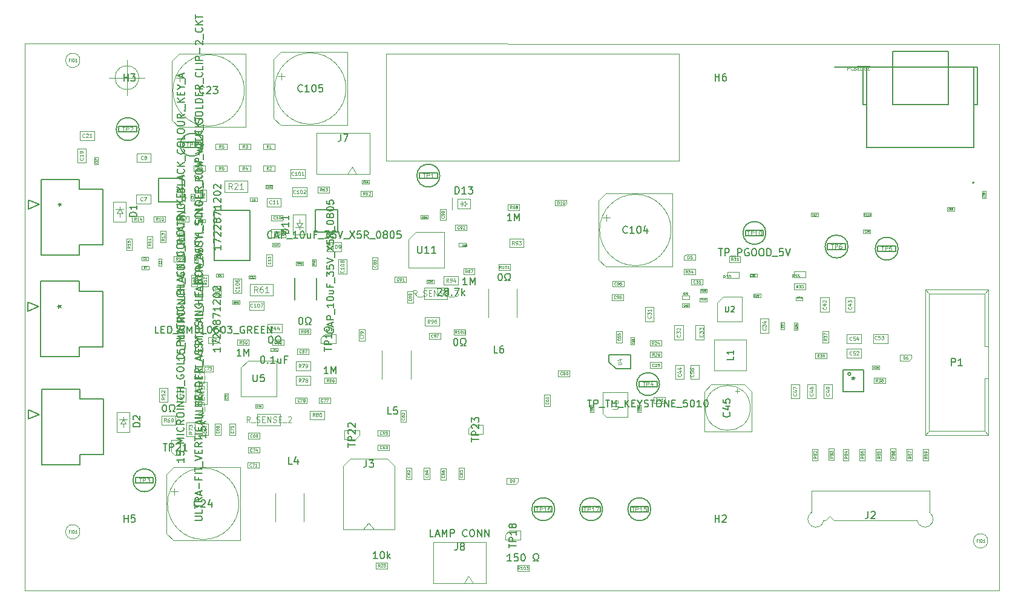
<source format=gbr>
G04 #@! TF.GenerationSoftware,KiCad,Pcbnew,(5.1.2)-1*
G04 #@! TF.CreationDate,2021-03-19T08:47:41+05:45*
G04 #@! TF.ProjectId,Pufferfish-Power-MCU,50756666-6572-4666-9973-682d506f7765,0.0*
G04 #@! TF.SameCoordinates,Original*
G04 #@! TF.FileFunction,Other,Fab,Top*
%FSLAX46Y46*%
G04 Gerber Fmt 4.6, Leading zero omitted, Abs format (unit mm)*
G04 Created by KiCad (PCBNEW (5.1.2)-1) date 2021-03-19 08:47:41*
%MOMM*%
%LPD*%
G04 APERTURE LIST*
%ADD10C,0.100000*%
%ADD11C,0.152400*%
%ADD12C,0.150000*%
%ADD13C,0.127000*%
%ADD14C,0.200000*%
%ADD15C,0.120000*%
%ADD16C,0.060000*%
%ADD17C,0.090000*%
%ADD18C,0.015000*%
%ADD19C,0.040000*%
%ADD20C,0.075000*%
%ADD21C,0.080000*%
G04 APERTURE END LIST*
D10*
X203287400Y-43052600D02*
X66977400Y-42972600D01*
X203287400Y-119552600D02*
X203287400Y-43052600D01*
X66977400Y-119552600D02*
X203287400Y-119552600D01*
X66977400Y-42972600D02*
X66977400Y-119552600D01*
X82946666Y-47752000D02*
G75*
G03X82946666Y-47752000I-1666666J0D01*
G01*
X78780000Y-47752000D02*
X83780000Y-47752000D01*
X81280000Y-45252000D02*
X81280000Y-50252000D01*
G04 #@! TO.C,D2*
X81658600Y-94608300D02*
X81658600Y-97408300D01*
X81658600Y-97408300D02*
X79858600Y-97408300D01*
X79858600Y-97408300D02*
X79858600Y-94608300D01*
X79858600Y-94608300D02*
X81658600Y-94608300D01*
X80758600Y-95258300D02*
X80758600Y-95658300D01*
X80758600Y-95658300D02*
X81308600Y-95658300D01*
X80758600Y-95658300D02*
X80208600Y-95658300D01*
X80758600Y-95658300D02*
X81158600Y-96258300D01*
X81158600Y-96258300D02*
X80358600Y-96258300D01*
X80358600Y-96258300D02*
X80758600Y-95658300D01*
X80758600Y-96258300D02*
X80758600Y-96758300D01*
G04 #@! TO.C,D1*
X81164000Y-65148000D02*
X81164000Y-67948000D01*
X81164000Y-67948000D02*
X79364000Y-67948000D01*
X79364000Y-67948000D02*
X79364000Y-65148000D01*
X79364000Y-65148000D02*
X81164000Y-65148000D01*
X80264000Y-65798000D02*
X80264000Y-66198000D01*
X80264000Y-66198000D02*
X80814000Y-66198000D01*
X80264000Y-66198000D02*
X79714000Y-66198000D01*
X80264000Y-66198000D02*
X80664000Y-66798000D01*
X80664000Y-66798000D02*
X79864000Y-66798000D01*
X79864000Y-66798000D02*
X80264000Y-66198000D01*
X80264000Y-66798000D02*
X80264000Y-67298000D01*
G04 #@! TO.C,P1*
X192933000Y-97810000D02*
X192933000Y-77450000D01*
X193483000Y-97270000D02*
X193483000Y-78010000D01*
X201783000Y-97810000D02*
X201783000Y-77450000D01*
X201233000Y-97270000D02*
X201233000Y-89880000D01*
X201233000Y-85380000D02*
X201233000Y-78010000D01*
X201233000Y-89880000D02*
X201783000Y-89880000D01*
X201233000Y-85380000D02*
X201783000Y-85380000D01*
X192933000Y-97810000D02*
X201783000Y-97810000D01*
X193483000Y-97270000D02*
X201233000Y-97270000D01*
X192933000Y-77450000D02*
X201783000Y-77450000D01*
X193483000Y-78010000D02*
X201233000Y-78010000D01*
X192933000Y-97810000D02*
X193483000Y-97270000D01*
X192933000Y-77450000D02*
X193483000Y-78010000D01*
X201783000Y-97810000D02*
X201233000Y-97270000D01*
X201783000Y-77450000D02*
X201233000Y-78010000D01*
D11*
G04 #@! TO.C,J5*
X69278801Y-72578288D02*
X69278801Y-61978310D01*
X74628793Y-72578288D02*
X69278801Y-72578288D01*
X74628793Y-71178299D02*
X74628818Y-72578288D01*
X77938793Y-71178299D02*
X74628793Y-71178299D01*
X77938793Y-63378299D02*
X77938793Y-71178299D01*
X74628793Y-63378299D02*
X77938793Y-63378299D01*
X74628818Y-61978310D02*
X74628793Y-63378299D01*
X69278801Y-61978310D02*
X74628793Y-61978310D01*
X67490801Y-64893300D02*
X69014801Y-65528300D01*
X67490801Y-66163300D02*
X67490801Y-64893300D01*
X69014801Y-65528300D02*
X67490801Y-66163300D01*
G04 #@! TO.C,J4*
X69227401Y-86862588D02*
X69227401Y-76262610D01*
X74577393Y-86862588D02*
X69227401Y-86862588D01*
X74577393Y-85462599D02*
X74577418Y-86862588D01*
X77887393Y-85462599D02*
X74577393Y-85462599D01*
X77887393Y-77662599D02*
X77887393Y-85462599D01*
X74577393Y-77662599D02*
X77887393Y-77662599D01*
X74577418Y-76262610D02*
X74577393Y-77662599D01*
X69227401Y-76262610D02*
X74577393Y-76262610D01*
X67439401Y-79177600D02*
X68963401Y-79812600D01*
X67439401Y-80447600D02*
X67439401Y-79177600D01*
X68963401Y-79812600D02*
X67439401Y-80447600D01*
G04 #@! TO.C,J6*
X69053401Y-94912600D02*
X67529401Y-95547600D01*
X67529401Y-95547600D02*
X67529401Y-94277600D01*
X67529401Y-94277600D02*
X69053401Y-94912600D01*
X69317401Y-91362610D02*
X74667393Y-91362610D01*
X74667418Y-91362610D02*
X74667393Y-92762599D01*
X74667393Y-92762599D02*
X77977393Y-92762599D01*
X77977393Y-92762599D02*
X77977393Y-100562599D01*
X77977393Y-100562599D02*
X74667393Y-100562599D01*
X74667393Y-100562599D02*
X74667418Y-101962588D01*
X74667393Y-101962588D02*
X69317401Y-101962588D01*
X69317401Y-101962588D02*
X69317401Y-91362610D01*
D10*
G04 #@! TO.C,C90*
X125876000Y-66129000D02*
X125876000Y-67729000D01*
X125076000Y-66129000D02*
X125876000Y-66129000D01*
X125076000Y-67729000D02*
X125076000Y-66129000D01*
X125876000Y-67729000D02*
X125076000Y-67729000D01*
D12*
G04 #@! TO.C,TP4*
X152928000Y-90278000D02*
X155428000Y-90278000D01*
X155428000Y-90278000D02*
X155428000Y-91078000D01*
X155428000Y-91078000D02*
X152928000Y-91078000D01*
X152928000Y-91078000D02*
X152928000Y-90278000D01*
X155778000Y-90678000D02*
G75*
G03X155778000Y-90678000I-1600000J0D01*
G01*
D10*
G04 #@! TO.C,L4*
X102037400Y-109917600D02*
X102037400Y-105917600D01*
X106037400Y-105917600D02*
X106037400Y-109917600D01*
G04 #@! TO.C,R26*
X154482400Y-86127600D02*
X156082400Y-86127600D01*
X154482400Y-86927600D02*
X154482400Y-86127600D01*
X156082400Y-86927600D02*
X154482400Y-86927600D01*
X156082400Y-86127600D02*
X156082400Y-86927600D01*
G04 #@! TO.C,F1*
X158505400Y-44426600D02*
X117505400Y-44426600D01*
X117505400Y-44426600D02*
X117505400Y-59426600D01*
X117505400Y-59426600D02*
X158505400Y-59426600D01*
X158505400Y-59426600D02*
X158505400Y-44426600D01*
G04 #@! TO.C,C24*
X87889675Y-105242000D02*
X87889675Y-106242000D01*
X87389675Y-105742000D02*
X88389675Y-105742000D01*
X86798000Y-111592000D02*
X87798000Y-112592000D01*
X86798000Y-103292000D02*
X87798000Y-102292000D01*
X86798000Y-103292000D02*
X86798000Y-111592000D01*
X87798000Y-112592000D02*
X97098000Y-112592000D01*
X87798000Y-102292000D02*
X97098000Y-102292000D01*
X97098000Y-102292000D02*
X97098000Y-112592000D01*
X96948000Y-107442000D02*
G75*
G03X96948000Y-107442000I-5000000J0D01*
G01*
G04 #@! TO.C,FID1*
X201697400Y-112632600D02*
G75*
G03X201697400Y-112632600I-1000000J0D01*
G01*
X74697400Y-111362600D02*
G75*
G03X74697400Y-111362600I-1000000J0D01*
G01*
G04 #@! TO.C,L5*
X120964000Y-85937600D02*
X120964000Y-89937600D01*
X116964000Y-89937600D02*
X116964000Y-85937600D01*
G04 #@! TO.C,L6*
X135823000Y-77360000D02*
X135823000Y-81360000D01*
X131823000Y-81360000D02*
X131823000Y-77360000D01*
D11*
G04 #@! TO.C,U3*
X181454999Y-91695001D02*
X181454999Y-88644999D01*
X184305001Y-91695001D02*
X184305001Y-88644999D01*
X181454999Y-91695001D02*
X184305001Y-91695001D01*
X181454999Y-88644999D02*
X184305001Y-88644999D01*
X182531558Y-89245001D02*
G75*
G03X182531558Y-89245001I-201557J0D01*
G01*
D10*
G04 #@! TO.C,J2*
X177053000Y-105646000D02*
X177053000Y-108626000D01*
X178983000Y-109746000D02*
X178773000Y-109746000D01*
X179583000Y-109146000D02*
X178983000Y-109746000D01*
X180173000Y-109746000D02*
X179583000Y-109146000D01*
X191813000Y-109746000D02*
X180173000Y-109746000D01*
X193533000Y-105646000D02*
X193533000Y-108646000D01*
X177053000Y-105646000D02*
X193533000Y-105646000D01*
X177047985Y-108641612D02*
G75*
G03X178773000Y-109746000I605015J-954388D01*
G01*
X191819585Y-109747022D02*
G75*
G03X193533000Y-108646000I1113415J151022D01*
G01*
G04 #@! TO.C,C15*
X94380000Y-76924000D02*
X94380000Y-78524000D01*
X93580000Y-76924000D02*
X94380000Y-76924000D01*
X93580000Y-78524000D02*
X93580000Y-76924000D01*
X94380000Y-78524000D02*
X93580000Y-78524000D01*
G04 #@! TO.C,C80*
X102354000Y-86102000D02*
X101354000Y-86102000D01*
X102354000Y-85602000D02*
X102354000Y-86102000D01*
X101354000Y-85602000D02*
X102354000Y-85602000D01*
X101354000Y-86102000D02*
X101354000Y-85602000D01*
D13*
G04 #@! TO.C,J1*
X199778000Y-57500000D02*
X184778000Y-57500000D01*
X184778000Y-57500000D02*
X184778000Y-51550000D01*
X184778000Y-51550000D02*
X184778000Y-46300000D01*
X184778000Y-46300000D02*
X199778000Y-46300000D01*
X199778000Y-46300000D02*
X199778000Y-51550000D01*
X199778000Y-51550000D02*
X199778000Y-57500000D01*
X196178000Y-44100000D02*
X188378000Y-44100000D01*
X196178000Y-44100000D02*
X196178000Y-51500000D01*
X196178000Y-51500000D02*
X188378000Y-51500000D01*
X188378000Y-51500000D02*
X188378000Y-44100000D01*
X184778000Y-46300000D02*
X184278000Y-46300000D01*
X184278000Y-46300000D02*
X184278000Y-51550000D01*
X184278000Y-51550000D02*
X184778000Y-51550000D01*
X199778000Y-46300000D02*
X200278000Y-46300000D01*
X200278000Y-46300000D02*
X200278000Y-51550000D01*
X200278000Y-51550000D02*
X199778000Y-51550000D01*
X184278000Y-46300000D02*
X180258000Y-46300000D01*
D14*
X199778000Y-62460000D02*
G75*
G03X199778000Y-62460000I-100000J0D01*
G01*
D10*
G04 #@! TO.C,R29*
X158947400Y-78262600D02*
X159947400Y-78262600D01*
X158947400Y-78762600D02*
X158947400Y-78262600D01*
X159947400Y-78762600D02*
X158947400Y-78762600D01*
X159947400Y-78262600D02*
X159947400Y-78762600D01*
G04 #@! TO.C,C23*
X88651675Y-47330000D02*
X88651675Y-48330000D01*
X88151675Y-47830000D02*
X89151675Y-47830000D01*
X87560000Y-53680000D02*
X88560000Y-54680000D01*
X87560000Y-45380000D02*
X88560000Y-44380000D01*
X87560000Y-45380000D02*
X87560000Y-53680000D01*
X88560000Y-54680000D02*
X97860000Y-54680000D01*
X88560000Y-44380000D02*
X97860000Y-44380000D01*
X97860000Y-44380000D02*
X97860000Y-54680000D01*
X97710000Y-49530000D02*
G75*
G03X97710000Y-49530000I-5000000J0D01*
G01*
G04 #@! TO.C,C110*
X185347400Y-66692600D02*
X185347400Y-67192600D01*
X185347400Y-67192600D02*
X184347400Y-67192600D01*
X184347400Y-67192600D02*
X184347400Y-66692600D01*
X184347400Y-66692600D02*
X185347400Y-66692600D01*
G04 #@! TO.C,C16*
X114155600Y-62102600D02*
X115155600Y-62102600D01*
X114155600Y-62602600D02*
X114155600Y-62102600D01*
X115155600Y-62602600D02*
X114155600Y-62602600D01*
X115155600Y-62102600D02*
X115155600Y-62602600D01*
G04 #@! TO.C,C14*
X102608000Y-71420800D02*
X101608000Y-71420800D01*
X102608000Y-70920800D02*
X102608000Y-71420800D01*
X101608000Y-70920800D02*
X102608000Y-70920800D01*
X101608000Y-71420800D02*
X101608000Y-70920800D01*
G04 #@! TO.C,C12*
X99283000Y-75442000D02*
X99283000Y-75942000D01*
X99283000Y-75942000D02*
X98283000Y-75942000D01*
X98283000Y-75942000D02*
X98283000Y-75442000D01*
X98283000Y-75442000D02*
X99283000Y-75442000D01*
G04 #@! TO.C,C9*
X98483800Y-64596200D02*
X99483800Y-64596200D01*
X98483800Y-65096200D02*
X98483800Y-64596200D01*
X99483800Y-65096200D02*
X98483800Y-65096200D01*
X99483800Y-64596200D02*
X99483800Y-65096200D01*
G04 #@! TO.C,C5*
X91200000Y-73640000D02*
X90700000Y-73640000D01*
X90700000Y-73640000D02*
X90700000Y-72640000D01*
X90700000Y-72640000D02*
X91200000Y-72640000D01*
X91200000Y-72640000D02*
X91200000Y-73640000D01*
G04 #@! TO.C,C3*
X90674000Y-64016000D02*
X90674000Y-65016000D01*
X90174000Y-64016000D02*
X90674000Y-64016000D01*
X90174000Y-65016000D02*
X90174000Y-64016000D01*
X90674000Y-65016000D02*
X90174000Y-65016000D01*
G04 #@! TO.C,C30*
X200917400Y-64642600D02*
X200917400Y-63642600D01*
X201417400Y-64642600D02*
X200917400Y-64642600D01*
X201417400Y-63642600D02*
X201417400Y-64642600D01*
X200917400Y-63642600D02*
X201417400Y-63642600D01*
G04 #@! TO.C,C29*
X197002400Y-66402600D02*
X196002400Y-66402600D01*
X197002400Y-65902600D02*
X197002400Y-66402600D01*
X196002400Y-65902600D02*
X197002400Y-65902600D01*
X196002400Y-66402600D02*
X196002400Y-65902600D01*
G04 #@! TO.C,C28*
X184287400Y-69022600D02*
X185287400Y-69022600D01*
X184287400Y-69522600D02*
X184287400Y-69022600D01*
X185287400Y-69522600D02*
X184287400Y-69522600D01*
X185287400Y-69022600D02*
X185287400Y-69522600D01*
G04 #@! TO.C,C27*
X176947400Y-66692600D02*
X177947400Y-66692600D01*
X176947400Y-67192600D02*
X176947400Y-66692600D01*
X177947400Y-67192600D02*
X176947400Y-67192600D01*
X177947400Y-66692600D02*
X177947400Y-67192600D01*
G04 #@! TO.C,C94*
X123382400Y-67552600D02*
X122382400Y-67552600D01*
X123382400Y-67052600D02*
X123382400Y-67552600D01*
X122382400Y-67052600D02*
X123382400Y-67052600D01*
X122382400Y-67552600D02*
X122382400Y-67052600D01*
G04 #@! TO.C,C93*
X123182400Y-76052600D02*
X124182400Y-76052600D01*
X123182400Y-76552600D02*
X123182400Y-76052600D01*
X124182400Y-76552600D02*
X123182400Y-76552600D01*
X124182400Y-76052600D02*
X124182400Y-76552600D01*
G04 #@! TO.C,C88*
X128718500Y-71404400D02*
X127718500Y-71404400D01*
X128718500Y-70904400D02*
X128718500Y-71404400D01*
X127718500Y-70904400D02*
X128718500Y-70904400D01*
X127718500Y-71404400D02*
X127718500Y-70904400D01*
G04 #@! TO.C,C76*
X99232400Y-93527600D02*
X100232400Y-93527600D01*
X99232400Y-94027600D02*
X99232400Y-93527600D01*
X100232400Y-94027600D02*
X99232400Y-94027600D01*
X100232400Y-93527600D02*
X100232400Y-94027600D01*
G04 #@! TO.C,C72*
X95398400Y-91956000D02*
X95398400Y-92956000D01*
X94898400Y-91956000D02*
X95398400Y-91956000D01*
X94898400Y-92956000D02*
X94898400Y-91956000D01*
X95398400Y-92956000D02*
X94898400Y-92956000D01*
G04 #@! TO.C,C59*
X146051000Y-94604000D02*
X146051000Y-93604000D01*
X146551000Y-94604000D02*
X146051000Y-94604000D01*
X146551000Y-93604000D02*
X146551000Y-94604000D01*
X146051000Y-93604000D02*
X146551000Y-93604000D01*
G04 #@! TO.C,C58*
X152655000Y-94604000D02*
X152655000Y-93604000D01*
X153155000Y-94604000D02*
X152655000Y-94604000D01*
X153155000Y-93604000D02*
X153155000Y-94604000D01*
X152655000Y-93604000D02*
X153155000Y-93604000D01*
G04 #@! TO.C,C48*
X186528500Y-88612000D02*
X185528500Y-88612000D01*
X186528500Y-88112000D02*
X186528500Y-88612000D01*
X185528500Y-88112000D02*
X186528500Y-88112000D01*
X185528500Y-88612000D02*
X185528500Y-88112000D01*
G04 #@! TO.C,C41*
X174823500Y-78490000D02*
X175823500Y-78490000D01*
X174823500Y-78990000D02*
X174823500Y-78490000D01*
X175823500Y-78990000D02*
X174823500Y-78990000D01*
X175823500Y-78490000D02*
X175823500Y-78990000D01*
G04 #@! TO.C,C40*
X159957400Y-79902600D02*
X158957400Y-79902600D01*
X159957400Y-79402600D02*
X159957400Y-79902600D01*
X158957400Y-79402600D02*
X159957400Y-79402600D01*
X158957400Y-79902600D02*
X158957400Y-79402600D01*
G04 #@! TO.C,C39*
X169946500Y-78537000D02*
X168946500Y-78537000D01*
X169946500Y-78037000D02*
X169946500Y-78537000D01*
X168946500Y-78037000D02*
X169946500Y-78037000D01*
X168946500Y-78537000D02*
X168946500Y-78037000D01*
G04 #@! TO.C,C38*
X169410000Y-75688000D02*
X168410000Y-75688000D01*
X169410000Y-75188000D02*
X169410000Y-75688000D01*
X168410000Y-75188000D02*
X169410000Y-75188000D01*
X168410000Y-75688000D02*
X168410000Y-75188000D01*
G04 #@! TO.C,C37*
X172731400Y-82980600D02*
X172731400Y-81980600D01*
X173231400Y-82980600D02*
X172731400Y-82980600D01*
X173231400Y-81980600D02*
X173231400Y-82980600D01*
X172731400Y-81980600D02*
X173231400Y-81980600D01*
G04 #@! TO.C,C36*
X174627400Y-83092600D02*
X174627400Y-82092600D01*
X175127400Y-83092600D02*
X174627400Y-83092600D01*
X175127400Y-82092600D02*
X175127400Y-83092600D01*
X174627400Y-82092600D02*
X175127400Y-82092600D01*
G04 #@! TO.C,C26*
X152257400Y-84152600D02*
X152257400Y-85152600D01*
X151757400Y-84152600D02*
X152257400Y-84152600D01*
X151757400Y-85152600D02*
X151757400Y-84152600D01*
X152257400Y-85152600D02*
X151757400Y-85152600D01*
G04 #@! TO.C,C17*
X77212000Y-58913000D02*
X77212000Y-59913000D01*
X76712000Y-58913000D02*
X77212000Y-58913000D01*
X76712000Y-59913000D02*
X76712000Y-58913000D01*
X77212000Y-59913000D02*
X76712000Y-59913000D01*
G04 #@! TO.C,C103*
X100650000Y-62750000D02*
X101650000Y-62750000D01*
X100650000Y-63250000D02*
X100650000Y-62750000D01*
X101650000Y-63250000D02*
X100650000Y-63250000D01*
X101650000Y-62750000D02*
X101650000Y-63250000D01*
G04 #@! TO.C,C6*
X92194000Y-68068000D02*
X91194000Y-68068000D01*
X92194000Y-67568000D02*
X92194000Y-68068000D01*
X91194000Y-67568000D02*
X92194000Y-67568000D01*
X91194000Y-68068000D02*
X91194000Y-67568000D01*
G04 #@! TO.C,C4*
X93734000Y-75188000D02*
X94734000Y-75188000D01*
X93734000Y-75688000D02*
X93734000Y-75188000D01*
X94734000Y-75688000D02*
X93734000Y-75688000D01*
X94734000Y-75188000D02*
X94734000Y-75688000D01*
G04 #@! TO.C,C2*
X86160000Y-73120000D02*
X86160000Y-74120000D01*
X85660000Y-73120000D02*
X86160000Y-73120000D01*
X85660000Y-74120000D02*
X85660000Y-73120000D01*
X86160000Y-74120000D02*
X85660000Y-74120000D01*
G04 #@! TO.C,C1*
X84290000Y-73326000D02*
X83290000Y-73326000D01*
X84290000Y-72826000D02*
X84290000Y-73326000D01*
X83290000Y-72826000D02*
X84290000Y-72826000D01*
X83290000Y-73326000D02*
X83290000Y-72826000D01*
D13*
G04 #@! TO.C,U1*
X93512000Y-66350000D02*
X98512000Y-66350000D01*
X98512000Y-66350000D02*
X98512000Y-73350000D01*
X98512000Y-73350000D02*
X93512000Y-73350000D01*
X93512000Y-73350000D02*
X93512000Y-66350000D01*
D15*
G04 #@! TO.C,D13*
X126758700Y-66255900D02*
X126758700Y-66268600D01*
X126746000Y-64516000D02*
X126746000Y-66268600D01*
D10*
X127497000Y-64705000D02*
X129297000Y-64705000D01*
X129297000Y-64705000D02*
X129297000Y-66105000D01*
X129297000Y-66105000D02*
X127497000Y-66105000D01*
X127497000Y-66105000D02*
X127497000Y-64705000D01*
X128097000Y-65055000D02*
X128097000Y-65755000D01*
X128097000Y-65405000D02*
X127897000Y-65405000D01*
X128097000Y-65405000D02*
X128597000Y-65055000D01*
X128597000Y-65055000D02*
X128597000Y-65755000D01*
X128597000Y-65755000D02*
X128097000Y-65405000D01*
X128597000Y-65405000D02*
X128847000Y-65405000D01*
G04 #@! TO.C,R38*
X185743500Y-89762000D02*
X187343500Y-89762000D01*
X185743500Y-90562000D02*
X185743500Y-89762000D01*
X187343500Y-90562000D02*
X185743500Y-90562000D01*
X187343500Y-89762000D02*
X187343500Y-90562000D01*
G04 #@! TO.C,R1*
X101917500Y-57804000D02*
X100317500Y-57804000D01*
X101917500Y-57004000D02*
X101917500Y-57804000D01*
X100317500Y-57004000D02*
X101917500Y-57004000D01*
X100317500Y-57804000D02*
X100317500Y-57004000D01*
G04 #@! TO.C,R2*
X100317500Y-60052000D02*
X101917500Y-60052000D01*
X100317500Y-60852000D02*
X100317500Y-60052000D01*
X101917500Y-60852000D02*
X100317500Y-60852000D01*
X101917500Y-60052000D02*
X101917500Y-60852000D01*
G04 #@! TO.C,R3*
X98590000Y-57804000D02*
X96990000Y-57804000D01*
X98590000Y-57004000D02*
X98590000Y-57804000D01*
X96990000Y-57004000D02*
X98590000Y-57004000D01*
X96990000Y-57804000D02*
X96990000Y-57004000D01*
G04 #@! TO.C,R4*
X98590000Y-60852000D02*
X96990000Y-60852000D01*
X98590000Y-60052000D02*
X98590000Y-60852000D01*
X96990000Y-60052000D02*
X98590000Y-60052000D01*
X96990000Y-60852000D02*
X96990000Y-60052000D01*
G04 #@! TO.C,R5*
X95288000Y-57804000D02*
X93688000Y-57804000D01*
X95288000Y-57004000D02*
X95288000Y-57804000D01*
X93688000Y-57004000D02*
X95288000Y-57004000D01*
X93688000Y-57804000D02*
X93688000Y-57004000D01*
G04 #@! TO.C,R6*
X95288000Y-60852000D02*
X93688000Y-60852000D01*
X95288000Y-60052000D02*
X95288000Y-60852000D01*
X93688000Y-60052000D02*
X95288000Y-60052000D01*
X93688000Y-60852000D02*
X93688000Y-60052000D01*
G04 #@! TO.C,R24*
X156016500Y-85337000D02*
X154416500Y-85337000D01*
X156016500Y-84537000D02*
X156016500Y-85337000D01*
X154416500Y-84537000D02*
X156016500Y-84537000D01*
X154416500Y-85337000D02*
X154416500Y-84537000D01*
G04 #@! TO.C,R30*
X165312500Y-75000000D02*
X166912500Y-75000000D01*
X165312500Y-75800000D02*
X165312500Y-75000000D01*
X166912500Y-75800000D02*
X165312500Y-75800000D01*
X166912500Y-75000000D02*
X166912500Y-75800000D01*
G04 #@! TO.C,R31*
X167100000Y-73600000D02*
X165500000Y-73600000D01*
X167100000Y-72800000D02*
X167100000Y-73600000D01*
X165500000Y-72800000D02*
X167100000Y-72800000D01*
X165500000Y-73600000D02*
X165500000Y-72800000D01*
G04 #@! TO.C,R33*
X176189800Y-77416200D02*
X174589800Y-77416200D01*
X176189800Y-76616200D02*
X176189800Y-77416200D01*
X174589800Y-76616200D02*
X176189800Y-76616200D01*
X174589800Y-77416200D02*
X174589800Y-76616200D01*
G04 #@! TO.C,R34*
X160820000Y-75330000D02*
X159220000Y-75330000D01*
X160820000Y-74530000D02*
X160820000Y-75330000D01*
X159220000Y-74530000D02*
X160820000Y-74530000D01*
X159220000Y-75330000D02*
X159220000Y-74530000D01*
G04 #@! TO.C,R35*
X174625000Y-74911000D02*
X176225000Y-74911000D01*
X174625000Y-75711000D02*
X174625000Y-74911000D01*
X176225000Y-75711000D02*
X174625000Y-75711000D01*
X176225000Y-74911000D02*
X176225000Y-75711000D01*
G04 #@! TO.C,R36*
X179157400Y-87102600D02*
X177557400Y-87102600D01*
X179157400Y-86302600D02*
X179157400Y-87102600D01*
X177557400Y-86302600D02*
X179157400Y-86302600D01*
X177557400Y-87102600D02*
X177557400Y-86302600D01*
G04 #@! TO.C,R37*
X179406500Y-83248500D02*
X179406500Y-84848500D01*
X178606500Y-83248500D02*
X179406500Y-83248500D01*
X178606500Y-84848500D02*
X178606500Y-83248500D01*
X179406500Y-84848500D02*
X178606500Y-84848500D01*
G04 #@! TO.C,R41*
X154957400Y-92502600D02*
X156557400Y-92502600D01*
X154957400Y-93302600D02*
X154957400Y-92502600D01*
X156557400Y-93302600D02*
X154957400Y-93302600D01*
X156557400Y-92502600D02*
X156557400Y-93302600D01*
G04 #@! TO.C,R10*
X86652000Y-67964000D02*
X85052000Y-67964000D01*
X86652000Y-67164000D02*
X86652000Y-67964000D01*
X85052000Y-67164000D02*
X86652000Y-67164000D01*
X85052000Y-67964000D02*
X85052000Y-67164000D01*
G04 #@! TO.C,R11*
X84050000Y-71560000D02*
X84050000Y-69960000D01*
X84850000Y-71560000D02*
X84050000Y-71560000D01*
X84850000Y-69960000D02*
X84850000Y-71560000D01*
X84050000Y-69960000D02*
X84850000Y-69960000D01*
G04 #@! TO.C,R12*
X92602000Y-75400000D02*
X92602000Y-77000000D01*
X91802000Y-75400000D02*
X92602000Y-75400000D01*
X91802000Y-77000000D02*
X91802000Y-75400000D01*
X92602000Y-77000000D02*
X91802000Y-77000000D01*
G04 #@! TO.C,R13*
X85930000Y-70850000D02*
X85930000Y-69250000D01*
X86730000Y-70850000D02*
X85930000Y-70850000D01*
X86730000Y-69250000D02*
X86730000Y-70850000D01*
X85930000Y-69250000D02*
X86730000Y-69250000D01*
G04 #@! TO.C,R14*
X82004000Y-67164000D02*
X83604000Y-67164000D01*
X82004000Y-67964000D02*
X82004000Y-67164000D01*
X83604000Y-67964000D02*
X82004000Y-67964000D01*
X83604000Y-67164000D02*
X83604000Y-67964000D01*
G04 #@! TO.C,R15*
X81970000Y-70310000D02*
X81970000Y-71910000D01*
X81170000Y-70310000D02*
X81970000Y-70310000D01*
X81170000Y-71910000D02*
X81170000Y-70310000D01*
X81970000Y-71910000D02*
X81170000Y-71910000D01*
G04 #@! TO.C,R17*
X89900000Y-67970000D02*
X88300000Y-67970000D01*
X89900000Y-67170000D02*
X89900000Y-67970000D01*
X88300000Y-67170000D02*
X89900000Y-67170000D01*
X88300000Y-67970000D02*
X88300000Y-67170000D01*
G04 #@! TO.C,R18*
X88580000Y-71080000D02*
X88580000Y-69480000D01*
X89380000Y-71080000D02*
X88580000Y-71080000D01*
X89380000Y-69480000D02*
X89380000Y-71080000D01*
X88580000Y-69480000D02*
X89380000Y-69480000D01*
G04 #@! TO.C,R19*
X90278000Y-77000000D02*
X90278000Y-75400000D01*
X91078000Y-77000000D02*
X90278000Y-77000000D01*
X91078000Y-75400000D02*
X91078000Y-77000000D01*
X90278000Y-75400000D02*
X91078000Y-75400000D01*
G04 #@! TO.C,R82*
X177943000Y-99758000D02*
X177943000Y-101358000D01*
X177143000Y-99758000D02*
X177943000Y-99758000D01*
X177143000Y-101358000D02*
X177143000Y-99758000D01*
X177943000Y-101358000D02*
X177143000Y-101358000D01*
G04 #@! TO.C,R83*
X180229000Y-99732500D02*
X180229000Y-101332500D01*
X179429000Y-99732500D02*
X180229000Y-99732500D01*
X179429000Y-101332500D02*
X179429000Y-99732500D01*
X180229000Y-101332500D02*
X179429000Y-101332500D01*
G04 #@! TO.C,R84*
X182261000Y-99758000D02*
X182261000Y-101358000D01*
X181461000Y-99758000D02*
X182261000Y-99758000D01*
X181461000Y-101358000D02*
X181461000Y-99758000D01*
X182261000Y-101358000D02*
X181461000Y-101358000D01*
G04 #@! TO.C,R85*
X186833000Y-99783500D02*
X186833000Y-101383500D01*
X186033000Y-99783500D02*
X186833000Y-99783500D01*
X186033000Y-101383500D02*
X186033000Y-99783500D01*
X186833000Y-101383500D02*
X186033000Y-101383500D01*
G04 #@! TO.C,R86*
X184547000Y-99758000D02*
X184547000Y-101358000D01*
X183747000Y-99758000D02*
X184547000Y-99758000D01*
X183747000Y-101358000D02*
X183747000Y-99758000D01*
X184547000Y-101358000D02*
X183747000Y-101358000D01*
G04 #@! TO.C,R87*
X191151000Y-99783500D02*
X191151000Y-101383500D01*
X190351000Y-99783500D02*
X191151000Y-99783500D01*
X190351000Y-101383500D02*
X190351000Y-99783500D01*
X191151000Y-101383500D02*
X190351000Y-101383500D01*
G04 #@! TO.C,R88*
X188865000Y-99732500D02*
X188865000Y-101332500D01*
X188065000Y-99732500D02*
X188865000Y-99732500D01*
X188065000Y-101332500D02*
X188065000Y-99732500D01*
X188865000Y-101332500D02*
X188065000Y-101332500D01*
G04 #@! TO.C,R89*
X193404000Y-99803500D02*
X193404000Y-101403500D01*
X192604000Y-99803500D02*
X193404000Y-99803500D01*
X192604000Y-101403500D02*
X192604000Y-99803500D01*
X193404000Y-101403500D02*
X192604000Y-101403500D01*
G04 #@! TO.C,U5*
X97195000Y-88375000D02*
X98195000Y-87375000D01*
X97195000Y-92375000D02*
X97195000Y-88375000D01*
X102195000Y-92375000D02*
X97195000Y-92375000D01*
X102195000Y-87375000D02*
X102195000Y-92375000D01*
X98195000Y-87375000D02*
X102195000Y-87375000D01*
D12*
G04 #@! TO.C,U4*
X149707400Y-88552600D02*
X148707400Y-87552600D01*
X151707400Y-88552600D02*
X149707400Y-88552600D01*
X151707400Y-86552600D02*
X151707400Y-88552600D01*
X148707400Y-86552600D02*
X151707400Y-86552600D01*
X148707400Y-87552600D02*
X148707400Y-86552600D01*
D10*
G04 #@! TO.C,U11*
X120690000Y-70382000D02*
X121690000Y-69382000D01*
X120690000Y-74382000D02*
X120690000Y-70382000D01*
X125690000Y-74382000D02*
X120690000Y-74382000D01*
X125690000Y-69382000D02*
X125690000Y-74382000D01*
X121690000Y-69382000D02*
X125690000Y-69382000D01*
G04 #@! TO.C,C104*
X148341675Y-66888000D02*
X148341675Y-67888000D01*
X147841675Y-67388000D02*
X148841675Y-67388000D01*
X147250000Y-73238000D02*
X148250000Y-74238000D01*
X147250000Y-64938000D02*
X148250000Y-63938000D01*
X147250000Y-64938000D02*
X147250000Y-73238000D01*
X148250000Y-74238000D02*
X157550000Y-74238000D01*
X148250000Y-63938000D02*
X157550000Y-63938000D01*
X157550000Y-63938000D02*
X157550000Y-74238000D01*
X157400000Y-69088000D02*
G75*
G03X157400000Y-69088000I-5000000J0D01*
G01*
G04 #@! TO.C,C105*
X102875675Y-47076000D02*
X102875675Y-48076000D01*
X102375675Y-47576000D02*
X103375675Y-47576000D01*
X101784000Y-53426000D02*
X102784000Y-54426000D01*
X101784000Y-45126000D02*
X102784000Y-44126000D01*
X101784000Y-45126000D02*
X101784000Y-53426000D01*
X102784000Y-54426000D02*
X112084000Y-54426000D01*
X102784000Y-44126000D02*
X112084000Y-44126000D01*
X112084000Y-44126000D02*
X112084000Y-54426000D01*
X111934000Y-49276000D02*
G75*
G03X111934000Y-49276000I-5000000J0D01*
G01*
G04 #@! TO.C,C101*
X106156000Y-60614000D02*
X106156000Y-61814000D01*
X106156000Y-61814000D02*
X104156000Y-61814000D01*
X104156000Y-61814000D02*
X104156000Y-60614000D01*
X104156000Y-60614000D02*
X106156000Y-60614000D01*
G04 #@! TO.C,C102*
X106410000Y-63154000D02*
X106410000Y-64354000D01*
X106410000Y-64354000D02*
X104410000Y-64354000D01*
X104410000Y-64354000D02*
X104410000Y-63154000D01*
X104410000Y-63154000D02*
X106410000Y-63154000D01*
G04 #@! TO.C,C19*
X75530000Y-59674000D02*
X74330000Y-59674000D01*
X74330000Y-59674000D02*
X74330000Y-57674000D01*
X74330000Y-57674000D02*
X75530000Y-57674000D01*
X75530000Y-57674000D02*
X75530000Y-59674000D01*
G04 #@! TO.C,C21*
X76692000Y-55280000D02*
X76692000Y-56480000D01*
X76692000Y-56480000D02*
X74692000Y-56480000D01*
X74692000Y-56480000D02*
X74692000Y-55280000D01*
X74692000Y-55280000D02*
X76692000Y-55280000D01*
G04 #@! TO.C,C25*
X156057400Y-88427600D02*
X154457400Y-88427600D01*
X156057400Y-87627600D02*
X156057400Y-88427600D01*
X154457400Y-87627600D02*
X156057400Y-87627600D01*
X154457400Y-88427600D02*
X154457400Y-87627600D01*
G04 #@! TO.C,C31*
X154957400Y-81902600D02*
X153757400Y-81902600D01*
X153757400Y-81902600D02*
X153757400Y-79902600D01*
X153757400Y-79902600D02*
X154957400Y-79902600D01*
X154957400Y-79902600D02*
X154957400Y-81902600D01*
G04 #@! TO.C,C32*
X157872800Y-82452000D02*
X159072800Y-82452000D01*
X159072800Y-82452000D02*
X159072800Y-84452000D01*
X159072800Y-84452000D02*
X157872800Y-84452000D01*
X157872800Y-84452000D02*
X157872800Y-82452000D01*
G04 #@! TO.C,C33*
X160777400Y-82414600D02*
X161977400Y-82414600D01*
X161977400Y-82414600D02*
X161977400Y-84414600D01*
X161977400Y-84414600D02*
X160777400Y-84414600D01*
X160777400Y-84414600D02*
X160777400Y-82414600D01*
G04 #@! TO.C,C34*
X169841400Y-81480600D02*
X171041400Y-81480600D01*
X171041400Y-81480600D02*
X171041400Y-83480600D01*
X171041400Y-83480600D02*
X169841400Y-83480600D01*
X169841400Y-83480600D02*
X169841400Y-81480600D01*
G04 #@! TO.C,C35*
X160207400Y-75962600D02*
X161807400Y-75962600D01*
X160207400Y-76762600D02*
X160207400Y-75962600D01*
X161807400Y-76762600D02*
X160207400Y-76762600D01*
X161807400Y-75962600D02*
X161807400Y-76762600D01*
G04 #@! TO.C,C42*
X179479500Y-80550500D02*
X178279500Y-80550500D01*
X178279500Y-80550500D02*
X178279500Y-78550500D01*
X178279500Y-78550500D02*
X179479500Y-78550500D01*
X179479500Y-78550500D02*
X179479500Y-80550500D01*
G04 #@! TO.C,C43*
X183035500Y-80550500D02*
X181835500Y-80550500D01*
X181835500Y-80550500D02*
X181835500Y-78550500D01*
X181835500Y-78550500D02*
X183035500Y-78550500D01*
X183035500Y-78550500D02*
X183035500Y-80550500D01*
G04 #@! TO.C,C44*
X157990200Y-87988500D02*
X159190200Y-87988500D01*
X159190200Y-87988500D02*
X159190200Y-89988500D01*
X159190200Y-89988500D02*
X157990200Y-89988500D01*
X157990200Y-89988500D02*
X157990200Y-87988500D01*
G04 #@! TO.C,C45*
X166982400Y-91622762D02*
X166352400Y-91622762D01*
X166667400Y-91307762D02*
X166667400Y-91937762D01*
X163037400Y-90712600D02*
X162037400Y-91712600D01*
X167637400Y-90712600D02*
X168637400Y-91712600D01*
X167637400Y-90712600D02*
X163037400Y-90712600D01*
X162037400Y-91712600D02*
X162037400Y-97312600D01*
X168637400Y-91712600D02*
X168637400Y-97312600D01*
X168637400Y-97312600D02*
X162037400Y-97312600D01*
X168487400Y-94012600D02*
G75*
G03X168487400Y-94012600I-3150000J0D01*
G01*
G04 #@! TO.C,C46*
X176438000Y-90694000D02*
X177638000Y-90694000D01*
X177638000Y-90694000D02*
X177638000Y-92694000D01*
X177638000Y-92694000D02*
X176438000Y-92694000D01*
X176438000Y-92694000D02*
X176438000Y-90694000D01*
G04 #@! TO.C,C47*
X174152000Y-90694000D02*
X175352000Y-90694000D01*
X175352000Y-90694000D02*
X175352000Y-92694000D01*
X175352000Y-92694000D02*
X174152000Y-92694000D01*
X174152000Y-92694000D02*
X174152000Y-90694000D01*
G04 #@! TO.C,C49*
X178724000Y-90694000D02*
X179924000Y-90694000D01*
X179924000Y-90694000D02*
X179924000Y-92694000D01*
X179924000Y-92694000D02*
X178724000Y-92694000D01*
X178724000Y-92694000D02*
X178724000Y-90694000D01*
G04 #@! TO.C,C52*
X184006000Y-85762000D02*
X184006000Y-86962000D01*
X184006000Y-86962000D02*
X182006000Y-86962000D01*
X182006000Y-86962000D02*
X182006000Y-85762000D01*
X182006000Y-85762000D02*
X184006000Y-85762000D01*
G04 #@! TO.C,C53*
X185690000Y-84928000D02*
X185690000Y-83728000D01*
X185690000Y-83728000D02*
X187690000Y-83728000D01*
X187690000Y-83728000D02*
X187690000Y-84928000D01*
X187690000Y-84928000D02*
X185690000Y-84928000D01*
G04 #@! TO.C,C54*
X183992000Y-83728000D02*
X183992000Y-84928000D01*
X183992000Y-84928000D02*
X181992000Y-84928000D01*
X181992000Y-84928000D02*
X181992000Y-83728000D01*
X181992000Y-83728000D02*
X183992000Y-83728000D01*
G04 #@! TO.C,C55*
X149732400Y-84852600D02*
X149732400Y-83252600D01*
X150532400Y-84852600D02*
X149732400Y-84852600D01*
X150532400Y-83252600D02*
X150532400Y-84852600D01*
X149732400Y-83252600D02*
X150532400Y-83252600D01*
G04 #@! TO.C,C56*
X160111100Y-87973500D02*
X161311100Y-87973500D01*
X161311100Y-87973500D02*
X161311100Y-89973500D01*
X161311100Y-89973500D02*
X160111100Y-89973500D01*
X160111100Y-89973500D02*
X160111100Y-87973500D01*
G04 #@! TO.C,C60*
X143207400Y-89577600D02*
X141607400Y-89577600D01*
X143207400Y-88777600D02*
X143207400Y-89577600D01*
X141607400Y-88777600D02*
X143207400Y-88777600D01*
X141607400Y-89577600D02*
X141607400Y-88777600D01*
G04 #@! TO.C,C61*
X139657400Y-93765100D02*
X139657400Y-92165100D01*
X140457400Y-93765100D02*
X139657400Y-93765100D01*
X140457400Y-92165100D02*
X140457400Y-93765100D01*
X139657400Y-92165100D02*
X140457400Y-92165100D01*
G04 #@! TO.C,C62*
X120325400Y-94395500D02*
X120325400Y-95995500D01*
X119525400Y-94395500D02*
X120325400Y-94395500D01*
X119525400Y-95995500D02*
X119525400Y-94395500D01*
X120325400Y-95995500D02*
X119525400Y-95995500D01*
G04 #@! TO.C,C63*
X116382400Y-99152600D02*
X117982400Y-99152600D01*
X116382400Y-99952600D02*
X116382400Y-99152600D01*
X117982400Y-99952600D02*
X116382400Y-99952600D01*
X117982400Y-99152600D02*
X117982400Y-99952600D01*
G04 #@! TO.C,C65*
X116382400Y-97127600D02*
X117982400Y-97127600D01*
X116382400Y-97927600D02*
X116382400Y-97127600D01*
X117982400Y-97927600D02*
X116382400Y-97927600D01*
X117982400Y-97127600D02*
X117982400Y-97927600D01*
G04 #@! TO.C,C67*
X91802000Y-97828000D02*
X91802000Y-96228000D01*
X92602000Y-97828000D02*
X91802000Y-97828000D01*
X92602000Y-96228000D02*
X92602000Y-97828000D01*
X91802000Y-96228000D02*
X92602000Y-96228000D01*
G04 #@! TO.C,C68*
X94380000Y-96228000D02*
X94380000Y-97828000D01*
X93580000Y-96228000D02*
X94380000Y-96228000D01*
X93580000Y-97828000D02*
X93580000Y-96228000D01*
X94380000Y-97828000D02*
X93580000Y-97828000D01*
G04 #@! TO.C,C69*
X98233900Y-97513300D02*
X99833900Y-97513300D01*
X98233900Y-98313300D02*
X98233900Y-97513300D01*
X99833900Y-98313300D02*
X98233900Y-98313300D01*
X99833900Y-97513300D02*
X99833900Y-98313300D01*
G04 #@! TO.C,C71*
X98145000Y-101628100D02*
X99745000Y-101628100D01*
X98145000Y-102428100D02*
X98145000Y-101628100D01*
X99745000Y-102428100D02*
X98145000Y-102428100D01*
X99745000Y-101628100D02*
X99745000Y-102428100D01*
G04 #@! TO.C,C73*
X93357400Y-88902600D02*
X91757400Y-88902600D01*
X93357400Y-88102600D02*
X93357400Y-88902600D01*
X91757400Y-88102600D02*
X93357400Y-88102600D01*
X91757400Y-88902600D02*
X91757400Y-88102600D01*
G04 #@! TO.C,C74*
X98208500Y-99519900D02*
X99808500Y-99519900D01*
X98208500Y-100319900D02*
X98208500Y-99519900D01*
X99808500Y-100319900D02*
X98208500Y-100319900D01*
X99808500Y-99519900D02*
X99808500Y-100319900D01*
G04 #@! TO.C,C75*
X95612000Y-97828000D02*
X95612000Y-96228000D01*
X96412000Y-97828000D02*
X95612000Y-97828000D01*
X96412000Y-96228000D02*
X96412000Y-97828000D01*
X95612000Y-96228000D02*
X96412000Y-96228000D01*
G04 #@! TO.C,C77*
X109707400Y-93377600D02*
X108107400Y-93377600D01*
X109707400Y-92577600D02*
X109707400Y-93377600D01*
X108107400Y-92577600D02*
X109707400Y-92577600D01*
X108107400Y-93377600D02*
X108107400Y-92577600D01*
G04 #@! TO.C,C78*
X104864000Y-92564000D02*
X106464000Y-92564000D01*
X104864000Y-93364000D02*
X104864000Y-92564000D01*
X106464000Y-93364000D02*
X104864000Y-93364000D01*
X106464000Y-92564000D02*
X106464000Y-93364000D01*
G04 #@! TO.C,C79*
X113732400Y-84602600D02*
X113732400Y-83002600D01*
X114532400Y-84602600D02*
X113732400Y-84602600D01*
X114532400Y-83002600D02*
X114532400Y-84602600D01*
X113732400Y-83002600D02*
X114532400Y-83002600D01*
G04 #@! TO.C,C81*
X103207400Y-85227600D02*
X101607400Y-85227600D01*
X103207400Y-84427600D02*
X103207400Y-85227600D01*
X101607400Y-84427600D02*
X103207400Y-84427600D01*
X101607400Y-85227600D02*
X101607400Y-84427600D01*
G04 #@! TO.C,C82*
X120287400Y-104034600D02*
X120287400Y-102434600D01*
X121087400Y-104034600D02*
X120287400Y-104034600D01*
X121087400Y-102434600D02*
X121087400Y-104034600D01*
X120287400Y-102434600D02*
X121087400Y-102434600D01*
G04 #@! TO.C,C83*
X127653400Y-104034600D02*
X127653400Y-102434600D01*
X128453400Y-104034600D02*
X127653400Y-104034600D01*
X128453400Y-102434600D02*
X128453400Y-104034600D01*
X127653400Y-102434600D02*
X128453400Y-102434600D01*
G04 #@! TO.C,C84*
X122825000Y-104034600D02*
X122825000Y-102434600D01*
X123625000Y-104034600D02*
X122825000Y-104034600D01*
X123625000Y-102434600D02*
X123625000Y-104034600D01*
X122825000Y-102434600D02*
X123625000Y-102434600D01*
G04 #@! TO.C,C85*
X115567400Y-74562600D02*
X115567400Y-72962600D01*
X116367400Y-74562600D02*
X115567400Y-74562600D01*
X116367400Y-72962600D02*
X116367400Y-74562600D01*
X115567400Y-72962600D02*
X116367400Y-72962600D01*
G04 #@! TO.C,C86*
X125113400Y-104057000D02*
X125113400Y-102457000D01*
X125913400Y-104057000D02*
X125113400Y-104057000D01*
X125913400Y-102457000D02*
X125913400Y-104057000D01*
X125113400Y-102457000D02*
X125913400Y-102457000D01*
G04 #@! TO.C,C87*
X106718000Y-86506000D02*
X105118000Y-86506000D01*
X106718000Y-85706000D02*
X106718000Y-86506000D01*
X105118000Y-85706000D02*
X106718000Y-85706000D01*
X105118000Y-86506000D02*
X105118000Y-85706000D01*
G04 #@! TO.C,C92*
X128800000Y-69152600D02*
X127200000Y-69152600D01*
X128800000Y-68352600D02*
X128800000Y-69152600D01*
X127200000Y-68352600D02*
X128800000Y-68352600D01*
X127200000Y-69152600D02*
X127200000Y-68352600D01*
G04 #@! TO.C,C95*
X150774300Y-77019100D02*
X149174300Y-77019100D01*
X150774300Y-76219100D02*
X150774300Y-77019100D01*
X149174300Y-76219100D02*
X150774300Y-76219100D01*
X149174300Y-77019100D02*
X149174300Y-76219100D01*
G04 #@! TO.C,C96*
X150723500Y-78911400D02*
X149123500Y-78911400D01*
X150723500Y-78111400D02*
X150723500Y-78911400D01*
X149123500Y-78111400D02*
X150723500Y-78111400D01*
X149123500Y-78911400D02*
X149123500Y-78111400D01*
G04 #@! TO.C,C97*
X125133000Y-84347000D02*
X123533000Y-84347000D01*
X125133000Y-83547000D02*
X125133000Y-84347000D01*
X123533000Y-83547000D02*
X125133000Y-83547000D01*
X123533000Y-84347000D02*
X123533000Y-83547000D01*
G04 #@! TO.C,D5*
X160820000Y-73298000D02*
X160820000Y-72498000D01*
X159220000Y-73298000D02*
X160820000Y-73298000D01*
X159220000Y-72798000D02*
X159220000Y-73298000D01*
X159520000Y-72498000D02*
X159220000Y-72798000D01*
X160820000Y-72498000D02*
X159520000Y-72498000D01*
G04 #@! TO.C,D6*
X189397400Y-86592600D02*
X189397400Y-87392600D01*
X190997400Y-86592600D02*
X189397400Y-86592600D01*
X190997400Y-87092600D02*
X190997400Y-86592600D01*
X190697400Y-87392600D02*
X190997400Y-87092600D01*
X189397400Y-87392600D02*
X190697400Y-87392600D01*
G04 #@! TO.C,D9*
X134365400Y-103850600D02*
X134365400Y-104650600D01*
X135965400Y-103850600D02*
X134365400Y-103850600D01*
X135965400Y-104350600D02*
X135965400Y-103850600D01*
X135665400Y-104650600D02*
X135965400Y-104350600D01*
X134365400Y-104650600D02*
X135665400Y-104650600D01*
G04 #@! TO.C,D10*
X141186000Y-64878000D02*
X141186000Y-65678000D01*
X142786000Y-64878000D02*
X141186000Y-64878000D01*
X142786000Y-65378000D02*
X142786000Y-64878000D01*
X142486000Y-65678000D02*
X142786000Y-65378000D01*
X141186000Y-65678000D02*
X142486000Y-65678000D01*
G04 #@! TO.C,FID1*
X74697400Y-45322600D02*
G75*
G03X74697400Y-45322600I-1000000J0D01*
G01*
G04 #@! TO.C,J3*
X115107400Y-110077600D02*
X115857400Y-111067600D01*
X114357400Y-111067600D02*
X115107400Y-110077600D01*
X118682400Y-111067600D02*
X111532400Y-111067600D01*
X118682400Y-102157600D02*
X118682400Y-111067600D01*
X117682400Y-101157600D02*
X118682400Y-102157600D01*
X112532400Y-101157600D02*
X117682400Y-101157600D01*
X111532400Y-102157600D02*
X112532400Y-101157600D01*
X111532400Y-111067600D02*
X111532400Y-102157600D01*
G04 #@! TO.C,L1*
X163446800Y-84483600D02*
X167891800Y-84483600D01*
X163446800Y-88750800D02*
X163446800Y-84483600D01*
X167891800Y-88750800D02*
X163446800Y-88750800D01*
X167891800Y-84483600D02*
X167891800Y-88750800D01*
G04 #@! TO.C,R28*
X162437400Y-77812600D02*
X161437400Y-77812600D01*
X162437400Y-77312600D02*
X162437400Y-77812600D01*
X161437400Y-77312600D02*
X162437400Y-77312600D01*
X161437400Y-77812600D02*
X161437400Y-77312600D01*
G04 #@! TO.C,R32*
X161427400Y-78600600D02*
X162427400Y-78600600D01*
X161427400Y-79100600D02*
X161427400Y-78600600D01*
X162427400Y-79100600D02*
X161427400Y-79100600D01*
X162427400Y-78600600D02*
X162427400Y-79100600D01*
G04 #@! TO.C,R7*
X84313000Y-74596000D02*
X83313000Y-74596000D01*
X84313000Y-74096000D02*
X84313000Y-74596000D01*
X83313000Y-74096000D02*
X84313000Y-74096000D01*
X83313000Y-74596000D02*
X83313000Y-74096000D01*
G04 #@! TO.C,TP18*
X134232400Y-111767600D02*
X134757400Y-111242600D01*
X134232400Y-112512600D02*
X134232400Y-111767600D01*
X136332400Y-112512600D02*
X134232400Y-112512600D01*
X136332400Y-111242600D02*
X136332400Y-112512600D01*
X134757400Y-111242600D02*
X136332400Y-111242600D01*
G04 #@! TO.C,TP19*
X108424000Y-84218000D02*
X108949000Y-83693000D01*
X108424000Y-84963000D02*
X108424000Y-84218000D01*
X110524000Y-84963000D02*
X108424000Y-84963000D01*
X110524000Y-83693000D02*
X110524000Y-84963000D01*
X108949000Y-83693000D02*
X110524000Y-83693000D01*
G04 #@! TO.C,TP21*
X87965000Y-100600000D02*
X87440000Y-100075000D01*
X88710000Y-100600000D02*
X87965000Y-100600000D01*
X88710000Y-98500000D02*
X88710000Y-100600000D01*
X87440000Y-98500000D02*
X88710000Y-98500000D01*
X87440000Y-100075000D02*
X87440000Y-98500000D01*
G04 #@! TO.C,TP22*
X113782400Y-97862600D02*
X113257400Y-98387600D01*
X113782400Y-97117600D02*
X113782400Y-97862600D01*
X111682400Y-97117600D02*
X113782400Y-97117600D01*
X111682400Y-98387600D02*
X111682400Y-97117600D01*
X113257400Y-98387600D02*
X111682400Y-98387600D01*
G04 #@! TO.C,TP23*
X129007400Y-96892600D02*
X129532400Y-96367600D01*
X129007400Y-97637600D02*
X129007400Y-96892600D01*
X131107400Y-97637600D02*
X129007400Y-97637600D01*
X131107400Y-96367600D02*
X131107400Y-97637600D01*
X129532400Y-96367600D02*
X131107400Y-96367600D01*
G04 #@! TO.C,U2*
X164725000Y-78450000D02*
X163850000Y-79325000D01*
X163850000Y-81950000D02*
X163850000Y-79325000D01*
X167350000Y-81950000D02*
X163850000Y-81950000D01*
X167350000Y-78450000D02*
X167350000Y-81950000D01*
X164725000Y-78450000D02*
X167350000Y-78450000D01*
G04 #@! TO.C,U6*
X147853000Y-91823000D02*
X151353000Y-91823000D01*
X147853000Y-94823000D02*
X147853000Y-91823000D01*
X151353000Y-95323000D02*
X148353000Y-95323000D01*
X151353000Y-91823000D02*
X151353000Y-95323000D01*
X147853000Y-94823000D02*
X148353000Y-95323000D01*
G04 #@! TO.C,C89*
X120504000Y-79286000D02*
X120504000Y-77686000D01*
X121304000Y-79286000D02*
X120504000Y-79286000D01*
X121304000Y-77686000D02*
X121304000Y-79286000D01*
X120504000Y-77686000D02*
X121304000Y-77686000D01*
G04 #@! TO.C,C91*
X118732400Y-75627600D02*
X120332400Y-75627600D01*
X118732400Y-76427600D02*
X118732400Y-75627600D01*
X120332400Y-76427600D02*
X118732400Y-76427600D01*
X120332400Y-75627600D02*
X120332400Y-76427600D01*
G04 #@! TO.C,C7*
X84566000Y-64170000D02*
X84566000Y-65370000D01*
X84566000Y-65370000D02*
X82566000Y-65370000D01*
X82566000Y-65370000D02*
X82566000Y-64170000D01*
X82566000Y-64170000D02*
X84566000Y-64170000D01*
G04 #@! TO.C,C8*
X82616000Y-58384000D02*
X84616000Y-58384000D01*
X82616000Y-59584000D02*
X82616000Y-58384000D01*
X84616000Y-59584000D02*
X82616000Y-59584000D01*
X84616000Y-58384000D02*
X84616000Y-59584000D01*
G04 #@! TO.C,C10*
X101470000Y-67770000D02*
X101470000Y-66970000D01*
X101470000Y-66970000D02*
X103070000Y-66970000D01*
X103070000Y-66970000D02*
X103070000Y-67770000D01*
X103070000Y-67770000D02*
X101470000Y-67770000D01*
G04 #@! TO.C,C11*
X100840000Y-65810000D02*
X100840000Y-64610000D01*
X100840000Y-64610000D02*
X102840000Y-64610000D01*
X102840000Y-64610000D02*
X102840000Y-65810000D01*
X102840000Y-65810000D02*
X100840000Y-65810000D01*
G04 #@! TO.C,C13*
X100806300Y-72517100D02*
X101606300Y-72517100D01*
X101606300Y-72517100D02*
X101606300Y-74117100D01*
X101606300Y-74117100D02*
X100806300Y-74117100D01*
X100806300Y-74117100D02*
X100806300Y-72517100D01*
G04 #@! TO.C,C57*
X103480000Y-70140000D02*
X101480000Y-70140000D01*
X103480000Y-68940000D02*
X103480000Y-70140000D01*
X101480000Y-68940000D02*
X103480000Y-68940000D01*
X101480000Y-70140000D02*
X101480000Y-68940000D01*
G04 #@! TO.C,C106*
X96123200Y-75911200D02*
X97323200Y-75911200D01*
X97323200Y-75911200D02*
X97323200Y-77911200D01*
X97323200Y-77911200D02*
X96123200Y-77911200D01*
X96123200Y-77911200D02*
X96123200Y-75911200D01*
G04 #@! TO.C,C107*
X100407400Y-80277600D02*
X98407400Y-80277600D01*
X100407400Y-79077600D02*
X100407400Y-80277600D01*
X98407400Y-79077600D02*
X100407400Y-79077600D01*
X98407400Y-80277600D02*
X98407400Y-79077600D01*
G04 #@! TO.C,D11*
X105410000Y-68076000D02*
X105410000Y-67576000D01*
X105810000Y-68076000D02*
X105410000Y-68676000D01*
X105010000Y-68076000D02*
X105810000Y-68076000D01*
X105410000Y-68676000D02*
X105010000Y-68076000D01*
X105410000Y-68676000D02*
X105960000Y-68676000D01*
X105410000Y-68676000D02*
X104860000Y-68676000D01*
X105410000Y-69076000D02*
X105410000Y-68676000D01*
X106310000Y-69726000D02*
X104510000Y-69726000D01*
X106310000Y-66926000D02*
X106310000Y-69726000D01*
X104510000Y-66926000D02*
X106310000Y-66926000D01*
X104510000Y-69726000D02*
X104510000Y-66926000D01*
G04 #@! TO.C,J7*
X115226000Y-61278000D02*
X115226000Y-55528000D01*
X115226000Y-55528000D02*
X107826000Y-55528000D01*
X107826000Y-55528000D02*
X107826000Y-61278000D01*
X107826000Y-61278000D02*
X115226000Y-61278000D01*
X113401000Y-61278000D02*
X112776000Y-60278000D01*
X112776000Y-60278000D02*
X112151000Y-61278000D01*
G04 #@! TO.C,Q1*
X89611000Y-64585000D02*
G75*
G03X89611000Y-64585000I-50000J0D01*
G01*
D13*
X89026000Y-61850000D02*
X89026000Y-65150000D01*
X85726000Y-61850000D02*
X89026000Y-61850000D01*
X85726000Y-65150000D02*
X85726000Y-61850000D01*
X89026000Y-65150000D02*
X85726000Y-65150000D01*
D14*
G04 #@! TO.C,Q2*
X107780000Y-78850000D02*
X107780000Y-75850000D01*
X104780000Y-75850000D02*
X104780000Y-78850000D01*
D10*
G04 #@! TO.C,R8*
X92348000Y-65062000D02*
X91548000Y-65062000D01*
X91548000Y-65062000D02*
X91548000Y-63462000D01*
X91548000Y-63462000D02*
X92348000Y-63462000D01*
X92348000Y-63462000D02*
X92348000Y-65062000D01*
G04 #@! TO.C,R9*
X90640000Y-60852000D02*
X90640000Y-60052000D01*
X90640000Y-60052000D02*
X92240000Y-60052000D01*
X92240000Y-60052000D02*
X92240000Y-60852000D01*
X92240000Y-60852000D02*
X90640000Y-60852000D01*
G04 #@! TO.C,R21*
X98120000Y-62192000D02*
X98120000Y-63792000D01*
X98120000Y-63792000D02*
X94920000Y-63792000D01*
X94920000Y-63792000D02*
X94920000Y-62192000D01*
X94920000Y-62192000D02*
X98120000Y-62192000D01*
G04 #@! TO.C,R45*
X107692000Y-74160000D02*
X107192000Y-74160000D01*
X107192000Y-74160000D02*
X107192000Y-73160000D01*
X107192000Y-73160000D02*
X107692000Y-73160000D01*
X107692000Y-73160000D02*
X107692000Y-74160000D01*
G04 #@! TO.C,R46*
X104930000Y-74000000D02*
X104930000Y-73500000D01*
X104930000Y-73500000D02*
X105930000Y-73500000D01*
X105930000Y-73500000D02*
X105930000Y-74000000D01*
X105930000Y-74000000D02*
X104930000Y-74000000D01*
G04 #@! TO.C,R52*
X86960000Y-91202000D02*
X86960000Y-93202000D01*
X85760000Y-91202000D02*
X86960000Y-91202000D01*
X85760000Y-93202000D02*
X85760000Y-91202000D01*
X86960000Y-93202000D02*
X85760000Y-93202000D01*
G04 #@! TO.C,R59*
X87846000Y-72752000D02*
X89446000Y-72752000D01*
X87846000Y-73552000D02*
X87846000Y-72752000D01*
X89446000Y-73552000D02*
X87846000Y-73552000D01*
X89446000Y-72752000D02*
X89446000Y-73552000D01*
G04 #@! TO.C,R60*
X96032700Y-78972600D02*
X97032700Y-78972600D01*
X96032700Y-79472600D02*
X96032700Y-78972600D01*
X97032700Y-79472600D02*
X96032700Y-79472600D01*
X97032700Y-78972600D02*
X97032700Y-79472600D01*
G04 #@! TO.C,R62*
X115608000Y-64408000D02*
X114008000Y-64408000D01*
X115608000Y-63608000D02*
X115608000Y-64408000D01*
X114008000Y-63608000D02*
X115608000Y-63608000D01*
X114008000Y-64408000D02*
X114008000Y-63608000D01*
G04 #@! TO.C,R63*
X107982400Y-63852600D02*
X107982400Y-63052600D01*
X107982400Y-63052600D02*
X109582400Y-63052600D01*
X109582400Y-63052600D02*
X109582400Y-63852600D01*
X109582400Y-63852600D02*
X107982400Y-63852600D01*
G04 #@! TO.C,R72*
X88300000Y-91202000D02*
X89500000Y-91202000D01*
X89500000Y-91202000D02*
X89500000Y-93202000D01*
X89500000Y-93202000D02*
X88300000Y-93202000D01*
X88300000Y-93202000D02*
X88300000Y-91202000D01*
G04 #@! TO.C,R78*
X106918000Y-89570000D02*
X106918000Y-90770000D01*
X106918000Y-90770000D02*
X104918000Y-90770000D01*
X104918000Y-90770000D02*
X104918000Y-89570000D01*
X104918000Y-89570000D02*
X106918000Y-89570000D01*
G04 #@! TO.C,R79*
X104918000Y-88738000D02*
X104918000Y-87538000D01*
X104918000Y-87538000D02*
X106918000Y-87538000D01*
X106918000Y-87538000D02*
X106918000Y-88738000D01*
X106918000Y-88738000D02*
X104918000Y-88738000D01*
G04 #@! TO.C,R80*
X106857400Y-94402600D02*
X108857400Y-94402600D01*
X106857400Y-95602600D02*
X106857400Y-94402600D01*
X108857400Y-95602600D02*
X106857400Y-95602600D01*
X108857400Y-94402600D02*
X108857400Y-95602600D01*
G04 #@! TO.C,R93*
X134787400Y-70322600D02*
X136787400Y-70322600D01*
X134787400Y-71522600D02*
X134787400Y-70322600D01*
X136787400Y-71522600D02*
X134787400Y-71522600D01*
X136787400Y-70322600D02*
X136787400Y-71522600D01*
G04 #@! TO.C,R96*
X124952000Y-82515000D02*
X122952000Y-82515000D01*
X124952000Y-81315000D02*
X124952000Y-82515000D01*
X122952000Y-81315000D02*
X124952000Y-81315000D01*
X122952000Y-82515000D02*
X122952000Y-81315000D01*
G04 #@! TO.C,R_SENSE_3*
X122857400Y-77177600D02*
X126057400Y-77177600D01*
X122857400Y-78777600D02*
X122857400Y-77177600D01*
X126057400Y-78777600D02*
X122857400Y-78777600D01*
X126057400Y-77177600D02*
X126057400Y-78777600D01*
D13*
G04 #@! TO.C,Q3*
X110795000Y-66243000D02*
X110795000Y-69393000D01*
X110795000Y-69393000D02*
X107645000Y-69393000D01*
X107645000Y-69393000D02*
X107645000Y-66243000D01*
X107645000Y-66243000D02*
X110795000Y-66243000D01*
D14*
X110317000Y-65316000D02*
G75*
G03X110317000Y-65316000I-100000J0D01*
G01*
D10*
G04 #@! TO.C,R61*
X101676000Y-76670000D02*
X101676000Y-78270000D01*
X101676000Y-78270000D02*
X98476000Y-78270000D01*
X98476000Y-78270000D02*
X98476000Y-76670000D01*
X98476000Y-76670000D02*
X101676000Y-76670000D01*
G04 #@! TO.C,R_SENSE_1*
X90894000Y-93548000D02*
X90894000Y-90348000D01*
X92494000Y-93548000D02*
X90894000Y-93548000D01*
X92494000Y-90348000D02*
X92494000Y-93548000D01*
X90894000Y-90348000D02*
X92494000Y-90348000D01*
G04 #@! TO.C,R_SENSE_2*
X102732400Y-94852600D02*
X102732400Y-96452600D01*
X102732400Y-96452600D02*
X99532400Y-96452600D01*
X99532400Y-96452600D02*
X99532400Y-94852600D01*
X99532400Y-94852600D02*
X102732400Y-94852600D01*
D12*
G04 #@! TO.C,TP1*
X122194000Y-61068000D02*
X124694000Y-61068000D01*
X124694000Y-61068000D02*
X124694000Y-61868000D01*
X124694000Y-61868000D02*
X122194000Y-61868000D01*
X122194000Y-61868000D02*
X122194000Y-61068000D01*
X125044000Y-61468000D02*
G75*
G03X125044000Y-61468000I-1600000J0D01*
G01*
G04 #@! TO.C,TP2*
X82982400Y-54952600D02*
G75*
G03X82982400Y-54952600I-1600000J0D01*
G01*
X80132400Y-55352600D02*
X80132400Y-54552600D01*
X82632400Y-55352600D02*
X80132400Y-55352600D01*
X82632400Y-54552600D02*
X82632400Y-55352600D01*
X80132400Y-54552600D02*
X82632400Y-54552600D01*
G04 #@! TO.C,TP3*
X82477400Y-103752600D02*
X84977400Y-103752600D01*
X84977400Y-103752600D02*
X84977400Y-104552600D01*
X84977400Y-104552600D02*
X82477400Y-104552600D01*
X82477400Y-104552600D02*
X82477400Y-103752600D01*
X85327400Y-104152600D02*
G75*
G03X85327400Y-104152600I-1600000J0D01*
G01*
G04 #@! TO.C,TP5*
X186317400Y-71302600D02*
X188817400Y-71302600D01*
X188817400Y-71302600D02*
X188817400Y-72102600D01*
X188817400Y-72102600D02*
X186317400Y-72102600D01*
X186317400Y-72102600D02*
X186317400Y-71302600D01*
X189167400Y-71702600D02*
G75*
G03X189167400Y-71702600I-1600000J0D01*
G01*
G04 #@! TO.C,TP6*
X182147400Y-71402600D02*
G75*
G03X182147400Y-71402600I-1600000J0D01*
G01*
X179297400Y-71802600D02*
X179297400Y-71002600D01*
X181797400Y-71802600D02*
X179297400Y-71802600D01*
X181797400Y-71002600D02*
X181797400Y-71802600D01*
X179297400Y-71002600D02*
X181797400Y-71002600D01*
G04 #@! TO.C,TP9*
X91950000Y-57150000D02*
G75*
G03X91950000Y-57150000I-1600000J0D01*
G01*
X89100000Y-57550000D02*
X89100000Y-56750000D01*
X91600000Y-57550000D02*
X89100000Y-57550000D01*
X91600000Y-56750000D02*
X91600000Y-57550000D01*
X89100000Y-56750000D02*
X91600000Y-56750000D01*
G04 #@! TO.C,TP15*
X151707400Y-107804000D02*
X154207400Y-107804000D01*
X154207400Y-107804000D02*
X154207400Y-108604000D01*
X154207400Y-108604000D02*
X151707400Y-108604000D01*
X151707400Y-108604000D02*
X151707400Y-107804000D01*
X154557400Y-108204000D02*
G75*
G03X154557400Y-108204000I-1600000J0D01*
G01*
G04 #@! TO.C,TP16*
X138267000Y-107804000D02*
X140767000Y-107804000D01*
X140767000Y-107804000D02*
X140767000Y-108604000D01*
X140767000Y-108604000D02*
X138267000Y-108604000D01*
X138267000Y-108604000D02*
X138267000Y-107804000D01*
X141117000Y-108204000D02*
G75*
G03X141117000Y-108204000I-1600000J0D01*
G01*
G04 #@! TO.C,TP17*
X147817000Y-108204000D02*
G75*
G03X147817000Y-108204000I-1600000J0D01*
G01*
X144967000Y-108604000D02*
X144967000Y-107804000D01*
X147467000Y-108604000D02*
X144967000Y-108604000D01*
X147467000Y-107804000D02*
X147467000Y-108604000D01*
X144967000Y-107804000D02*
X147467000Y-107804000D01*
D10*
G04 #@! TO.C,D7*
X92607400Y-84927600D02*
X93907400Y-84927600D01*
X93907400Y-84927600D02*
X94207400Y-84627600D01*
X94207400Y-84627600D02*
X94207400Y-84127600D01*
X94207400Y-84127600D02*
X92607400Y-84127600D01*
X92607400Y-84127600D02*
X92607400Y-84927600D01*
G04 #@! TO.C,R44*
X102950000Y-83450000D02*
X100950000Y-83450000D01*
X102950000Y-82250000D02*
X102950000Y-83450000D01*
X100950000Y-82250000D02*
X102950000Y-82250000D01*
X100950000Y-83450000D02*
X100950000Y-82250000D01*
G04 #@! TO.C,R50*
X98336000Y-85236000D02*
X96736000Y-85236000D01*
X98336000Y-84436000D02*
X98336000Y-85236000D01*
X96736000Y-84436000D02*
X98336000Y-84436000D01*
X96736000Y-85236000D02*
X96736000Y-84436000D01*
G04 #@! TO.C,R66*
X110528000Y-89770000D02*
X110528000Y-90570000D01*
X110528000Y-90570000D02*
X108928000Y-90570000D01*
X108928000Y-90570000D02*
X108928000Y-89770000D01*
X108928000Y-89770000D02*
X110528000Y-89770000D01*
G04 #@! TO.C,R67*
X129933600Y-75279200D02*
X128333600Y-75279200D01*
X129933600Y-74479200D02*
X129933600Y-75279200D01*
X128333600Y-74479200D02*
X129933600Y-74479200D01*
X128333600Y-75279200D02*
X128333600Y-74479200D01*
G04 #@! TO.C,R68*
X134582000Y-66313000D02*
X134582000Y-65513000D01*
X134582000Y-65513000D02*
X136182000Y-65513000D01*
X136182000Y-65513000D02*
X136182000Y-66313000D01*
X136182000Y-66313000D02*
X134582000Y-66313000D01*
G04 #@! TO.C,R69*
X88100000Y-95158000D02*
X88100000Y-96358000D01*
X88100000Y-96358000D02*
X86100000Y-96358000D01*
X86100000Y-96358000D02*
X86100000Y-95158000D01*
X86100000Y-95158000D02*
X88100000Y-95158000D01*
G04 #@! TO.C,R98*
X106957400Y-82902600D02*
X106957400Y-83702600D01*
X106957400Y-83702600D02*
X105357400Y-83702600D01*
X105357400Y-83702600D02*
X105357400Y-82902600D01*
X105357400Y-82902600D02*
X106957400Y-82902600D01*
G04 #@! TO.C,R100*
X128637400Y-83782600D02*
X127037400Y-83782600D01*
X128637400Y-82982600D02*
X128637400Y-83782600D01*
X127037400Y-82982600D02*
X128637400Y-82982600D01*
X127037400Y-83782600D02*
X127037400Y-82982600D01*
G04 #@! TO.C,R101*
X134857400Y-74702600D02*
X133257400Y-74702600D01*
X134857400Y-73902600D02*
X134857400Y-74702600D01*
X133257400Y-73902600D02*
X134857400Y-73902600D01*
X133257400Y-74702600D02*
X133257400Y-73902600D01*
G04 #@! TO.C,C108*
X110807400Y-73227600D02*
X112007400Y-73227600D01*
X112007400Y-73227600D02*
X112007400Y-75227600D01*
X112007400Y-75227600D02*
X110807400Y-75227600D01*
X110807400Y-75227600D02*
X110807400Y-73227600D01*
G04 #@! TO.C,C109*
X109282400Y-70852600D02*
X111282400Y-70852600D01*
X109282400Y-72052600D02*
X109282400Y-70852600D01*
X111282400Y-72052600D02*
X109282400Y-72052600D01*
X111282400Y-70852600D02*
X111282400Y-72052600D01*
G04 #@! TO.C,R73*
X90770000Y-98028000D02*
X89570000Y-98028000D01*
X89570000Y-98028000D02*
X89570000Y-96028000D01*
X89570000Y-96028000D02*
X90770000Y-96028000D01*
X90770000Y-96028000D02*
X90770000Y-98028000D01*
G04 #@! TO.C,R94*
X127617400Y-76742600D02*
X125617400Y-76742600D01*
X127617400Y-75542600D02*
X127617400Y-76742600D01*
X125617400Y-75542600D02*
X127617400Y-75542600D01*
X125617400Y-76742600D02*
X125617400Y-75542600D01*
D12*
G04 #@! TO.C,TP10*
X167807400Y-69102600D02*
X170307400Y-69102600D01*
X170307400Y-69102600D02*
X170307400Y-69902600D01*
X170307400Y-69902600D02*
X167807400Y-69902600D01*
X167807400Y-69902600D02*
X167807400Y-69102600D01*
X170657400Y-69502600D02*
G75*
G03X170657400Y-69502600I-1600000J0D01*
G01*
D10*
G04 #@! TO.C,J8*
X131519400Y-118538600D02*
X131519400Y-112788600D01*
X131519400Y-112788600D02*
X124119400Y-112788600D01*
X124119400Y-112788600D02*
X124119400Y-118538600D01*
X124119400Y-118538600D02*
X131519400Y-118538600D01*
X129694400Y-118538600D02*
X129069400Y-117538600D01*
X129069400Y-117538600D02*
X128444400Y-118538600D01*
G04 #@! TO.C,R103*
X135889400Y-116042600D02*
X137489400Y-116042600D01*
X135889400Y-116842600D02*
X135889400Y-116042600D01*
X137489400Y-116842600D02*
X135889400Y-116842600D01*
X137489400Y-116042600D02*
X137489400Y-116842600D01*
G04 #@! TO.C,R25*
X117732400Y-115702600D02*
X117732400Y-116502600D01*
X117732400Y-116502600D02*
X116132400Y-116502600D01*
X116132400Y-116502600D02*
X116132400Y-115702600D01*
X116132400Y-115702600D02*
X117732400Y-115702600D01*
G04 #@! TD*
G04 #@! TO.C,D2*
D12*
X83115980Y-96619395D02*
X82115980Y-96619395D01*
X82115980Y-96381300D01*
X82163600Y-96238442D01*
X82258838Y-96143204D01*
X82354076Y-96095585D01*
X82544552Y-96047966D01*
X82687409Y-96047966D01*
X82877885Y-96095585D01*
X82973123Y-96143204D01*
X83068361Y-96238442D01*
X83115980Y-96381300D01*
X83115980Y-96619395D01*
X82211219Y-95667014D02*
X82163600Y-95619395D01*
X82115980Y-95524157D01*
X82115980Y-95286061D01*
X82163600Y-95190823D01*
X82211219Y-95143204D01*
X82306457Y-95095585D01*
X82401695Y-95095585D01*
X82544552Y-95143204D01*
X83115980Y-95714633D01*
X83115980Y-95095585D01*
G04 #@! TO.C,D1*
X82621380Y-67159095D02*
X81621380Y-67159095D01*
X81621380Y-66921000D01*
X81669000Y-66778142D01*
X81764238Y-66682904D01*
X81859476Y-66635285D01*
X82049952Y-66587666D01*
X82192809Y-66587666D01*
X82383285Y-66635285D01*
X82478523Y-66682904D01*
X82573761Y-66778142D01*
X82621380Y-66921000D01*
X82621380Y-67159095D01*
X82621380Y-65635285D02*
X82621380Y-66206714D01*
X82621380Y-65921000D02*
X81621380Y-65921000D01*
X81764238Y-66016238D01*
X81859476Y-66111476D01*
X81907095Y-66206714D01*
G04 #@! TO.C,P1*
X196619904Y-88082380D02*
X196619904Y-87082380D01*
X197000857Y-87082380D01*
X197096095Y-87130000D01*
X197143714Y-87177619D01*
X197191333Y-87272857D01*
X197191333Y-87415714D01*
X197143714Y-87510952D01*
X197096095Y-87558571D01*
X197000857Y-87606190D01*
X196619904Y-87606190D01*
X198143714Y-88082380D02*
X197572285Y-88082380D01*
X197858000Y-88082380D02*
X197858000Y-87082380D01*
X197762761Y-87225238D01*
X197667523Y-87320476D01*
X197572285Y-87368095D01*
G04 #@! TO.C,J5*
X89301179Y-86754489D02*
X89301179Y-87325918D01*
X89301179Y-87040203D02*
X88301179Y-87040203D01*
X88444037Y-87135441D01*
X88539275Y-87230679D01*
X88586894Y-87325918D01*
X88301179Y-85849727D02*
X88301179Y-86325918D01*
X88777370Y-86373537D01*
X88729751Y-86325918D01*
X88682132Y-86230679D01*
X88682132Y-85992584D01*
X88729751Y-85897346D01*
X88777370Y-85849727D01*
X88872608Y-85802108D01*
X89110703Y-85802108D01*
X89205941Y-85849727D01*
X89253560Y-85897346D01*
X89301179Y-85992584D01*
X89301179Y-86230679D01*
X89253560Y-86325918D01*
X89205941Y-86373537D01*
X89396418Y-85611632D02*
X89396418Y-84849727D01*
X89301179Y-84611632D02*
X88301179Y-84611632D01*
X89015465Y-84278299D01*
X88301179Y-83944965D01*
X89301179Y-83944965D01*
X89301179Y-83468775D02*
X88301179Y-83468775D01*
X89205941Y-82421156D02*
X89253560Y-82468775D01*
X89301179Y-82611632D01*
X89301179Y-82706870D01*
X89253560Y-82849727D01*
X89158322Y-82944965D01*
X89063084Y-82992584D01*
X88872608Y-83040203D01*
X88729751Y-83040203D01*
X88539275Y-82992584D01*
X88444037Y-82944965D01*
X88348799Y-82849727D01*
X88301179Y-82706870D01*
X88301179Y-82611632D01*
X88348799Y-82468775D01*
X88396418Y-82421156D01*
X89301179Y-81421156D02*
X88824989Y-81754489D01*
X89301179Y-81992584D02*
X88301179Y-81992584D01*
X88301179Y-81611632D01*
X88348799Y-81516394D01*
X88396418Y-81468775D01*
X88491656Y-81421156D01*
X88634513Y-81421156D01*
X88729751Y-81468775D01*
X88777370Y-81516394D01*
X88824989Y-81611632D01*
X88824989Y-81992584D01*
X88301179Y-80802108D02*
X88301179Y-80611632D01*
X88348799Y-80516394D01*
X88444037Y-80421156D01*
X88634513Y-80373537D01*
X88967846Y-80373537D01*
X89158322Y-80421156D01*
X89253560Y-80516394D01*
X89301179Y-80611632D01*
X89301179Y-80802108D01*
X89253560Y-80897346D01*
X89158322Y-80992584D01*
X88967846Y-81040203D01*
X88634513Y-81040203D01*
X88444037Y-80992584D01*
X88348799Y-80897346D01*
X88301179Y-80802108D01*
X89301179Y-79944965D02*
X88301179Y-79944965D01*
X89301179Y-79468775D02*
X88301179Y-79468775D01*
X89301179Y-78897346D01*
X88301179Y-78897346D01*
X89205941Y-77849727D02*
X89253560Y-77897346D01*
X89301179Y-78040203D01*
X89301179Y-78135441D01*
X89253560Y-78278299D01*
X89158322Y-78373537D01*
X89063084Y-78421156D01*
X88872608Y-78468775D01*
X88729751Y-78468775D01*
X88539275Y-78421156D01*
X88444037Y-78373537D01*
X88348799Y-78278299D01*
X88301179Y-78135441D01*
X88301179Y-78040203D01*
X88348799Y-77897346D01*
X88396418Y-77849727D01*
X89301179Y-77421156D02*
X88301179Y-77421156D01*
X88777370Y-77421156D02*
X88777370Y-76849727D01*
X89301179Y-76849727D02*
X88301179Y-76849727D01*
X89396418Y-76611632D02*
X89396418Y-75849727D01*
X88348799Y-75087822D02*
X88301179Y-75183060D01*
X88301179Y-75325918D01*
X88348799Y-75468775D01*
X88444037Y-75564013D01*
X88539275Y-75611632D01*
X88729751Y-75659251D01*
X88872608Y-75659251D01*
X89063084Y-75611632D01*
X89158322Y-75564013D01*
X89253560Y-75468775D01*
X89301179Y-75325918D01*
X89301179Y-75230679D01*
X89253560Y-75087822D01*
X89205941Y-75040203D01*
X88872608Y-75040203D01*
X88872608Y-75230679D01*
X88301179Y-74421156D02*
X88301179Y-74230679D01*
X88348799Y-74135441D01*
X88444037Y-74040203D01*
X88634513Y-73992584D01*
X88967846Y-73992584D01*
X89158322Y-74040203D01*
X89253560Y-74135441D01*
X89301179Y-74230679D01*
X89301179Y-74421156D01*
X89253560Y-74516394D01*
X89158322Y-74611632D01*
X88967846Y-74659251D01*
X88634513Y-74659251D01*
X88444037Y-74611632D01*
X88348799Y-74516394D01*
X88301179Y-74421156D01*
X89301179Y-73087822D02*
X89301179Y-73564013D01*
X88301179Y-73564013D01*
X89301179Y-72754489D02*
X88301179Y-72754489D01*
X88301179Y-72516394D01*
X88348799Y-72373537D01*
X88444037Y-72278299D01*
X88539275Y-72230679D01*
X88729751Y-72183060D01*
X88872608Y-72183060D01*
X89063084Y-72230679D01*
X89158322Y-72278299D01*
X89253560Y-72373537D01*
X89301179Y-72516394D01*
X89301179Y-72754489D01*
X89396418Y-71992584D02*
X89396418Y-71230679D01*
X89301179Y-70992584D02*
X88301179Y-70992584D01*
X88301179Y-70611632D01*
X88348799Y-70516394D01*
X88396418Y-70468775D01*
X88491656Y-70421156D01*
X88634513Y-70421156D01*
X88729751Y-70468775D01*
X88777370Y-70516394D01*
X88824989Y-70611632D01*
X88824989Y-70992584D01*
X89301179Y-69516394D02*
X89301179Y-69992584D01*
X88301179Y-69992584D01*
X89015465Y-69230679D02*
X89015465Y-68754489D01*
X89301179Y-69325918D02*
X88301179Y-68992584D01*
X89301179Y-68659251D01*
X88301179Y-68468775D02*
X88301179Y-67897346D01*
X89301179Y-68183060D02*
X88301179Y-68183060D01*
X89301179Y-67564013D02*
X88301179Y-67564013D01*
X89301179Y-67087822D02*
X88301179Y-67087822D01*
X89301179Y-66516394D01*
X88301179Y-66516394D01*
X88348799Y-65516394D02*
X88301179Y-65611632D01*
X88301179Y-65754489D01*
X88348799Y-65897346D01*
X88444037Y-65992584D01*
X88539275Y-66040203D01*
X88729751Y-66087822D01*
X88872608Y-66087822D01*
X89063084Y-66040203D01*
X89158322Y-65992584D01*
X89253560Y-65897346D01*
X89301179Y-65754489D01*
X89301179Y-65659251D01*
X89253560Y-65516394D01*
X89205941Y-65468775D01*
X88872608Y-65468775D01*
X88872608Y-65659251D01*
X89253560Y-64992584D02*
X89301179Y-64992584D01*
X89396418Y-65040203D01*
X89444037Y-65087822D01*
X89396418Y-64802108D02*
X89396418Y-64040203D01*
X88777370Y-63468775D02*
X88824989Y-63325918D01*
X88872608Y-63278299D01*
X88967846Y-63230679D01*
X89110703Y-63230679D01*
X89205941Y-63278299D01*
X89253560Y-63325918D01*
X89301179Y-63421156D01*
X89301179Y-63802108D01*
X88301179Y-63802108D01*
X88301179Y-63468775D01*
X88348799Y-63373537D01*
X88396418Y-63325918D01*
X88491656Y-63278299D01*
X88586894Y-63278299D01*
X88682132Y-63325918D01*
X88729751Y-63373537D01*
X88777370Y-63468775D01*
X88777370Y-63802108D01*
X89301179Y-62325918D02*
X89301179Y-62802108D01*
X88301179Y-62802108D01*
X89015465Y-62040203D02*
X89015465Y-61564013D01*
X89301179Y-62135441D02*
X88301179Y-61802108D01*
X89301179Y-61468775D01*
X89205941Y-60564013D02*
X89253560Y-60611632D01*
X89301179Y-60754489D01*
X89301179Y-60849727D01*
X89253560Y-60992584D01*
X89158322Y-61087822D01*
X89063084Y-61135441D01*
X88872608Y-61183060D01*
X88729751Y-61183060D01*
X88539275Y-61135441D01*
X88444037Y-61087822D01*
X88348799Y-60992584D01*
X88301179Y-60849727D01*
X88301179Y-60754489D01*
X88348799Y-60611632D01*
X88396418Y-60564013D01*
X89301179Y-60135441D02*
X88301179Y-60135441D01*
X89301179Y-59564013D02*
X88729751Y-59992584D01*
X88301179Y-59564013D02*
X88872608Y-60135441D01*
X89396418Y-59373537D02*
X89396418Y-58611632D01*
X89205941Y-57802108D02*
X89253560Y-57849727D01*
X89301179Y-57992584D01*
X89301179Y-58087822D01*
X89253560Y-58230679D01*
X89158322Y-58325918D01*
X89063084Y-58373537D01*
X88872608Y-58421156D01*
X88729751Y-58421156D01*
X88539275Y-58373537D01*
X88444037Y-58325918D01*
X88348799Y-58230679D01*
X88301179Y-58087822D01*
X88301179Y-57992584D01*
X88348799Y-57849727D01*
X88396418Y-57802108D01*
X88301179Y-57183060D02*
X88301179Y-56992584D01*
X88348799Y-56897346D01*
X88444037Y-56802108D01*
X88634513Y-56754489D01*
X88967846Y-56754489D01*
X89158322Y-56802108D01*
X89253560Y-56897346D01*
X89301179Y-56992584D01*
X89301179Y-57183060D01*
X89253560Y-57278299D01*
X89158322Y-57373537D01*
X88967846Y-57421156D01*
X88634513Y-57421156D01*
X88444037Y-57373537D01*
X88348799Y-57278299D01*
X88301179Y-57183060D01*
X89301179Y-55849727D02*
X89301179Y-56325918D01*
X88301179Y-56325918D01*
X88301179Y-55325918D02*
X88301179Y-55135441D01*
X88348799Y-55040203D01*
X88444037Y-54944965D01*
X88634513Y-54897346D01*
X88967846Y-54897346D01*
X89158322Y-54944965D01*
X89253560Y-55040203D01*
X89301179Y-55135441D01*
X89301179Y-55325918D01*
X89253560Y-55421156D01*
X89158322Y-55516394D01*
X88967846Y-55564013D01*
X88634513Y-55564013D01*
X88444037Y-55516394D01*
X88348799Y-55421156D01*
X88301179Y-55325918D01*
X88301179Y-54468775D02*
X89110703Y-54468775D01*
X89205941Y-54421156D01*
X89253560Y-54373537D01*
X89301179Y-54278299D01*
X89301179Y-54087822D01*
X89253560Y-53992584D01*
X89205941Y-53944965D01*
X89110703Y-53897346D01*
X88301179Y-53897346D01*
X89301179Y-52849727D02*
X88824989Y-53183060D01*
X89301179Y-53421156D02*
X88301179Y-53421156D01*
X88301179Y-53040203D01*
X88348799Y-52944965D01*
X88396418Y-52897346D01*
X88491656Y-52849727D01*
X88634513Y-52849727D01*
X88729751Y-52897346D01*
X88777370Y-52944965D01*
X88824989Y-53040203D01*
X88824989Y-53421156D01*
X89253560Y-52373537D02*
X89301179Y-52373537D01*
X89396418Y-52421156D01*
X89444037Y-52468775D01*
X89396418Y-52183060D02*
X89396418Y-51421156D01*
X89301179Y-51183060D02*
X88301179Y-51183060D01*
X89301179Y-50611632D02*
X88729751Y-51040203D01*
X88301179Y-50611632D02*
X88872608Y-51183060D01*
X88777370Y-50183060D02*
X88777370Y-49849727D01*
X89301179Y-49706870D02*
X89301179Y-50183060D01*
X88301179Y-50183060D01*
X88301179Y-49706870D01*
X88824989Y-49087822D02*
X89301179Y-49087822D01*
X88301179Y-49421156D02*
X88824989Y-49087822D01*
X88301179Y-48754489D01*
X89396418Y-48659251D02*
X89396418Y-47897346D01*
X89015465Y-47706870D02*
X89015465Y-47230679D01*
X89301179Y-47802108D02*
X88301179Y-47468775D01*
X89301179Y-47135441D01*
X90841179Y-95492584D02*
X91650703Y-95492584D01*
X91745941Y-95444965D01*
X91793560Y-95397346D01*
X91841179Y-95302108D01*
X91841179Y-95111632D01*
X91793560Y-95016394D01*
X91745941Y-94968775D01*
X91650703Y-94921156D01*
X90841179Y-94921156D01*
X91841179Y-93968775D02*
X91841179Y-94444965D01*
X90841179Y-94444965D01*
X90841179Y-93778298D02*
X90841179Y-93206870D01*
X91841179Y-93492584D02*
X90841179Y-93492584D01*
X91841179Y-92302108D02*
X91364989Y-92635441D01*
X91841179Y-92873537D02*
X90841179Y-92873537D01*
X90841179Y-92492584D01*
X90888799Y-92397346D01*
X90936418Y-92349727D01*
X91031656Y-92302108D01*
X91174513Y-92302108D01*
X91269751Y-92349727D01*
X91317370Y-92397346D01*
X91364989Y-92492584D01*
X91364989Y-92873537D01*
X91555465Y-91921156D02*
X91555465Y-91444965D01*
X91841179Y-92016394D02*
X90841179Y-91683060D01*
X91841179Y-91349727D01*
X91460227Y-91016394D02*
X91460227Y-90254489D01*
X91317370Y-89444965D02*
X91317370Y-89778298D01*
X91841179Y-89778298D02*
X90841179Y-89778298D01*
X90841179Y-89302108D01*
X91841179Y-88921156D02*
X90841179Y-88921156D01*
X90841179Y-88587822D02*
X90841179Y-88016394D01*
X91841179Y-88302108D02*
X90841179Y-88302108D01*
X91936418Y-87921156D02*
X91936418Y-87159251D01*
X90841179Y-87064013D02*
X91841179Y-86730679D01*
X90841179Y-86397346D01*
X91317370Y-86064013D02*
X91317370Y-85730679D01*
X91841179Y-85587822D02*
X91841179Y-86064013D01*
X90841179Y-86064013D01*
X90841179Y-85587822D01*
X91841179Y-84587822D02*
X91364989Y-84921156D01*
X91841179Y-85159251D02*
X90841179Y-85159251D01*
X90841179Y-84778298D01*
X90888799Y-84683060D01*
X90936418Y-84635441D01*
X91031656Y-84587822D01*
X91174513Y-84587822D01*
X91269751Y-84635441D01*
X91317370Y-84683060D01*
X91364989Y-84778298D01*
X91364989Y-85159251D01*
X90841179Y-84302108D02*
X90841179Y-83730679D01*
X91841179Y-84016394D02*
X90841179Y-84016394D01*
X91841179Y-83397346D02*
X90841179Y-83397346D01*
X91745941Y-82349727D02*
X91793560Y-82397346D01*
X91841179Y-82540203D01*
X91841179Y-82635441D01*
X91793560Y-82778298D01*
X91698322Y-82873537D01*
X91603084Y-82921156D01*
X91412608Y-82968775D01*
X91269751Y-82968775D01*
X91079275Y-82921156D01*
X90984037Y-82873537D01*
X90888799Y-82778298D01*
X90841179Y-82635441D01*
X90841179Y-82540203D01*
X90888799Y-82397346D01*
X90936418Y-82349727D01*
X91555465Y-81968775D02*
X91555465Y-81492584D01*
X91841179Y-82064013D02*
X90841179Y-81730679D01*
X91841179Y-81397346D01*
X91841179Y-80587822D02*
X91841179Y-81064013D01*
X90841179Y-81064013D01*
X91936418Y-80492584D02*
X91936418Y-79730679D01*
X91841179Y-79492584D02*
X90841179Y-79492584D01*
X91317370Y-79492584D02*
X91317370Y-78921156D01*
X91841179Y-78921156D02*
X90841179Y-78921156D01*
X91317370Y-78444965D02*
X91317370Y-78111632D01*
X91841179Y-77968775D02*
X91841179Y-78444965D01*
X90841179Y-78444965D01*
X90841179Y-77968775D01*
X91555465Y-77587822D02*
X91555465Y-77111632D01*
X91841179Y-77683060D02*
X90841179Y-77349727D01*
X91841179Y-77016394D01*
X91841179Y-76683060D02*
X90841179Y-76683060D01*
X90841179Y-76444965D01*
X90888799Y-76302108D01*
X90984037Y-76206870D01*
X91079275Y-76159251D01*
X91269751Y-76111632D01*
X91412608Y-76111632D01*
X91603084Y-76159251D01*
X91698322Y-76206870D01*
X91793560Y-76302108D01*
X91841179Y-76444965D01*
X91841179Y-76683060D01*
X91317370Y-75683060D02*
X91317370Y-75349727D01*
X91841179Y-75206870D02*
X91841179Y-75683060D01*
X90841179Y-75683060D01*
X90841179Y-75206870D01*
X91841179Y-74206870D02*
X91364989Y-74540203D01*
X91841179Y-74778299D02*
X90841179Y-74778299D01*
X90841179Y-74397346D01*
X90888799Y-74302108D01*
X90936418Y-74254489D01*
X91031656Y-74206870D01*
X91174513Y-74206870D01*
X91269751Y-74254489D01*
X91317370Y-74302108D01*
X91364989Y-74397346D01*
X91364989Y-74778299D01*
X91936418Y-74016394D02*
X91936418Y-73254489D01*
X91555465Y-73064013D02*
X91555465Y-72587822D01*
X91841179Y-73159251D02*
X90841179Y-72825918D01*
X91841179Y-72492584D01*
X91793560Y-72206870D02*
X91841179Y-72064013D01*
X91841179Y-71825918D01*
X91793560Y-71730679D01*
X91745941Y-71683060D01*
X91650703Y-71635441D01*
X91555465Y-71635441D01*
X91460227Y-71683060D01*
X91412608Y-71730679D01*
X91364989Y-71825918D01*
X91317370Y-72016394D01*
X91269751Y-72111632D01*
X91222132Y-72159251D01*
X91126894Y-72206870D01*
X91031656Y-72206870D01*
X90936418Y-72159251D01*
X90888799Y-72111632D01*
X90841179Y-72016394D01*
X90841179Y-71778299D01*
X90888799Y-71635441D01*
X91793560Y-71254489D02*
X91841179Y-71111632D01*
X91841179Y-70873537D01*
X91793560Y-70778299D01*
X91745941Y-70730679D01*
X91650703Y-70683060D01*
X91555465Y-70683060D01*
X91460227Y-70730679D01*
X91412608Y-70778299D01*
X91364989Y-70873537D01*
X91317370Y-71064013D01*
X91269751Y-71159251D01*
X91222132Y-71206870D01*
X91126894Y-71254489D01*
X91031656Y-71254489D01*
X90936418Y-71206870D01*
X90888799Y-71159251D01*
X90841179Y-71064013D01*
X90841179Y-70825918D01*
X90888799Y-70683060D01*
X91364989Y-70064013D02*
X91841179Y-70064013D01*
X90841179Y-70397346D02*
X91364989Y-70064013D01*
X90841179Y-69730679D01*
X91793560Y-69349727D02*
X91841179Y-69349727D01*
X91936418Y-69397346D01*
X91984037Y-69444965D01*
X91936418Y-69159251D02*
X91936418Y-68397346D01*
X91793560Y-68206870D02*
X91841179Y-68064013D01*
X91841179Y-67825918D01*
X91793560Y-67730679D01*
X91745941Y-67683060D01*
X91650703Y-67635441D01*
X91555465Y-67635441D01*
X91460227Y-67683060D01*
X91412608Y-67730679D01*
X91364989Y-67825918D01*
X91317370Y-68016394D01*
X91269751Y-68111632D01*
X91222132Y-68159251D01*
X91126894Y-68206870D01*
X91031656Y-68206870D01*
X90936418Y-68159251D01*
X90888799Y-68111632D01*
X90841179Y-68016394D01*
X90841179Y-67778299D01*
X90888799Y-67635441D01*
X91841179Y-67206870D02*
X90841179Y-67206870D01*
X91841179Y-66730679D02*
X90841179Y-66730679D01*
X91841179Y-66159251D01*
X90841179Y-66159251D01*
X90888799Y-65159251D02*
X90841179Y-65254489D01*
X90841179Y-65397346D01*
X90888799Y-65540203D01*
X90984037Y-65635441D01*
X91079275Y-65683060D01*
X91269751Y-65730679D01*
X91412608Y-65730679D01*
X91603084Y-65683060D01*
X91698322Y-65635441D01*
X91793560Y-65540203D01*
X91841179Y-65397346D01*
X91841179Y-65302108D01*
X91793560Y-65159251D01*
X91745941Y-65111632D01*
X91412608Y-65111632D01*
X91412608Y-65302108D01*
X91841179Y-64206870D02*
X91841179Y-64683060D01*
X90841179Y-64683060D01*
X91317370Y-63873537D02*
X91317370Y-63540203D01*
X91841179Y-63397346D02*
X91841179Y-63873537D01*
X90841179Y-63873537D01*
X90841179Y-63397346D01*
X91936418Y-63206870D02*
X91936418Y-62444965D01*
X91841179Y-61635441D02*
X91364989Y-61968775D01*
X91841179Y-62206870D02*
X90841179Y-62206870D01*
X90841179Y-61825918D01*
X90888799Y-61730679D01*
X90936418Y-61683060D01*
X91031656Y-61635441D01*
X91174513Y-61635441D01*
X91269751Y-61683060D01*
X91317370Y-61730679D01*
X91364989Y-61825918D01*
X91364989Y-62206870D01*
X90841179Y-61016394D02*
X90841179Y-60825918D01*
X90888799Y-60730679D01*
X90984037Y-60635441D01*
X91174513Y-60587822D01*
X91507846Y-60587822D01*
X91698322Y-60635441D01*
X91793560Y-60730679D01*
X91841179Y-60825918D01*
X91841179Y-61016394D01*
X91793560Y-61111632D01*
X91698322Y-61206870D01*
X91507846Y-61254489D01*
X91174513Y-61254489D01*
X90984037Y-61206870D01*
X90888799Y-61111632D01*
X90841179Y-61016394D01*
X90841179Y-60254489D02*
X91841179Y-60016394D01*
X91126894Y-59825918D01*
X91841179Y-59635441D01*
X90841179Y-59397346D01*
X91936418Y-59254489D02*
X91936418Y-58492584D01*
X90841179Y-58349727D02*
X91841179Y-58111632D01*
X91126894Y-57921156D01*
X91841179Y-57730679D01*
X90841179Y-57492584D01*
X91841179Y-57111632D02*
X90841179Y-57111632D01*
X90841179Y-56778299D02*
X90841179Y-56206870D01*
X91841179Y-56492584D02*
X90841179Y-56492584D01*
X91841179Y-55873537D02*
X90841179Y-55873537D01*
X91317370Y-55873537D02*
X91317370Y-55302108D01*
X91841179Y-55302108D02*
X90841179Y-55302108D01*
X91936418Y-55064013D02*
X91936418Y-54302108D01*
X91793560Y-54111632D02*
X91841179Y-53968775D01*
X91841179Y-53730679D01*
X91793560Y-53635441D01*
X91745941Y-53587822D01*
X91650703Y-53540203D01*
X91555465Y-53540203D01*
X91460227Y-53587822D01*
X91412608Y-53635441D01*
X91364989Y-53730679D01*
X91317370Y-53921156D01*
X91269751Y-54016394D01*
X91222132Y-54064013D01*
X91126894Y-54111632D01*
X91031656Y-54111632D01*
X90936418Y-54064013D01*
X90888799Y-54016394D01*
X90841179Y-53921156D01*
X90841179Y-53683060D01*
X90888799Y-53540203D01*
X90841179Y-52921156D02*
X90841179Y-52730679D01*
X90888799Y-52635441D01*
X90984037Y-52540203D01*
X91174513Y-52492584D01*
X91507846Y-52492584D01*
X91698322Y-52540203D01*
X91793560Y-52635441D01*
X91841179Y-52730679D01*
X91841179Y-52921156D01*
X91793560Y-53016394D01*
X91698322Y-53111632D01*
X91507846Y-53159251D01*
X91174513Y-53159251D01*
X90984037Y-53111632D01*
X90888799Y-53016394D01*
X90841179Y-52921156D01*
X91841179Y-51587822D02*
X91841179Y-52064013D01*
X90841179Y-52064013D01*
X91841179Y-51254489D02*
X90841179Y-51254489D01*
X90841179Y-51016394D01*
X90888799Y-50873537D01*
X90984037Y-50778299D01*
X91079275Y-50730679D01*
X91269751Y-50683060D01*
X91412608Y-50683060D01*
X91603084Y-50730679D01*
X91698322Y-50778299D01*
X91793560Y-50873537D01*
X91841179Y-51016394D01*
X91841179Y-51254489D01*
X91317370Y-50254489D02*
X91317370Y-49921156D01*
X91841179Y-49778299D02*
X91841179Y-50254489D01*
X90841179Y-50254489D01*
X90841179Y-49778299D01*
X91841179Y-48778299D02*
X91364989Y-49111632D01*
X91841179Y-49349727D02*
X90841179Y-49349727D01*
X90841179Y-48968775D01*
X90888799Y-48873537D01*
X90936418Y-48825918D01*
X91031656Y-48778299D01*
X91174513Y-48778299D01*
X91269751Y-48825918D01*
X91317370Y-48873537D01*
X91364989Y-48968775D01*
X91364989Y-49349727D01*
X91936418Y-48587822D02*
X91936418Y-47825918D01*
X91745941Y-47016394D02*
X91793560Y-47064013D01*
X91841179Y-47206870D01*
X91841179Y-47302108D01*
X91793560Y-47444965D01*
X91698322Y-47540203D01*
X91603084Y-47587822D01*
X91412608Y-47635441D01*
X91269751Y-47635441D01*
X91079275Y-47587822D01*
X90984037Y-47540203D01*
X90888799Y-47444965D01*
X90841179Y-47302108D01*
X90841179Y-47206870D01*
X90888799Y-47064013D01*
X90936418Y-47016394D01*
X91841179Y-46111632D02*
X91841179Y-46587822D01*
X90841179Y-46587822D01*
X91841179Y-45778299D02*
X90841179Y-45778299D01*
X91841179Y-45302108D02*
X90841179Y-45302108D01*
X90841179Y-44921156D01*
X90888799Y-44825918D01*
X90936418Y-44778299D01*
X91031656Y-44730679D01*
X91174513Y-44730679D01*
X91269751Y-44778299D01*
X91317370Y-44825918D01*
X91364989Y-44921156D01*
X91364989Y-45302108D01*
X91460227Y-44302108D02*
X91460227Y-43540203D01*
X90936418Y-43111632D02*
X90888799Y-43064013D01*
X90841179Y-42968775D01*
X90841179Y-42730679D01*
X90888799Y-42635441D01*
X90936418Y-42587822D01*
X91031656Y-42540203D01*
X91126894Y-42540203D01*
X91269751Y-42587822D01*
X91841179Y-43159251D01*
X91841179Y-42540203D01*
X91936418Y-42349727D02*
X91936418Y-41587822D01*
X91745941Y-40778299D02*
X91793560Y-40825918D01*
X91841179Y-40968775D01*
X91841179Y-41064013D01*
X91793560Y-41206870D01*
X91698322Y-41302108D01*
X91603084Y-41349727D01*
X91412608Y-41397346D01*
X91269751Y-41397346D01*
X91079275Y-41349727D01*
X90984037Y-41302108D01*
X90888799Y-41206870D01*
X90841179Y-41064013D01*
X90841179Y-40968775D01*
X90888799Y-40825918D01*
X90936418Y-40778299D01*
X91841179Y-40349727D02*
X90841179Y-40349727D01*
X91841179Y-39778299D02*
X91269751Y-40206870D01*
X90841179Y-39778299D02*
X91412608Y-40349727D01*
X90841179Y-39492584D02*
X90841179Y-38921156D01*
X91841179Y-39206870D02*
X90841179Y-39206870D01*
X94381179Y-71278299D02*
X94381179Y-71849727D01*
X94381179Y-71564013D02*
X93381179Y-71564013D01*
X93524037Y-71659251D01*
X93619275Y-71754489D01*
X93666894Y-71849727D01*
X93381179Y-70944965D02*
X93381179Y-70278299D01*
X94381179Y-70706870D01*
X93476418Y-69944965D02*
X93428799Y-69897346D01*
X93381179Y-69802108D01*
X93381179Y-69564013D01*
X93428799Y-69468775D01*
X93476418Y-69421156D01*
X93571656Y-69373537D01*
X93666894Y-69373537D01*
X93809751Y-69421156D01*
X94381179Y-69992584D01*
X94381179Y-69373537D01*
X93476418Y-68992584D02*
X93428799Y-68944965D01*
X93381179Y-68849727D01*
X93381179Y-68611632D01*
X93428799Y-68516394D01*
X93476418Y-68468775D01*
X93571656Y-68421156D01*
X93666894Y-68421156D01*
X93809751Y-68468775D01*
X94381179Y-69040203D01*
X94381179Y-68421156D01*
X93809751Y-67849727D02*
X93762132Y-67944965D01*
X93714513Y-67992584D01*
X93619275Y-68040203D01*
X93571656Y-68040203D01*
X93476418Y-67992584D01*
X93428799Y-67944965D01*
X93381179Y-67849727D01*
X93381179Y-67659251D01*
X93428799Y-67564013D01*
X93476418Y-67516394D01*
X93571656Y-67468775D01*
X93619275Y-67468775D01*
X93714513Y-67516394D01*
X93762132Y-67564013D01*
X93809751Y-67659251D01*
X93809751Y-67849727D01*
X93857370Y-67944965D01*
X93904989Y-67992584D01*
X94000227Y-68040203D01*
X94190703Y-68040203D01*
X94285941Y-67992584D01*
X94333560Y-67944965D01*
X94381179Y-67849727D01*
X94381179Y-67659251D01*
X94333560Y-67564013D01*
X94285941Y-67516394D01*
X94190703Y-67468775D01*
X94000227Y-67468775D01*
X93904989Y-67516394D01*
X93857370Y-67564013D01*
X93809751Y-67659251D01*
X93381179Y-67135441D02*
X93381179Y-66468775D01*
X94381179Y-66897346D01*
X94381179Y-65564013D02*
X94381179Y-66135441D01*
X94381179Y-65849727D02*
X93381179Y-65849727D01*
X93524037Y-65944965D01*
X93619275Y-66040203D01*
X93666894Y-66135441D01*
X93476418Y-65183060D02*
X93428799Y-65135441D01*
X93381179Y-65040203D01*
X93381179Y-64802108D01*
X93428799Y-64706870D01*
X93476418Y-64659251D01*
X93571656Y-64611632D01*
X93666894Y-64611632D01*
X93809751Y-64659251D01*
X94381179Y-65230679D01*
X94381179Y-64611632D01*
X93381179Y-63992584D02*
X93381179Y-63897346D01*
X93428799Y-63802108D01*
X93476418Y-63754489D01*
X93571656Y-63706870D01*
X93762132Y-63659251D01*
X94000227Y-63659251D01*
X94190703Y-63706870D01*
X94285941Y-63754489D01*
X94333560Y-63802108D01*
X94381179Y-63897346D01*
X94381179Y-63992584D01*
X94333560Y-64087822D01*
X94285941Y-64135441D01*
X94190703Y-64183060D01*
X94000227Y-64230679D01*
X93762132Y-64230679D01*
X93571656Y-64183060D01*
X93476418Y-64135441D01*
X93428799Y-64087822D01*
X93381179Y-63992584D01*
X93476418Y-63278299D02*
X93428799Y-63230679D01*
X93381179Y-63135441D01*
X93381179Y-62897346D01*
X93428799Y-62802108D01*
X93476418Y-62754489D01*
X93571656Y-62706870D01*
X93666894Y-62706870D01*
X93809751Y-62754489D01*
X94381179Y-63325918D01*
X94381179Y-62706870D01*
X71651180Y-65528300D02*
X71889276Y-65528300D01*
X71794038Y-65766395D02*
X71889276Y-65528300D01*
X71794038Y-65290204D01*
X72079752Y-65671157D02*
X71889276Y-65528300D01*
X72079752Y-65385442D01*
G04 #@! TO.C,J4*
X89249779Y-101038789D02*
X89249779Y-101610218D01*
X89249779Y-101324503D02*
X88249779Y-101324503D01*
X88392637Y-101419741D01*
X88487875Y-101514979D01*
X88535494Y-101610218D01*
X88249779Y-100134027D02*
X88249779Y-100610218D01*
X88725970Y-100657837D01*
X88678351Y-100610218D01*
X88630732Y-100514979D01*
X88630732Y-100276884D01*
X88678351Y-100181646D01*
X88725970Y-100134027D01*
X88821208Y-100086408D01*
X89059303Y-100086408D01*
X89154541Y-100134027D01*
X89202160Y-100181646D01*
X89249779Y-100276884D01*
X89249779Y-100514979D01*
X89202160Y-100610218D01*
X89154541Y-100657837D01*
X89345018Y-99895932D02*
X89345018Y-99134027D01*
X89249779Y-98895932D02*
X88249779Y-98895932D01*
X88964065Y-98562599D01*
X88249779Y-98229265D01*
X89249779Y-98229265D01*
X89249779Y-97753075D02*
X88249779Y-97753075D01*
X89154541Y-96705456D02*
X89202160Y-96753075D01*
X89249779Y-96895932D01*
X89249779Y-96991170D01*
X89202160Y-97134027D01*
X89106922Y-97229265D01*
X89011684Y-97276884D01*
X88821208Y-97324503D01*
X88678351Y-97324503D01*
X88487875Y-97276884D01*
X88392637Y-97229265D01*
X88297399Y-97134027D01*
X88249779Y-96991170D01*
X88249779Y-96895932D01*
X88297399Y-96753075D01*
X88345018Y-96705456D01*
X89249779Y-95705456D02*
X88773589Y-96038789D01*
X89249779Y-96276884D02*
X88249779Y-96276884D01*
X88249779Y-95895932D01*
X88297399Y-95800694D01*
X88345018Y-95753075D01*
X88440256Y-95705456D01*
X88583113Y-95705456D01*
X88678351Y-95753075D01*
X88725970Y-95800694D01*
X88773589Y-95895932D01*
X88773589Y-96276884D01*
X88249779Y-95086408D02*
X88249779Y-94895932D01*
X88297399Y-94800694D01*
X88392637Y-94705456D01*
X88583113Y-94657837D01*
X88916446Y-94657837D01*
X89106922Y-94705456D01*
X89202160Y-94800694D01*
X89249779Y-94895932D01*
X89249779Y-95086408D01*
X89202160Y-95181646D01*
X89106922Y-95276884D01*
X88916446Y-95324503D01*
X88583113Y-95324503D01*
X88392637Y-95276884D01*
X88297399Y-95181646D01*
X88249779Y-95086408D01*
X89249779Y-94229265D02*
X88249779Y-94229265D01*
X89249779Y-93753075D02*
X88249779Y-93753075D01*
X89249779Y-93181646D01*
X88249779Y-93181646D01*
X89154541Y-92134027D02*
X89202160Y-92181646D01*
X89249779Y-92324503D01*
X89249779Y-92419741D01*
X89202160Y-92562599D01*
X89106922Y-92657837D01*
X89011684Y-92705456D01*
X88821208Y-92753075D01*
X88678351Y-92753075D01*
X88487875Y-92705456D01*
X88392637Y-92657837D01*
X88297399Y-92562599D01*
X88249779Y-92419741D01*
X88249779Y-92324503D01*
X88297399Y-92181646D01*
X88345018Y-92134027D01*
X89249779Y-91705456D02*
X88249779Y-91705456D01*
X88725970Y-91705456D02*
X88725970Y-91134027D01*
X89249779Y-91134027D02*
X88249779Y-91134027D01*
X89345018Y-90895932D02*
X89345018Y-90134027D01*
X88297399Y-89372122D02*
X88249779Y-89467360D01*
X88249779Y-89610218D01*
X88297399Y-89753075D01*
X88392637Y-89848313D01*
X88487875Y-89895932D01*
X88678351Y-89943551D01*
X88821208Y-89943551D01*
X89011684Y-89895932D01*
X89106922Y-89848313D01*
X89202160Y-89753075D01*
X89249779Y-89610218D01*
X89249779Y-89514979D01*
X89202160Y-89372122D01*
X89154541Y-89324503D01*
X88821208Y-89324503D01*
X88821208Y-89514979D01*
X88249779Y-88705456D02*
X88249779Y-88514979D01*
X88297399Y-88419741D01*
X88392637Y-88324503D01*
X88583113Y-88276884D01*
X88916446Y-88276884D01*
X89106922Y-88324503D01*
X89202160Y-88419741D01*
X89249779Y-88514979D01*
X89249779Y-88705456D01*
X89202160Y-88800694D01*
X89106922Y-88895932D01*
X88916446Y-88943551D01*
X88583113Y-88943551D01*
X88392637Y-88895932D01*
X88297399Y-88800694D01*
X88249779Y-88705456D01*
X89249779Y-87372122D02*
X89249779Y-87848313D01*
X88249779Y-87848313D01*
X89249779Y-87038789D02*
X88249779Y-87038789D01*
X88249779Y-86800694D01*
X88297399Y-86657837D01*
X88392637Y-86562599D01*
X88487875Y-86514979D01*
X88678351Y-86467360D01*
X88821208Y-86467360D01*
X89011684Y-86514979D01*
X89106922Y-86562599D01*
X89202160Y-86657837D01*
X89249779Y-86800694D01*
X89249779Y-87038789D01*
X89345018Y-86276884D02*
X89345018Y-85514979D01*
X89249779Y-85276884D02*
X88249779Y-85276884D01*
X88249779Y-84895932D01*
X88297399Y-84800694D01*
X88345018Y-84753075D01*
X88440256Y-84705456D01*
X88583113Y-84705456D01*
X88678351Y-84753075D01*
X88725970Y-84800694D01*
X88773589Y-84895932D01*
X88773589Y-85276884D01*
X89249779Y-83800694D02*
X89249779Y-84276884D01*
X88249779Y-84276884D01*
X88964065Y-83514979D02*
X88964065Y-83038789D01*
X89249779Y-83610218D02*
X88249779Y-83276884D01*
X89249779Y-82943551D01*
X88249779Y-82753075D02*
X88249779Y-82181646D01*
X89249779Y-82467360D02*
X88249779Y-82467360D01*
X89249779Y-81848313D02*
X88249779Y-81848313D01*
X89249779Y-81372122D02*
X88249779Y-81372122D01*
X89249779Y-80800694D01*
X88249779Y-80800694D01*
X88297399Y-79800694D02*
X88249779Y-79895932D01*
X88249779Y-80038789D01*
X88297399Y-80181646D01*
X88392637Y-80276884D01*
X88487875Y-80324503D01*
X88678351Y-80372122D01*
X88821208Y-80372122D01*
X89011684Y-80324503D01*
X89106922Y-80276884D01*
X89202160Y-80181646D01*
X89249779Y-80038789D01*
X89249779Y-79943551D01*
X89202160Y-79800694D01*
X89154541Y-79753075D01*
X88821208Y-79753075D01*
X88821208Y-79943551D01*
X89202160Y-79276884D02*
X89249779Y-79276884D01*
X89345018Y-79324503D01*
X89392637Y-79372122D01*
X89345018Y-79086408D02*
X89345018Y-78324503D01*
X88725970Y-77753075D02*
X88773589Y-77610218D01*
X88821208Y-77562599D01*
X88916446Y-77514979D01*
X89059303Y-77514979D01*
X89154541Y-77562599D01*
X89202160Y-77610218D01*
X89249779Y-77705456D01*
X89249779Y-78086408D01*
X88249779Y-78086408D01*
X88249779Y-77753075D01*
X88297399Y-77657837D01*
X88345018Y-77610218D01*
X88440256Y-77562599D01*
X88535494Y-77562599D01*
X88630732Y-77610218D01*
X88678351Y-77657837D01*
X88725970Y-77753075D01*
X88725970Y-78086408D01*
X89249779Y-76610218D02*
X89249779Y-77086408D01*
X88249779Y-77086408D01*
X88964065Y-76324503D02*
X88964065Y-75848313D01*
X89249779Y-76419741D02*
X88249779Y-76086408D01*
X89249779Y-75753075D01*
X89154541Y-74848313D02*
X89202160Y-74895932D01*
X89249779Y-75038789D01*
X89249779Y-75134027D01*
X89202160Y-75276884D01*
X89106922Y-75372122D01*
X89011684Y-75419741D01*
X88821208Y-75467360D01*
X88678351Y-75467360D01*
X88487875Y-75419741D01*
X88392637Y-75372122D01*
X88297399Y-75276884D01*
X88249779Y-75134027D01*
X88249779Y-75038789D01*
X88297399Y-74895932D01*
X88345018Y-74848313D01*
X89249779Y-74419741D02*
X88249779Y-74419741D01*
X89249779Y-73848313D02*
X88678351Y-74276884D01*
X88249779Y-73848313D02*
X88821208Y-74419741D01*
X89345018Y-73657837D02*
X89345018Y-72895932D01*
X89154541Y-72086408D02*
X89202160Y-72134027D01*
X89249779Y-72276884D01*
X89249779Y-72372122D01*
X89202160Y-72514979D01*
X89106922Y-72610218D01*
X89011684Y-72657837D01*
X88821208Y-72705456D01*
X88678351Y-72705456D01*
X88487875Y-72657837D01*
X88392637Y-72610218D01*
X88297399Y-72514979D01*
X88249779Y-72372122D01*
X88249779Y-72276884D01*
X88297399Y-72134027D01*
X88345018Y-72086408D01*
X88249779Y-71467360D02*
X88249779Y-71276884D01*
X88297399Y-71181646D01*
X88392637Y-71086408D01*
X88583113Y-71038789D01*
X88916446Y-71038789D01*
X89106922Y-71086408D01*
X89202160Y-71181646D01*
X89249779Y-71276884D01*
X89249779Y-71467360D01*
X89202160Y-71562599D01*
X89106922Y-71657837D01*
X88916446Y-71705456D01*
X88583113Y-71705456D01*
X88392637Y-71657837D01*
X88297399Y-71562599D01*
X88249779Y-71467360D01*
X89249779Y-70134027D02*
X89249779Y-70610218D01*
X88249779Y-70610218D01*
X88249779Y-69610218D02*
X88249779Y-69419741D01*
X88297399Y-69324503D01*
X88392637Y-69229265D01*
X88583113Y-69181646D01*
X88916446Y-69181646D01*
X89106922Y-69229265D01*
X89202160Y-69324503D01*
X89249779Y-69419741D01*
X89249779Y-69610218D01*
X89202160Y-69705456D01*
X89106922Y-69800694D01*
X88916446Y-69848313D01*
X88583113Y-69848313D01*
X88392637Y-69800694D01*
X88297399Y-69705456D01*
X88249779Y-69610218D01*
X88249779Y-68753075D02*
X89059303Y-68753075D01*
X89154541Y-68705456D01*
X89202160Y-68657837D01*
X89249779Y-68562599D01*
X89249779Y-68372122D01*
X89202160Y-68276884D01*
X89154541Y-68229265D01*
X89059303Y-68181646D01*
X88249779Y-68181646D01*
X89249779Y-67134027D02*
X88773589Y-67467360D01*
X89249779Y-67705456D02*
X88249779Y-67705456D01*
X88249779Y-67324503D01*
X88297399Y-67229265D01*
X88345018Y-67181646D01*
X88440256Y-67134027D01*
X88583113Y-67134027D01*
X88678351Y-67181646D01*
X88725970Y-67229265D01*
X88773589Y-67324503D01*
X88773589Y-67705456D01*
X89202160Y-66657837D02*
X89249779Y-66657837D01*
X89345018Y-66705456D01*
X89392637Y-66753075D01*
X89345018Y-66467360D02*
X89345018Y-65705456D01*
X89249779Y-65467360D02*
X88249779Y-65467360D01*
X89249779Y-64895932D02*
X88678351Y-65324503D01*
X88249779Y-64895932D02*
X88821208Y-65467360D01*
X88725970Y-64467360D02*
X88725970Y-64134027D01*
X89249779Y-63991170D02*
X89249779Y-64467360D01*
X88249779Y-64467360D01*
X88249779Y-63991170D01*
X88773589Y-63372122D02*
X89249779Y-63372122D01*
X88249779Y-63705456D02*
X88773589Y-63372122D01*
X88249779Y-63038789D01*
X89345018Y-62943551D02*
X89345018Y-62181646D01*
X88964065Y-61991170D02*
X88964065Y-61514979D01*
X89249779Y-62086408D02*
X88249779Y-61753075D01*
X89249779Y-61419741D01*
X90789779Y-109776884D02*
X91599303Y-109776884D01*
X91694541Y-109729265D01*
X91742160Y-109681646D01*
X91789779Y-109586408D01*
X91789779Y-109395932D01*
X91742160Y-109300694D01*
X91694541Y-109253075D01*
X91599303Y-109205456D01*
X90789779Y-109205456D01*
X91789779Y-108253075D02*
X91789779Y-108729265D01*
X90789779Y-108729265D01*
X90789779Y-108062598D02*
X90789779Y-107491170D01*
X91789779Y-107776884D02*
X90789779Y-107776884D01*
X91789779Y-106586408D02*
X91313589Y-106919741D01*
X91789779Y-107157837D02*
X90789779Y-107157837D01*
X90789779Y-106776884D01*
X90837399Y-106681646D01*
X90885018Y-106634027D01*
X90980256Y-106586408D01*
X91123113Y-106586408D01*
X91218351Y-106634027D01*
X91265970Y-106681646D01*
X91313589Y-106776884D01*
X91313589Y-107157837D01*
X91504065Y-106205456D02*
X91504065Y-105729265D01*
X91789779Y-106300694D02*
X90789779Y-105967360D01*
X91789779Y-105634027D01*
X91408827Y-105300694D02*
X91408827Y-104538789D01*
X91265970Y-103729265D02*
X91265970Y-104062598D01*
X91789779Y-104062598D02*
X90789779Y-104062598D01*
X90789779Y-103586408D01*
X91789779Y-103205456D02*
X90789779Y-103205456D01*
X90789779Y-102872122D02*
X90789779Y-102300694D01*
X91789779Y-102586408D02*
X90789779Y-102586408D01*
X91885018Y-102205456D02*
X91885018Y-101443551D01*
X90789779Y-101348313D02*
X91789779Y-101014979D01*
X90789779Y-100681646D01*
X91265970Y-100348313D02*
X91265970Y-100014979D01*
X91789779Y-99872122D02*
X91789779Y-100348313D01*
X90789779Y-100348313D01*
X90789779Y-99872122D01*
X91789779Y-98872122D02*
X91313589Y-99205456D01*
X91789779Y-99443551D02*
X90789779Y-99443551D01*
X90789779Y-99062598D01*
X90837399Y-98967360D01*
X90885018Y-98919741D01*
X90980256Y-98872122D01*
X91123113Y-98872122D01*
X91218351Y-98919741D01*
X91265970Y-98967360D01*
X91313589Y-99062598D01*
X91313589Y-99443551D01*
X90789779Y-98586408D02*
X90789779Y-98014979D01*
X91789779Y-98300694D02*
X90789779Y-98300694D01*
X91789779Y-97681646D02*
X90789779Y-97681646D01*
X91694541Y-96634027D02*
X91742160Y-96681646D01*
X91789779Y-96824503D01*
X91789779Y-96919741D01*
X91742160Y-97062598D01*
X91646922Y-97157837D01*
X91551684Y-97205456D01*
X91361208Y-97253075D01*
X91218351Y-97253075D01*
X91027875Y-97205456D01*
X90932637Y-97157837D01*
X90837399Y-97062598D01*
X90789779Y-96919741D01*
X90789779Y-96824503D01*
X90837399Y-96681646D01*
X90885018Y-96634027D01*
X91504065Y-96253075D02*
X91504065Y-95776884D01*
X91789779Y-96348313D02*
X90789779Y-96014979D01*
X91789779Y-95681646D01*
X91789779Y-94872122D02*
X91789779Y-95348313D01*
X90789779Y-95348313D01*
X91885018Y-94776884D02*
X91885018Y-94014979D01*
X91789779Y-93776884D02*
X90789779Y-93776884D01*
X91265970Y-93776884D02*
X91265970Y-93205456D01*
X91789779Y-93205456D02*
X90789779Y-93205456D01*
X91265970Y-92729265D02*
X91265970Y-92395932D01*
X91789779Y-92253075D02*
X91789779Y-92729265D01*
X90789779Y-92729265D01*
X90789779Y-92253075D01*
X91504065Y-91872122D02*
X91504065Y-91395932D01*
X91789779Y-91967360D02*
X90789779Y-91634027D01*
X91789779Y-91300694D01*
X91789779Y-90967360D02*
X90789779Y-90967360D01*
X90789779Y-90729265D01*
X90837399Y-90586408D01*
X90932637Y-90491170D01*
X91027875Y-90443551D01*
X91218351Y-90395932D01*
X91361208Y-90395932D01*
X91551684Y-90443551D01*
X91646922Y-90491170D01*
X91742160Y-90586408D01*
X91789779Y-90729265D01*
X91789779Y-90967360D01*
X91265970Y-89967360D02*
X91265970Y-89634027D01*
X91789779Y-89491170D02*
X91789779Y-89967360D01*
X90789779Y-89967360D01*
X90789779Y-89491170D01*
X91789779Y-88491170D02*
X91313589Y-88824503D01*
X91789779Y-89062599D02*
X90789779Y-89062599D01*
X90789779Y-88681646D01*
X90837399Y-88586408D01*
X90885018Y-88538789D01*
X90980256Y-88491170D01*
X91123113Y-88491170D01*
X91218351Y-88538789D01*
X91265970Y-88586408D01*
X91313589Y-88681646D01*
X91313589Y-89062599D01*
X91885018Y-88300694D02*
X91885018Y-87538789D01*
X91504065Y-87348313D02*
X91504065Y-86872122D01*
X91789779Y-87443551D02*
X90789779Y-87110218D01*
X91789779Y-86776884D01*
X91742160Y-86491170D02*
X91789779Y-86348313D01*
X91789779Y-86110218D01*
X91742160Y-86014979D01*
X91694541Y-85967360D01*
X91599303Y-85919741D01*
X91504065Y-85919741D01*
X91408827Y-85967360D01*
X91361208Y-86014979D01*
X91313589Y-86110218D01*
X91265970Y-86300694D01*
X91218351Y-86395932D01*
X91170732Y-86443551D01*
X91075494Y-86491170D01*
X90980256Y-86491170D01*
X90885018Y-86443551D01*
X90837399Y-86395932D01*
X90789779Y-86300694D01*
X90789779Y-86062599D01*
X90837399Y-85919741D01*
X91742160Y-85538789D02*
X91789779Y-85395932D01*
X91789779Y-85157837D01*
X91742160Y-85062599D01*
X91694541Y-85014979D01*
X91599303Y-84967360D01*
X91504065Y-84967360D01*
X91408827Y-85014979D01*
X91361208Y-85062599D01*
X91313589Y-85157837D01*
X91265970Y-85348313D01*
X91218351Y-85443551D01*
X91170732Y-85491170D01*
X91075494Y-85538789D01*
X90980256Y-85538789D01*
X90885018Y-85491170D01*
X90837399Y-85443551D01*
X90789779Y-85348313D01*
X90789779Y-85110218D01*
X90837399Y-84967360D01*
X91313589Y-84348313D02*
X91789779Y-84348313D01*
X90789779Y-84681646D02*
X91313589Y-84348313D01*
X90789779Y-84014979D01*
X91742160Y-83634027D02*
X91789779Y-83634027D01*
X91885018Y-83681646D01*
X91932637Y-83729265D01*
X91885018Y-83443551D02*
X91885018Y-82681646D01*
X91742160Y-82491170D02*
X91789779Y-82348313D01*
X91789779Y-82110218D01*
X91742160Y-82014979D01*
X91694541Y-81967360D01*
X91599303Y-81919741D01*
X91504065Y-81919741D01*
X91408827Y-81967360D01*
X91361208Y-82014979D01*
X91313589Y-82110218D01*
X91265970Y-82300694D01*
X91218351Y-82395932D01*
X91170732Y-82443551D01*
X91075494Y-82491170D01*
X90980256Y-82491170D01*
X90885018Y-82443551D01*
X90837399Y-82395932D01*
X90789779Y-82300694D01*
X90789779Y-82062599D01*
X90837399Y-81919741D01*
X91789779Y-81491170D02*
X90789779Y-81491170D01*
X91789779Y-81014979D02*
X90789779Y-81014979D01*
X91789779Y-80443551D01*
X90789779Y-80443551D01*
X90837399Y-79443551D02*
X90789779Y-79538789D01*
X90789779Y-79681646D01*
X90837399Y-79824503D01*
X90932637Y-79919741D01*
X91027875Y-79967360D01*
X91218351Y-80014979D01*
X91361208Y-80014979D01*
X91551684Y-79967360D01*
X91646922Y-79919741D01*
X91742160Y-79824503D01*
X91789779Y-79681646D01*
X91789779Y-79586408D01*
X91742160Y-79443551D01*
X91694541Y-79395932D01*
X91361208Y-79395932D01*
X91361208Y-79586408D01*
X91789779Y-78491170D02*
X91789779Y-78967360D01*
X90789779Y-78967360D01*
X91265970Y-78157837D02*
X91265970Y-77824503D01*
X91789779Y-77681646D02*
X91789779Y-78157837D01*
X90789779Y-78157837D01*
X90789779Y-77681646D01*
X91885018Y-77491170D02*
X91885018Y-76729265D01*
X91789779Y-75919741D02*
X91313589Y-76253075D01*
X91789779Y-76491170D02*
X90789779Y-76491170D01*
X90789779Y-76110218D01*
X90837399Y-76014979D01*
X90885018Y-75967360D01*
X90980256Y-75919741D01*
X91123113Y-75919741D01*
X91218351Y-75967360D01*
X91265970Y-76014979D01*
X91313589Y-76110218D01*
X91313589Y-76491170D01*
X90789779Y-75300694D02*
X90789779Y-75110218D01*
X90837399Y-75014979D01*
X90932637Y-74919741D01*
X91123113Y-74872122D01*
X91456446Y-74872122D01*
X91646922Y-74919741D01*
X91742160Y-75014979D01*
X91789779Y-75110218D01*
X91789779Y-75300694D01*
X91742160Y-75395932D01*
X91646922Y-75491170D01*
X91456446Y-75538789D01*
X91123113Y-75538789D01*
X90932637Y-75491170D01*
X90837399Y-75395932D01*
X90789779Y-75300694D01*
X90789779Y-74538789D02*
X91789779Y-74300694D01*
X91075494Y-74110218D01*
X91789779Y-73919741D01*
X90789779Y-73681646D01*
X91885018Y-73538789D02*
X91885018Y-72776884D01*
X90789779Y-72634027D02*
X91789779Y-72395932D01*
X91075494Y-72205456D01*
X91789779Y-72014979D01*
X90789779Y-71776884D01*
X91789779Y-71395932D02*
X90789779Y-71395932D01*
X90789779Y-71062599D02*
X90789779Y-70491170D01*
X91789779Y-70776884D02*
X90789779Y-70776884D01*
X91789779Y-70157837D02*
X90789779Y-70157837D01*
X91265970Y-70157837D02*
X91265970Y-69586408D01*
X91789779Y-69586408D02*
X90789779Y-69586408D01*
X91885018Y-69348313D02*
X91885018Y-68586408D01*
X91742160Y-68395932D02*
X91789779Y-68253075D01*
X91789779Y-68014979D01*
X91742160Y-67919741D01*
X91694541Y-67872122D01*
X91599303Y-67824503D01*
X91504065Y-67824503D01*
X91408827Y-67872122D01*
X91361208Y-67919741D01*
X91313589Y-68014979D01*
X91265970Y-68205456D01*
X91218351Y-68300694D01*
X91170732Y-68348313D01*
X91075494Y-68395932D01*
X90980256Y-68395932D01*
X90885018Y-68348313D01*
X90837399Y-68300694D01*
X90789779Y-68205456D01*
X90789779Y-67967360D01*
X90837399Y-67824503D01*
X90789779Y-67205456D02*
X90789779Y-67014979D01*
X90837399Y-66919741D01*
X90932637Y-66824503D01*
X91123113Y-66776884D01*
X91456446Y-66776884D01*
X91646922Y-66824503D01*
X91742160Y-66919741D01*
X91789779Y-67014979D01*
X91789779Y-67205456D01*
X91742160Y-67300694D01*
X91646922Y-67395932D01*
X91456446Y-67443551D01*
X91123113Y-67443551D01*
X90932637Y-67395932D01*
X90837399Y-67300694D01*
X90789779Y-67205456D01*
X91789779Y-65872122D02*
X91789779Y-66348313D01*
X90789779Y-66348313D01*
X91789779Y-65538789D02*
X90789779Y-65538789D01*
X90789779Y-65300694D01*
X90837399Y-65157837D01*
X90932637Y-65062599D01*
X91027875Y-65014979D01*
X91218351Y-64967360D01*
X91361208Y-64967360D01*
X91551684Y-65014979D01*
X91646922Y-65062599D01*
X91742160Y-65157837D01*
X91789779Y-65300694D01*
X91789779Y-65538789D01*
X91265970Y-64538789D02*
X91265970Y-64205456D01*
X91789779Y-64062599D02*
X91789779Y-64538789D01*
X90789779Y-64538789D01*
X90789779Y-64062599D01*
X91789779Y-63062599D02*
X91313589Y-63395932D01*
X91789779Y-63634027D02*
X90789779Y-63634027D01*
X90789779Y-63253075D01*
X90837399Y-63157837D01*
X90885018Y-63110218D01*
X90980256Y-63062599D01*
X91123113Y-63062599D01*
X91218351Y-63110218D01*
X91265970Y-63157837D01*
X91313589Y-63253075D01*
X91313589Y-63634027D01*
X91885018Y-62872122D02*
X91885018Y-62110218D01*
X91694541Y-61300694D02*
X91742160Y-61348313D01*
X91789779Y-61491170D01*
X91789779Y-61586408D01*
X91742160Y-61729265D01*
X91646922Y-61824503D01*
X91551684Y-61872122D01*
X91361208Y-61919741D01*
X91218351Y-61919741D01*
X91027875Y-61872122D01*
X90932637Y-61824503D01*
X90837399Y-61729265D01*
X90789779Y-61586408D01*
X90789779Y-61491170D01*
X90837399Y-61348313D01*
X90885018Y-61300694D01*
X91789779Y-60395932D02*
X91789779Y-60872122D01*
X90789779Y-60872122D01*
X91789779Y-60062599D02*
X90789779Y-60062599D01*
X91789779Y-59586408D02*
X90789779Y-59586408D01*
X90789779Y-59205456D01*
X90837399Y-59110218D01*
X90885018Y-59062599D01*
X90980256Y-59014979D01*
X91123113Y-59014979D01*
X91218351Y-59062599D01*
X91265970Y-59110218D01*
X91313589Y-59205456D01*
X91313589Y-59586408D01*
X91408827Y-58586408D02*
X91408827Y-57824503D01*
X90885018Y-57395932D02*
X90837399Y-57348313D01*
X90789779Y-57253075D01*
X90789779Y-57014979D01*
X90837399Y-56919741D01*
X90885018Y-56872122D01*
X90980256Y-56824503D01*
X91075494Y-56824503D01*
X91218351Y-56872122D01*
X91789779Y-57443551D01*
X91789779Y-56824503D01*
X91885018Y-56634027D02*
X91885018Y-55872122D01*
X91694541Y-55062599D02*
X91742160Y-55110218D01*
X91789779Y-55253075D01*
X91789779Y-55348313D01*
X91742160Y-55491170D01*
X91646922Y-55586408D01*
X91551684Y-55634027D01*
X91361208Y-55681646D01*
X91218351Y-55681646D01*
X91027875Y-55634027D01*
X90932637Y-55586408D01*
X90837399Y-55491170D01*
X90789779Y-55348313D01*
X90789779Y-55253075D01*
X90837399Y-55110218D01*
X90885018Y-55062599D01*
X91789779Y-54634027D02*
X90789779Y-54634027D01*
X91789779Y-54062599D02*
X91218351Y-54491170D01*
X90789779Y-54062599D02*
X91361208Y-54634027D01*
X90789779Y-53776884D02*
X90789779Y-53205456D01*
X91789779Y-53491170D02*
X90789779Y-53491170D01*
X94329779Y-85562599D02*
X94329779Y-86134027D01*
X94329779Y-85848313D02*
X93329779Y-85848313D01*
X93472637Y-85943551D01*
X93567875Y-86038789D01*
X93615494Y-86134027D01*
X93329779Y-85229265D02*
X93329779Y-84562599D01*
X94329779Y-84991170D01*
X93425018Y-84229265D02*
X93377399Y-84181646D01*
X93329779Y-84086408D01*
X93329779Y-83848313D01*
X93377399Y-83753075D01*
X93425018Y-83705456D01*
X93520256Y-83657837D01*
X93615494Y-83657837D01*
X93758351Y-83705456D01*
X94329779Y-84276884D01*
X94329779Y-83657837D01*
X93425018Y-83276884D02*
X93377399Y-83229265D01*
X93329779Y-83134027D01*
X93329779Y-82895932D01*
X93377399Y-82800694D01*
X93425018Y-82753075D01*
X93520256Y-82705456D01*
X93615494Y-82705456D01*
X93758351Y-82753075D01*
X94329779Y-83324503D01*
X94329779Y-82705456D01*
X93758351Y-82134027D02*
X93710732Y-82229265D01*
X93663113Y-82276884D01*
X93567875Y-82324503D01*
X93520256Y-82324503D01*
X93425018Y-82276884D01*
X93377399Y-82229265D01*
X93329779Y-82134027D01*
X93329779Y-81943551D01*
X93377399Y-81848313D01*
X93425018Y-81800694D01*
X93520256Y-81753075D01*
X93567875Y-81753075D01*
X93663113Y-81800694D01*
X93710732Y-81848313D01*
X93758351Y-81943551D01*
X93758351Y-82134027D01*
X93805970Y-82229265D01*
X93853589Y-82276884D01*
X93948827Y-82324503D01*
X94139303Y-82324503D01*
X94234541Y-82276884D01*
X94282160Y-82229265D01*
X94329779Y-82134027D01*
X94329779Y-81943551D01*
X94282160Y-81848313D01*
X94234541Y-81800694D01*
X94139303Y-81753075D01*
X93948827Y-81753075D01*
X93853589Y-81800694D01*
X93805970Y-81848313D01*
X93758351Y-81943551D01*
X93329779Y-81419741D02*
X93329779Y-80753075D01*
X94329779Y-81181646D01*
X94329779Y-79848313D02*
X94329779Y-80419741D01*
X94329779Y-80134027D02*
X93329779Y-80134027D01*
X93472637Y-80229265D01*
X93567875Y-80324503D01*
X93615494Y-80419741D01*
X93425018Y-79467360D02*
X93377399Y-79419741D01*
X93329779Y-79324503D01*
X93329779Y-79086408D01*
X93377399Y-78991170D01*
X93425018Y-78943551D01*
X93520256Y-78895932D01*
X93615494Y-78895932D01*
X93758351Y-78943551D01*
X94329779Y-79514979D01*
X94329779Y-78895932D01*
X93329779Y-78276884D02*
X93329779Y-78181646D01*
X93377399Y-78086408D01*
X93425018Y-78038789D01*
X93520256Y-77991170D01*
X93710732Y-77943551D01*
X93948827Y-77943551D01*
X94139303Y-77991170D01*
X94234541Y-78038789D01*
X94282160Y-78086408D01*
X94329779Y-78181646D01*
X94329779Y-78276884D01*
X94282160Y-78372122D01*
X94234541Y-78419741D01*
X94139303Y-78467360D01*
X93948827Y-78514979D01*
X93710732Y-78514979D01*
X93520256Y-78467360D01*
X93425018Y-78419741D01*
X93377399Y-78372122D01*
X93329779Y-78276884D01*
X93425018Y-77562599D02*
X93377399Y-77514979D01*
X93329779Y-77419741D01*
X93329779Y-77181646D01*
X93377399Y-77086408D01*
X93425018Y-77038789D01*
X93520256Y-76991170D01*
X93615494Y-76991170D01*
X93758351Y-77038789D01*
X94329779Y-77610218D01*
X94329779Y-76991170D01*
X71599780Y-79812600D02*
X71837876Y-79812600D01*
X71742638Y-80050695D02*
X71837876Y-79812600D01*
X71742638Y-79574504D01*
X72028352Y-79955457D02*
X71837876Y-79812600D01*
X72028352Y-79669742D01*
G04 #@! TO.C,C90*
D16*
X125618857Y-67186142D02*
X125637904Y-67205190D01*
X125656952Y-67262333D01*
X125656952Y-67300428D01*
X125637904Y-67357571D01*
X125599809Y-67395666D01*
X125561714Y-67414714D01*
X125485523Y-67433761D01*
X125428380Y-67433761D01*
X125352190Y-67414714D01*
X125314095Y-67395666D01*
X125276000Y-67357571D01*
X125256952Y-67300428D01*
X125256952Y-67262333D01*
X125276000Y-67205190D01*
X125295047Y-67186142D01*
X125656952Y-66995666D02*
X125656952Y-66919476D01*
X125637904Y-66881380D01*
X125618857Y-66862333D01*
X125561714Y-66824238D01*
X125485523Y-66805190D01*
X125333142Y-66805190D01*
X125295047Y-66824238D01*
X125276000Y-66843285D01*
X125256952Y-66881380D01*
X125256952Y-66957571D01*
X125276000Y-66995666D01*
X125295047Y-67014714D01*
X125333142Y-67033761D01*
X125428380Y-67033761D01*
X125466476Y-67014714D01*
X125485523Y-66995666D01*
X125504571Y-66957571D01*
X125504571Y-66881380D01*
X125485523Y-66843285D01*
X125466476Y-66824238D01*
X125428380Y-66805190D01*
X125256952Y-66557571D02*
X125256952Y-66519476D01*
X125276000Y-66481380D01*
X125295047Y-66462333D01*
X125333142Y-66443285D01*
X125409333Y-66424238D01*
X125504571Y-66424238D01*
X125580761Y-66443285D01*
X125618857Y-66462333D01*
X125637904Y-66481380D01*
X125656952Y-66519476D01*
X125656952Y-66557571D01*
X125637904Y-66595666D01*
X125618857Y-66614714D01*
X125580761Y-66633761D01*
X125504571Y-66652809D01*
X125409333Y-66652809D01*
X125333142Y-66633761D01*
X125295047Y-66614714D01*
X125276000Y-66595666D01*
X125256952Y-66557571D01*
G04 #@! TO.C,TP4*
D12*
X145701809Y-92880380D02*
X146273238Y-92880380D01*
X145987523Y-93880380D02*
X145987523Y-92880380D01*
X146606571Y-93880380D02*
X146606571Y-92880380D01*
X146987523Y-92880380D01*
X147082761Y-92928000D01*
X147130380Y-92975619D01*
X147178000Y-93070857D01*
X147178000Y-93213714D01*
X147130380Y-93308952D01*
X147082761Y-93356571D01*
X146987523Y-93404190D01*
X146606571Y-93404190D01*
X147368476Y-93975619D02*
X148130380Y-93975619D01*
X148225619Y-92880380D02*
X148797047Y-92880380D01*
X148511333Y-93880380D02*
X148511333Y-92880380D01*
X149130380Y-93880380D02*
X149130380Y-92880380D01*
X149130380Y-93356571D02*
X149701809Y-93356571D01*
X149701809Y-93880380D02*
X149701809Y-92880380D01*
X149939904Y-93975619D02*
X150701809Y-93975619D01*
X150939904Y-93880380D02*
X150939904Y-92880380D01*
X151511333Y-93880380D02*
X151082761Y-93308952D01*
X151511333Y-92880380D02*
X150939904Y-93451809D01*
X151939904Y-93356571D02*
X152273238Y-93356571D01*
X152416095Y-93880380D02*
X151939904Y-93880380D01*
X151939904Y-92880380D01*
X152416095Y-92880380D01*
X153035142Y-93404190D02*
X153035142Y-93880380D01*
X152701809Y-92880380D02*
X153035142Y-93404190D01*
X153368476Y-92880380D01*
X153654190Y-93832761D02*
X153797047Y-93880380D01*
X154035142Y-93880380D01*
X154130380Y-93832761D01*
X154178000Y-93785142D01*
X154225619Y-93689904D01*
X154225619Y-93594666D01*
X154178000Y-93499428D01*
X154130380Y-93451809D01*
X154035142Y-93404190D01*
X153844666Y-93356571D01*
X153749428Y-93308952D01*
X153701809Y-93261333D01*
X153654190Y-93166095D01*
X153654190Y-93070857D01*
X153701809Y-92975619D01*
X153749428Y-92928000D01*
X153844666Y-92880380D01*
X154082761Y-92880380D01*
X154225619Y-92928000D01*
X154511333Y-92880380D02*
X155082761Y-92880380D01*
X154797047Y-93880380D02*
X154797047Y-92880380D01*
X155606571Y-92880380D02*
X155797047Y-92880380D01*
X155892285Y-92928000D01*
X155987523Y-93023238D01*
X156035142Y-93213714D01*
X156035142Y-93547047D01*
X155987523Y-93737523D01*
X155892285Y-93832761D01*
X155797047Y-93880380D01*
X155606571Y-93880380D01*
X155511333Y-93832761D01*
X155416095Y-93737523D01*
X155368476Y-93547047D01*
X155368476Y-93213714D01*
X155416095Y-93023238D01*
X155511333Y-92928000D01*
X155606571Y-92880380D01*
X156463714Y-93880380D02*
X156463714Y-92880380D01*
X157035142Y-93880380D01*
X157035142Y-92880380D01*
X157511333Y-93356571D02*
X157844666Y-93356571D01*
X157987523Y-93880380D02*
X157511333Y-93880380D01*
X157511333Y-92880380D01*
X157987523Y-92880380D01*
X158178000Y-93975619D02*
X158939904Y-93975619D01*
X159654190Y-92880380D02*
X159178000Y-92880380D01*
X159130380Y-93356571D01*
X159178000Y-93308952D01*
X159273238Y-93261333D01*
X159511333Y-93261333D01*
X159606571Y-93308952D01*
X159654190Y-93356571D01*
X159701809Y-93451809D01*
X159701809Y-93689904D01*
X159654190Y-93785142D01*
X159606571Y-93832761D01*
X159511333Y-93880380D01*
X159273238Y-93880380D01*
X159178000Y-93832761D01*
X159130380Y-93785142D01*
X160320857Y-92880380D02*
X160416095Y-92880380D01*
X160511333Y-92928000D01*
X160558952Y-92975619D01*
X160606571Y-93070857D01*
X160654190Y-93261333D01*
X160654190Y-93499428D01*
X160606571Y-93689904D01*
X160558952Y-93785142D01*
X160511333Y-93832761D01*
X160416095Y-93880380D01*
X160320857Y-93880380D01*
X160225619Y-93832761D01*
X160178000Y-93785142D01*
X160130380Y-93689904D01*
X160082761Y-93499428D01*
X160082761Y-93261333D01*
X160130380Y-93070857D01*
X160178000Y-92975619D01*
X160225619Y-92928000D01*
X160320857Y-92880380D01*
X161606571Y-93880380D02*
X161035142Y-93880380D01*
X161320857Y-93880380D02*
X161320857Y-92880380D01*
X161225619Y-93023238D01*
X161130380Y-93118476D01*
X161035142Y-93166095D01*
X162225619Y-92880380D02*
X162320857Y-92880380D01*
X162416095Y-92928000D01*
X162463714Y-92975619D01*
X162511333Y-93070857D01*
X162558952Y-93261333D01*
X162558952Y-93499428D01*
X162511333Y-93689904D01*
X162463714Y-93785142D01*
X162416095Y-93832761D01*
X162320857Y-93880380D01*
X162225619Y-93880380D01*
X162130380Y-93832761D01*
X162082761Y-93785142D01*
X162035142Y-93689904D01*
X161987523Y-93499428D01*
X161987523Y-93261333D01*
X162035142Y-93070857D01*
X162082761Y-92975619D01*
X162130380Y-92928000D01*
X162225619Y-92880380D01*
D17*
X153420857Y-90349428D02*
X153763714Y-90349428D01*
X153592285Y-90949428D02*
X153592285Y-90349428D01*
X153963714Y-90949428D02*
X153963714Y-90349428D01*
X154192285Y-90349428D01*
X154249428Y-90378000D01*
X154278000Y-90406571D01*
X154306571Y-90463714D01*
X154306571Y-90549428D01*
X154278000Y-90606571D01*
X154249428Y-90635142D01*
X154192285Y-90663714D01*
X153963714Y-90663714D01*
X154820857Y-90549428D02*
X154820857Y-90949428D01*
X154678000Y-90320857D02*
X154535142Y-90749428D01*
X154906571Y-90749428D01*
G04 #@! TO.C,L4*
D12*
X104400733Y-101869980D02*
X103924542Y-101869980D01*
X103924542Y-100869980D01*
X105162638Y-101203314D02*
X105162638Y-101869980D01*
X104924542Y-100822361D02*
X104686447Y-101536647D01*
X105305495Y-101536647D01*
G04 #@! TO.C,R26*
D16*
X155025257Y-86708552D02*
X154891923Y-86518076D01*
X154796685Y-86708552D02*
X154796685Y-86308552D01*
X154949066Y-86308552D01*
X154987161Y-86327600D01*
X155006209Y-86346647D01*
X155025257Y-86384742D01*
X155025257Y-86441885D01*
X155006209Y-86479980D01*
X154987161Y-86499028D01*
X154949066Y-86518076D01*
X154796685Y-86518076D01*
X155177638Y-86346647D02*
X155196685Y-86327600D01*
X155234780Y-86308552D01*
X155330019Y-86308552D01*
X155368114Y-86327600D01*
X155387161Y-86346647D01*
X155406209Y-86384742D01*
X155406209Y-86422838D01*
X155387161Y-86479980D01*
X155158590Y-86708552D01*
X155406209Y-86708552D01*
X155749066Y-86308552D02*
X155672876Y-86308552D01*
X155634780Y-86327600D01*
X155615733Y-86346647D01*
X155577638Y-86403790D01*
X155558590Y-86479980D01*
X155558590Y-86632361D01*
X155577638Y-86670457D01*
X155596685Y-86689504D01*
X155634780Y-86708552D01*
X155710971Y-86708552D01*
X155749066Y-86689504D01*
X155768114Y-86670457D01*
X155787161Y-86632361D01*
X155787161Y-86537123D01*
X155768114Y-86499028D01*
X155749066Y-86479980D01*
X155710971Y-86460933D01*
X155634780Y-86460933D01*
X155596685Y-86479980D01*
X155577638Y-86499028D01*
X155558590Y-86537123D01*
G04 #@! TO.C,C24*
D12*
X91305142Y-107799142D02*
X91257523Y-107846761D01*
X91114666Y-107894380D01*
X91019428Y-107894380D01*
X90876571Y-107846761D01*
X90781333Y-107751523D01*
X90733714Y-107656285D01*
X90686095Y-107465809D01*
X90686095Y-107322952D01*
X90733714Y-107132476D01*
X90781333Y-107037238D01*
X90876571Y-106942000D01*
X91019428Y-106894380D01*
X91114666Y-106894380D01*
X91257523Y-106942000D01*
X91305142Y-106989619D01*
X91686095Y-106989619D02*
X91733714Y-106942000D01*
X91828952Y-106894380D01*
X92067047Y-106894380D01*
X92162285Y-106942000D01*
X92209904Y-106989619D01*
X92257523Y-107084857D01*
X92257523Y-107180095D01*
X92209904Y-107322952D01*
X91638476Y-107894380D01*
X92257523Y-107894380D01*
X93114666Y-107227714D02*
X93114666Y-107894380D01*
X92876571Y-106846761D02*
X92638476Y-107561047D01*
X93257523Y-107561047D01*
G04 #@! TO.C,FID1*
D16*
X200268828Y-112604028D02*
X200135495Y-112604028D01*
X200135495Y-112813552D02*
X200135495Y-112413552D01*
X200325971Y-112413552D01*
X200478352Y-112813552D02*
X200478352Y-112413552D01*
X200668828Y-112813552D02*
X200668828Y-112413552D01*
X200764066Y-112413552D01*
X200821209Y-112432600D01*
X200859304Y-112470695D01*
X200878352Y-112508790D01*
X200897400Y-112584980D01*
X200897400Y-112642123D01*
X200878352Y-112718314D01*
X200859304Y-112756409D01*
X200821209Y-112794504D01*
X200764066Y-112813552D01*
X200668828Y-112813552D01*
X201278352Y-112813552D02*
X201049780Y-112813552D01*
X201164066Y-112813552D02*
X201164066Y-112413552D01*
X201125971Y-112470695D01*
X201087876Y-112508790D01*
X201049780Y-112527838D01*
X73268828Y-111334028D02*
X73135495Y-111334028D01*
X73135495Y-111543552D02*
X73135495Y-111143552D01*
X73325971Y-111143552D01*
X73478352Y-111543552D02*
X73478352Y-111143552D01*
X73668828Y-111543552D02*
X73668828Y-111143552D01*
X73764066Y-111143552D01*
X73821209Y-111162600D01*
X73859304Y-111200695D01*
X73878352Y-111238790D01*
X73897400Y-111314980D01*
X73897400Y-111372123D01*
X73878352Y-111448314D01*
X73859304Y-111486409D01*
X73821209Y-111524504D01*
X73764066Y-111543552D01*
X73668828Y-111543552D01*
X74278352Y-111543552D02*
X74049780Y-111543552D01*
X74164066Y-111543552D02*
X74164066Y-111143552D01*
X74125971Y-111200695D01*
X74087876Y-111238790D01*
X74049780Y-111257838D01*
G04 #@! TO.C,L5*
D12*
X118267333Y-94889980D02*
X117791142Y-94889980D01*
X117791142Y-93889980D01*
X119076857Y-93889980D02*
X118600666Y-93889980D01*
X118553047Y-94366171D01*
X118600666Y-94318552D01*
X118695904Y-94270933D01*
X118934000Y-94270933D01*
X119029238Y-94318552D01*
X119076857Y-94366171D01*
X119124476Y-94461409D01*
X119124476Y-94699504D01*
X119076857Y-94794742D01*
X119029238Y-94842361D01*
X118934000Y-94889980D01*
X118695904Y-94889980D01*
X118600666Y-94842361D01*
X118553047Y-94794742D01*
G04 #@! TO.C,L6*
X133126333Y-86312380D02*
X132650142Y-86312380D01*
X132650142Y-85312380D01*
X133888238Y-85312380D02*
X133697761Y-85312380D01*
X133602523Y-85360000D01*
X133554904Y-85407619D01*
X133459666Y-85550476D01*
X133412047Y-85740952D01*
X133412047Y-86121904D01*
X133459666Y-86217142D01*
X133507285Y-86264761D01*
X133602523Y-86312380D01*
X133793000Y-86312380D01*
X133888238Y-86264761D01*
X133935857Y-86217142D01*
X133983476Y-86121904D01*
X133983476Y-85883809D01*
X133935857Y-85788571D01*
X133888238Y-85740952D01*
X133793000Y-85693333D01*
X133602523Y-85693333D01*
X133507285Y-85740952D01*
X133459666Y-85788571D01*
X133412047Y-85883809D01*
G04 #@! TO.C,U3*
X182880000Y-89622380D02*
X182880000Y-89860476D01*
X182641904Y-89765238D02*
X182880000Y-89860476D01*
X183118095Y-89765238D01*
X182737142Y-90050952D02*
X182880000Y-89860476D01*
X183022857Y-90050952D01*
X182880000Y-89622380D02*
X182880000Y-89860476D01*
X182641904Y-89765238D02*
X182880000Y-89860476D01*
X183118095Y-89765238D01*
X182737142Y-90050952D02*
X182880000Y-89860476D01*
X183022857Y-90050952D01*
G04 #@! TO.C,J2*
X184959666Y-108498380D02*
X184959666Y-109212666D01*
X184912047Y-109355523D01*
X184816809Y-109450761D01*
X184673952Y-109498380D01*
X184578714Y-109498380D01*
X185388238Y-108593619D02*
X185435857Y-108546000D01*
X185531095Y-108498380D01*
X185769190Y-108498380D01*
X185864428Y-108546000D01*
X185912047Y-108593619D01*
X185959666Y-108688857D01*
X185959666Y-108784095D01*
X185912047Y-108926952D01*
X185340619Y-109498380D01*
X185959666Y-109498380D01*
G04 #@! TO.C,C15*
D16*
X94122857Y-77981142D02*
X94141904Y-78000190D01*
X94160952Y-78057333D01*
X94160952Y-78095428D01*
X94141904Y-78152571D01*
X94103809Y-78190666D01*
X94065714Y-78209714D01*
X93989523Y-78228761D01*
X93932380Y-78228761D01*
X93856190Y-78209714D01*
X93818095Y-78190666D01*
X93780000Y-78152571D01*
X93760952Y-78095428D01*
X93760952Y-78057333D01*
X93780000Y-78000190D01*
X93799047Y-77981142D01*
X94160952Y-77600190D02*
X94160952Y-77828761D01*
X94160952Y-77714476D02*
X93760952Y-77714476D01*
X93818095Y-77752571D01*
X93856190Y-77790666D01*
X93875238Y-77828761D01*
X93760952Y-77238285D02*
X93760952Y-77428761D01*
X93951428Y-77447809D01*
X93932380Y-77428761D01*
X93913333Y-77390666D01*
X93913333Y-77295428D01*
X93932380Y-77257333D01*
X93951428Y-77238285D01*
X93989523Y-77219238D01*
X94084761Y-77219238D01*
X94122857Y-77238285D01*
X94141904Y-77257333D01*
X94160952Y-77295428D01*
X94160952Y-77390666D01*
X94141904Y-77428761D01*
X94122857Y-77447809D01*
G04 #@! TO.C,C80*
D12*
X100211142Y-86734380D02*
X100306380Y-86734380D01*
X100401619Y-86782000D01*
X100449238Y-86829619D01*
X100496857Y-86924857D01*
X100544476Y-87115333D01*
X100544476Y-87353428D01*
X100496857Y-87543904D01*
X100449238Y-87639142D01*
X100401619Y-87686761D01*
X100306380Y-87734380D01*
X100211142Y-87734380D01*
X100115904Y-87686761D01*
X100068285Y-87639142D01*
X100020666Y-87543904D01*
X99973047Y-87353428D01*
X99973047Y-87115333D01*
X100020666Y-86924857D01*
X100068285Y-86829619D01*
X100115904Y-86782000D01*
X100211142Y-86734380D01*
X100973047Y-87639142D02*
X101020666Y-87686761D01*
X100973047Y-87734380D01*
X100925428Y-87686761D01*
X100973047Y-87639142D01*
X100973047Y-87734380D01*
X101973047Y-87734380D02*
X101401619Y-87734380D01*
X101687333Y-87734380D02*
X101687333Y-86734380D01*
X101592095Y-86877238D01*
X101496857Y-86972476D01*
X101401619Y-87020095D01*
X102830190Y-87067714D02*
X102830190Y-87734380D01*
X102401619Y-87067714D02*
X102401619Y-87591523D01*
X102449238Y-87686761D01*
X102544476Y-87734380D01*
X102687333Y-87734380D01*
X102782571Y-87686761D01*
X102830190Y-87639142D01*
X103639714Y-87210571D02*
X103306380Y-87210571D01*
X103306380Y-87734380D02*
X103306380Y-86734380D01*
X103782571Y-86734380D01*
D16*
X101596857Y-85994857D02*
X101577809Y-86013904D01*
X101520666Y-86032952D01*
X101482571Y-86032952D01*
X101425428Y-86013904D01*
X101387333Y-85975809D01*
X101368285Y-85937714D01*
X101349238Y-85861523D01*
X101349238Y-85804380D01*
X101368285Y-85728190D01*
X101387333Y-85690095D01*
X101425428Y-85652000D01*
X101482571Y-85632952D01*
X101520666Y-85632952D01*
X101577809Y-85652000D01*
X101596857Y-85671047D01*
X101825428Y-85804380D02*
X101787333Y-85785333D01*
X101768285Y-85766285D01*
X101749238Y-85728190D01*
X101749238Y-85709142D01*
X101768285Y-85671047D01*
X101787333Y-85652000D01*
X101825428Y-85632952D01*
X101901619Y-85632952D01*
X101939714Y-85652000D01*
X101958761Y-85671047D01*
X101977809Y-85709142D01*
X101977809Y-85728190D01*
X101958761Y-85766285D01*
X101939714Y-85785333D01*
X101901619Y-85804380D01*
X101825428Y-85804380D01*
X101787333Y-85823428D01*
X101768285Y-85842476D01*
X101749238Y-85880571D01*
X101749238Y-85956761D01*
X101768285Y-85994857D01*
X101787333Y-86013904D01*
X101825428Y-86032952D01*
X101901619Y-86032952D01*
X101939714Y-86013904D01*
X101958761Y-85994857D01*
X101977809Y-85956761D01*
X101977809Y-85880571D01*
X101958761Y-85842476D01*
X101939714Y-85823428D01*
X101901619Y-85804380D01*
X102225428Y-85632952D02*
X102263523Y-85632952D01*
X102301619Y-85652000D01*
X102320666Y-85671047D01*
X102339714Y-85709142D01*
X102358761Y-85785333D01*
X102358761Y-85880571D01*
X102339714Y-85956761D01*
X102320666Y-85994857D01*
X102301619Y-86013904D01*
X102263523Y-86032952D01*
X102225428Y-86032952D01*
X102187333Y-86013904D01*
X102168285Y-85994857D01*
X102149238Y-85956761D01*
X102130190Y-85880571D01*
X102130190Y-85785333D01*
X102149238Y-85709142D01*
X102168285Y-85671047D01*
X102187333Y-85652000D01*
X102225428Y-85632952D01*
G04 #@! TO.C,J1*
D18*
X182058000Y-46677142D02*
X182058000Y-46197142D01*
X182240857Y-46197142D01*
X182286571Y-46220000D01*
X182309428Y-46242857D01*
X182332285Y-46288571D01*
X182332285Y-46357142D01*
X182309428Y-46402857D01*
X182286571Y-46425714D01*
X182240857Y-46448571D01*
X182058000Y-46448571D01*
X182812285Y-46631428D02*
X182789428Y-46654285D01*
X182720857Y-46677142D01*
X182675142Y-46677142D01*
X182606571Y-46654285D01*
X182560857Y-46608571D01*
X182538000Y-46562857D01*
X182515142Y-46471428D01*
X182515142Y-46402857D01*
X182538000Y-46311428D01*
X182560857Y-46265714D01*
X182606571Y-46220000D01*
X182675142Y-46197142D01*
X182720857Y-46197142D01*
X182789428Y-46220000D01*
X182812285Y-46242857D01*
X183178000Y-46425714D02*
X183246571Y-46448571D01*
X183269428Y-46471428D01*
X183292285Y-46517142D01*
X183292285Y-46585714D01*
X183269428Y-46631428D01*
X183246571Y-46654285D01*
X183200857Y-46677142D01*
X183018000Y-46677142D01*
X183018000Y-46197142D01*
X183178000Y-46197142D01*
X183223714Y-46220000D01*
X183246571Y-46242857D01*
X183269428Y-46288571D01*
X183269428Y-46334285D01*
X183246571Y-46380000D01*
X183223714Y-46402857D01*
X183178000Y-46425714D01*
X183018000Y-46425714D01*
X183383714Y-46094900D02*
X183818000Y-46094900D01*
X183498000Y-46425714D02*
X183658000Y-46425714D01*
X183726571Y-46677142D02*
X183498000Y-46677142D01*
X183498000Y-46197142D01*
X183726571Y-46197142D01*
X183818000Y-46094900D02*
X184298000Y-46094900D01*
X183932285Y-46677142D02*
X183932285Y-46197142D01*
X184046571Y-46197142D01*
X184115142Y-46220000D01*
X184160857Y-46265714D01*
X184183714Y-46311428D01*
X184206571Y-46402857D01*
X184206571Y-46471428D01*
X184183714Y-46562857D01*
X184160857Y-46608571D01*
X184115142Y-46654285D01*
X184046571Y-46677142D01*
X183932285Y-46677142D01*
X184298000Y-46094900D02*
X184778000Y-46094900D01*
X184663714Y-46220000D02*
X184618000Y-46197142D01*
X184549428Y-46197142D01*
X184480857Y-46220000D01*
X184435142Y-46265714D01*
X184412285Y-46311428D01*
X184389428Y-46402857D01*
X184389428Y-46471428D01*
X184412285Y-46562857D01*
X184435142Y-46608571D01*
X184480857Y-46654285D01*
X184549428Y-46677142D01*
X184595142Y-46677142D01*
X184663714Y-46654285D01*
X184686571Y-46631428D01*
X184686571Y-46471428D01*
X184595142Y-46471428D01*
X184778000Y-46094900D02*
X185212285Y-46094900D01*
X184892285Y-46425714D02*
X185052285Y-46425714D01*
X185120857Y-46677142D02*
X184892285Y-46677142D01*
X184892285Y-46197142D01*
X185120857Y-46197142D01*
G04 #@! TO.C,R29*
D19*
X159217686Y-78117695D02*
X159134353Y-77998647D01*
X159074829Y-78117695D02*
X159074829Y-77867695D01*
X159170067Y-77867695D01*
X159193877Y-77879600D01*
X159205781Y-77891504D01*
X159217686Y-77915314D01*
X159217686Y-77951028D01*
X159205781Y-77974838D01*
X159193877Y-77986742D01*
X159170067Y-77998647D01*
X159074829Y-77998647D01*
X159312924Y-77891504D02*
X159324829Y-77879600D01*
X159348639Y-77867695D01*
X159408162Y-77867695D01*
X159431972Y-77879600D01*
X159443877Y-77891504D01*
X159455781Y-77915314D01*
X159455781Y-77939123D01*
X159443877Y-77974838D01*
X159301020Y-78117695D01*
X159455781Y-78117695D01*
X159574829Y-78117695D02*
X159622448Y-78117695D01*
X159646258Y-78105790D01*
X159658162Y-78093885D01*
X159681972Y-78058171D01*
X159693877Y-78010552D01*
X159693877Y-77915314D01*
X159681972Y-77891504D01*
X159670067Y-77879600D01*
X159646258Y-77867695D01*
X159598639Y-77867695D01*
X159574829Y-77879600D01*
X159562924Y-77891504D01*
X159551020Y-77915314D01*
X159551020Y-77974838D01*
X159562924Y-77998647D01*
X159574829Y-78010552D01*
X159598639Y-78022457D01*
X159646258Y-78022457D01*
X159670067Y-78010552D01*
X159681972Y-77998647D01*
X159693877Y-77974838D01*
G04 #@! TO.C,C23*
D12*
X92067142Y-49887142D02*
X92019523Y-49934761D01*
X91876666Y-49982380D01*
X91781428Y-49982380D01*
X91638571Y-49934761D01*
X91543333Y-49839523D01*
X91495714Y-49744285D01*
X91448095Y-49553809D01*
X91448095Y-49410952D01*
X91495714Y-49220476D01*
X91543333Y-49125238D01*
X91638571Y-49030000D01*
X91781428Y-48982380D01*
X91876666Y-48982380D01*
X92019523Y-49030000D01*
X92067142Y-49077619D01*
X92448095Y-49077619D02*
X92495714Y-49030000D01*
X92590952Y-48982380D01*
X92829047Y-48982380D01*
X92924285Y-49030000D01*
X92971904Y-49077619D01*
X93019523Y-49172857D01*
X93019523Y-49268095D01*
X92971904Y-49410952D01*
X92400476Y-49982380D01*
X93019523Y-49982380D01*
X93352857Y-48982380D02*
X93971904Y-48982380D01*
X93638571Y-49363333D01*
X93781428Y-49363333D01*
X93876666Y-49410952D01*
X93924285Y-49458571D01*
X93971904Y-49553809D01*
X93971904Y-49791904D01*
X93924285Y-49887142D01*
X93876666Y-49934761D01*
X93781428Y-49982380D01*
X93495714Y-49982380D01*
X93400476Y-49934761D01*
X93352857Y-49887142D01*
G04 #@! TO.C,C110*
D19*
X184567638Y-67031885D02*
X184555733Y-67043790D01*
X184520019Y-67055695D01*
X184496209Y-67055695D01*
X184460495Y-67043790D01*
X184436685Y-67019980D01*
X184424780Y-66996171D01*
X184412876Y-66948552D01*
X184412876Y-66912838D01*
X184424780Y-66865219D01*
X184436685Y-66841409D01*
X184460495Y-66817600D01*
X184496209Y-66805695D01*
X184520019Y-66805695D01*
X184555733Y-66817600D01*
X184567638Y-66829504D01*
X184805733Y-67055695D02*
X184662876Y-67055695D01*
X184734304Y-67055695D02*
X184734304Y-66805695D01*
X184710495Y-66841409D01*
X184686685Y-66865219D01*
X184662876Y-66877123D01*
X185043828Y-67055695D02*
X184900971Y-67055695D01*
X184972400Y-67055695D02*
X184972400Y-66805695D01*
X184948590Y-66841409D01*
X184924780Y-66865219D01*
X184900971Y-66877123D01*
X185198590Y-66805695D02*
X185222400Y-66805695D01*
X185246209Y-66817600D01*
X185258114Y-66829504D01*
X185270019Y-66853314D01*
X185281923Y-66900933D01*
X185281923Y-66960457D01*
X185270019Y-67008076D01*
X185258114Y-67031885D01*
X185246209Y-67043790D01*
X185222400Y-67055695D01*
X185198590Y-67055695D01*
X185174780Y-67043790D01*
X185162876Y-67031885D01*
X185150971Y-67008076D01*
X185139066Y-66960457D01*
X185139066Y-66900933D01*
X185150971Y-66853314D01*
X185162876Y-66829504D01*
X185174780Y-66817600D01*
X185198590Y-66805695D01*
G04 #@! TO.C,C16*
X114494885Y-62441885D02*
X114482980Y-62453790D01*
X114447266Y-62465695D01*
X114423457Y-62465695D01*
X114387742Y-62453790D01*
X114363933Y-62429980D01*
X114352028Y-62406171D01*
X114340123Y-62358552D01*
X114340123Y-62322838D01*
X114352028Y-62275219D01*
X114363933Y-62251409D01*
X114387742Y-62227600D01*
X114423457Y-62215695D01*
X114447266Y-62215695D01*
X114482980Y-62227600D01*
X114494885Y-62239504D01*
X114732980Y-62465695D02*
X114590123Y-62465695D01*
X114661552Y-62465695D02*
X114661552Y-62215695D01*
X114637742Y-62251409D01*
X114613933Y-62275219D01*
X114590123Y-62287123D01*
X114947266Y-62215695D02*
X114899647Y-62215695D01*
X114875838Y-62227600D01*
X114863933Y-62239504D01*
X114840123Y-62275219D01*
X114828219Y-62322838D01*
X114828219Y-62418076D01*
X114840123Y-62441885D01*
X114852028Y-62453790D01*
X114875838Y-62465695D01*
X114923457Y-62465695D01*
X114947266Y-62453790D01*
X114959171Y-62441885D01*
X114971076Y-62418076D01*
X114971076Y-62358552D01*
X114959171Y-62334742D01*
X114947266Y-62322838D01*
X114923457Y-62310933D01*
X114875838Y-62310933D01*
X114852028Y-62322838D01*
X114840123Y-62334742D01*
X114828219Y-62358552D01*
G04 #@! TO.C,C14*
X101947285Y-71260085D02*
X101935380Y-71271990D01*
X101899666Y-71283895D01*
X101875857Y-71283895D01*
X101840142Y-71271990D01*
X101816333Y-71248180D01*
X101804428Y-71224371D01*
X101792523Y-71176752D01*
X101792523Y-71141038D01*
X101804428Y-71093419D01*
X101816333Y-71069609D01*
X101840142Y-71045800D01*
X101875857Y-71033895D01*
X101899666Y-71033895D01*
X101935380Y-71045800D01*
X101947285Y-71057704D01*
X102185380Y-71283895D02*
X102042523Y-71283895D01*
X102113952Y-71283895D02*
X102113952Y-71033895D01*
X102090142Y-71069609D01*
X102066333Y-71093419D01*
X102042523Y-71105323D01*
X102399666Y-71117228D02*
X102399666Y-71283895D01*
X102340142Y-71021990D02*
X102280619Y-71200561D01*
X102435380Y-71200561D01*
G04 #@! TO.C,C12*
X98622285Y-75781285D02*
X98610380Y-75793190D01*
X98574666Y-75805095D01*
X98550857Y-75805095D01*
X98515142Y-75793190D01*
X98491333Y-75769380D01*
X98479428Y-75745571D01*
X98467523Y-75697952D01*
X98467523Y-75662238D01*
X98479428Y-75614619D01*
X98491333Y-75590809D01*
X98515142Y-75567000D01*
X98550857Y-75555095D01*
X98574666Y-75555095D01*
X98610380Y-75567000D01*
X98622285Y-75578904D01*
X98860380Y-75805095D02*
X98717523Y-75805095D01*
X98788952Y-75805095D02*
X98788952Y-75555095D01*
X98765142Y-75590809D01*
X98741333Y-75614619D01*
X98717523Y-75626523D01*
X98955619Y-75578904D02*
X98967523Y-75567000D01*
X98991333Y-75555095D01*
X99050857Y-75555095D01*
X99074666Y-75567000D01*
X99086571Y-75578904D01*
X99098476Y-75602714D01*
X99098476Y-75626523D01*
X99086571Y-75662238D01*
X98943714Y-75805095D01*
X99098476Y-75805095D01*
G04 #@! TO.C,C9*
X98942133Y-64935485D02*
X98930228Y-64947390D01*
X98894514Y-64959295D01*
X98870704Y-64959295D01*
X98834990Y-64947390D01*
X98811180Y-64923580D01*
X98799276Y-64899771D01*
X98787371Y-64852152D01*
X98787371Y-64816438D01*
X98799276Y-64768819D01*
X98811180Y-64745009D01*
X98834990Y-64721200D01*
X98870704Y-64709295D01*
X98894514Y-64709295D01*
X98930228Y-64721200D01*
X98942133Y-64733104D01*
X99061180Y-64959295D02*
X99108800Y-64959295D01*
X99132609Y-64947390D01*
X99144514Y-64935485D01*
X99168323Y-64899771D01*
X99180228Y-64852152D01*
X99180228Y-64756914D01*
X99168323Y-64733104D01*
X99156419Y-64721200D01*
X99132609Y-64709295D01*
X99084990Y-64709295D01*
X99061180Y-64721200D01*
X99049276Y-64733104D01*
X99037371Y-64756914D01*
X99037371Y-64816438D01*
X99049276Y-64840247D01*
X99061180Y-64852152D01*
X99084990Y-64864057D01*
X99132609Y-64864057D01*
X99156419Y-64852152D01*
X99168323Y-64840247D01*
X99180228Y-64816438D01*
G04 #@! TO.C,C5*
X91039285Y-73181666D02*
X91051190Y-73193571D01*
X91063095Y-73229285D01*
X91063095Y-73253095D01*
X91051190Y-73288809D01*
X91027380Y-73312619D01*
X91003571Y-73324523D01*
X90955952Y-73336428D01*
X90920238Y-73336428D01*
X90872619Y-73324523D01*
X90848809Y-73312619D01*
X90825000Y-73288809D01*
X90813095Y-73253095D01*
X90813095Y-73229285D01*
X90825000Y-73193571D01*
X90836904Y-73181666D01*
X90813095Y-72955476D02*
X90813095Y-73074523D01*
X90932142Y-73086428D01*
X90920238Y-73074523D01*
X90908333Y-73050714D01*
X90908333Y-72991190D01*
X90920238Y-72967380D01*
X90932142Y-72955476D01*
X90955952Y-72943571D01*
X91015476Y-72943571D01*
X91039285Y-72955476D01*
X91051190Y-72967380D01*
X91063095Y-72991190D01*
X91063095Y-73050714D01*
X91051190Y-73074523D01*
X91039285Y-73086428D01*
G04 #@! TO.C,C3*
X90513285Y-64557666D02*
X90525190Y-64569571D01*
X90537095Y-64605285D01*
X90537095Y-64629095D01*
X90525190Y-64664809D01*
X90501380Y-64688619D01*
X90477571Y-64700523D01*
X90429952Y-64712428D01*
X90394238Y-64712428D01*
X90346619Y-64700523D01*
X90322809Y-64688619D01*
X90299000Y-64664809D01*
X90287095Y-64629095D01*
X90287095Y-64605285D01*
X90299000Y-64569571D01*
X90310904Y-64557666D01*
X90287095Y-64474333D02*
X90287095Y-64319571D01*
X90382333Y-64402904D01*
X90382333Y-64367190D01*
X90394238Y-64343380D01*
X90406142Y-64331476D01*
X90429952Y-64319571D01*
X90489476Y-64319571D01*
X90513285Y-64331476D01*
X90525190Y-64343380D01*
X90537095Y-64367190D01*
X90537095Y-64438619D01*
X90525190Y-64462428D01*
X90513285Y-64474333D01*
G04 #@! TO.C,C30*
X201256685Y-64303314D02*
X201268590Y-64315219D01*
X201280495Y-64350933D01*
X201280495Y-64374742D01*
X201268590Y-64410457D01*
X201244780Y-64434266D01*
X201220971Y-64446171D01*
X201173352Y-64458076D01*
X201137638Y-64458076D01*
X201090019Y-64446171D01*
X201066209Y-64434266D01*
X201042400Y-64410457D01*
X201030495Y-64374742D01*
X201030495Y-64350933D01*
X201042400Y-64315219D01*
X201054304Y-64303314D01*
X201030495Y-64219980D02*
X201030495Y-64065219D01*
X201125733Y-64148552D01*
X201125733Y-64112838D01*
X201137638Y-64089028D01*
X201149542Y-64077123D01*
X201173352Y-64065219D01*
X201232876Y-64065219D01*
X201256685Y-64077123D01*
X201268590Y-64089028D01*
X201280495Y-64112838D01*
X201280495Y-64184266D01*
X201268590Y-64208076D01*
X201256685Y-64219980D01*
X201030495Y-63910457D02*
X201030495Y-63886647D01*
X201042400Y-63862838D01*
X201054304Y-63850933D01*
X201078114Y-63839028D01*
X201125733Y-63827123D01*
X201185257Y-63827123D01*
X201232876Y-63839028D01*
X201256685Y-63850933D01*
X201268590Y-63862838D01*
X201280495Y-63886647D01*
X201280495Y-63910457D01*
X201268590Y-63934266D01*
X201256685Y-63946171D01*
X201232876Y-63958076D01*
X201185257Y-63969980D01*
X201125733Y-63969980D01*
X201078114Y-63958076D01*
X201054304Y-63946171D01*
X201042400Y-63934266D01*
X201030495Y-63910457D01*
G04 #@! TO.C,C29*
X196341685Y-66241885D02*
X196329780Y-66253790D01*
X196294066Y-66265695D01*
X196270257Y-66265695D01*
X196234542Y-66253790D01*
X196210733Y-66229980D01*
X196198828Y-66206171D01*
X196186923Y-66158552D01*
X196186923Y-66122838D01*
X196198828Y-66075219D01*
X196210733Y-66051409D01*
X196234542Y-66027600D01*
X196270257Y-66015695D01*
X196294066Y-66015695D01*
X196329780Y-66027600D01*
X196341685Y-66039504D01*
X196436923Y-66039504D02*
X196448828Y-66027600D01*
X196472638Y-66015695D01*
X196532161Y-66015695D01*
X196555971Y-66027600D01*
X196567876Y-66039504D01*
X196579780Y-66063314D01*
X196579780Y-66087123D01*
X196567876Y-66122838D01*
X196425019Y-66265695D01*
X196579780Y-66265695D01*
X196698828Y-66265695D02*
X196746447Y-66265695D01*
X196770257Y-66253790D01*
X196782161Y-66241885D01*
X196805971Y-66206171D01*
X196817876Y-66158552D01*
X196817876Y-66063314D01*
X196805971Y-66039504D01*
X196794066Y-66027600D01*
X196770257Y-66015695D01*
X196722638Y-66015695D01*
X196698828Y-66027600D01*
X196686923Y-66039504D01*
X196675019Y-66063314D01*
X196675019Y-66122838D01*
X196686923Y-66146647D01*
X196698828Y-66158552D01*
X196722638Y-66170457D01*
X196770257Y-66170457D01*
X196794066Y-66158552D01*
X196805971Y-66146647D01*
X196817876Y-66122838D01*
G04 #@! TO.C,C28*
X184626685Y-69361885D02*
X184614780Y-69373790D01*
X184579066Y-69385695D01*
X184555257Y-69385695D01*
X184519542Y-69373790D01*
X184495733Y-69349980D01*
X184483828Y-69326171D01*
X184471923Y-69278552D01*
X184471923Y-69242838D01*
X184483828Y-69195219D01*
X184495733Y-69171409D01*
X184519542Y-69147600D01*
X184555257Y-69135695D01*
X184579066Y-69135695D01*
X184614780Y-69147600D01*
X184626685Y-69159504D01*
X184721923Y-69159504D02*
X184733828Y-69147600D01*
X184757638Y-69135695D01*
X184817161Y-69135695D01*
X184840971Y-69147600D01*
X184852876Y-69159504D01*
X184864780Y-69183314D01*
X184864780Y-69207123D01*
X184852876Y-69242838D01*
X184710019Y-69385695D01*
X184864780Y-69385695D01*
X185007638Y-69242838D02*
X184983828Y-69230933D01*
X184971923Y-69219028D01*
X184960019Y-69195219D01*
X184960019Y-69183314D01*
X184971923Y-69159504D01*
X184983828Y-69147600D01*
X185007638Y-69135695D01*
X185055257Y-69135695D01*
X185079066Y-69147600D01*
X185090971Y-69159504D01*
X185102876Y-69183314D01*
X185102876Y-69195219D01*
X185090971Y-69219028D01*
X185079066Y-69230933D01*
X185055257Y-69242838D01*
X185007638Y-69242838D01*
X184983828Y-69254742D01*
X184971923Y-69266647D01*
X184960019Y-69290457D01*
X184960019Y-69338076D01*
X184971923Y-69361885D01*
X184983828Y-69373790D01*
X185007638Y-69385695D01*
X185055257Y-69385695D01*
X185079066Y-69373790D01*
X185090971Y-69361885D01*
X185102876Y-69338076D01*
X185102876Y-69290457D01*
X185090971Y-69266647D01*
X185079066Y-69254742D01*
X185055257Y-69242838D01*
G04 #@! TO.C,C27*
X177286685Y-67031885D02*
X177274780Y-67043790D01*
X177239066Y-67055695D01*
X177215257Y-67055695D01*
X177179542Y-67043790D01*
X177155733Y-67019980D01*
X177143828Y-66996171D01*
X177131923Y-66948552D01*
X177131923Y-66912838D01*
X177143828Y-66865219D01*
X177155733Y-66841409D01*
X177179542Y-66817600D01*
X177215257Y-66805695D01*
X177239066Y-66805695D01*
X177274780Y-66817600D01*
X177286685Y-66829504D01*
X177381923Y-66829504D02*
X177393828Y-66817600D01*
X177417638Y-66805695D01*
X177477161Y-66805695D01*
X177500971Y-66817600D01*
X177512876Y-66829504D01*
X177524780Y-66853314D01*
X177524780Y-66877123D01*
X177512876Y-66912838D01*
X177370019Y-67055695D01*
X177524780Y-67055695D01*
X177608114Y-66805695D02*
X177774780Y-66805695D01*
X177667638Y-67055695D01*
G04 #@! TO.C,C94*
X122721685Y-67391885D02*
X122709780Y-67403790D01*
X122674066Y-67415695D01*
X122650257Y-67415695D01*
X122614542Y-67403790D01*
X122590733Y-67379980D01*
X122578828Y-67356171D01*
X122566923Y-67308552D01*
X122566923Y-67272838D01*
X122578828Y-67225219D01*
X122590733Y-67201409D01*
X122614542Y-67177600D01*
X122650257Y-67165695D01*
X122674066Y-67165695D01*
X122709780Y-67177600D01*
X122721685Y-67189504D01*
X122840733Y-67415695D02*
X122888352Y-67415695D01*
X122912161Y-67403790D01*
X122924066Y-67391885D01*
X122947876Y-67356171D01*
X122959780Y-67308552D01*
X122959780Y-67213314D01*
X122947876Y-67189504D01*
X122935971Y-67177600D01*
X122912161Y-67165695D01*
X122864542Y-67165695D01*
X122840733Y-67177600D01*
X122828828Y-67189504D01*
X122816923Y-67213314D01*
X122816923Y-67272838D01*
X122828828Y-67296647D01*
X122840733Y-67308552D01*
X122864542Y-67320457D01*
X122912161Y-67320457D01*
X122935971Y-67308552D01*
X122947876Y-67296647D01*
X122959780Y-67272838D01*
X123174066Y-67249028D02*
X123174066Y-67415695D01*
X123114542Y-67153790D02*
X123055019Y-67332361D01*
X123209780Y-67332361D01*
G04 #@! TO.C,C93*
X123521685Y-76391885D02*
X123509780Y-76403790D01*
X123474066Y-76415695D01*
X123450257Y-76415695D01*
X123414542Y-76403790D01*
X123390733Y-76379980D01*
X123378828Y-76356171D01*
X123366923Y-76308552D01*
X123366923Y-76272838D01*
X123378828Y-76225219D01*
X123390733Y-76201409D01*
X123414542Y-76177600D01*
X123450257Y-76165695D01*
X123474066Y-76165695D01*
X123509780Y-76177600D01*
X123521685Y-76189504D01*
X123640733Y-76415695D02*
X123688352Y-76415695D01*
X123712161Y-76403790D01*
X123724066Y-76391885D01*
X123747876Y-76356171D01*
X123759780Y-76308552D01*
X123759780Y-76213314D01*
X123747876Y-76189504D01*
X123735971Y-76177600D01*
X123712161Y-76165695D01*
X123664542Y-76165695D01*
X123640733Y-76177600D01*
X123628828Y-76189504D01*
X123616923Y-76213314D01*
X123616923Y-76272838D01*
X123628828Y-76296647D01*
X123640733Y-76308552D01*
X123664542Y-76320457D01*
X123712161Y-76320457D01*
X123735971Y-76308552D01*
X123747876Y-76296647D01*
X123759780Y-76272838D01*
X123843114Y-76165695D02*
X123997876Y-76165695D01*
X123914542Y-76260933D01*
X123950257Y-76260933D01*
X123974066Y-76272838D01*
X123985971Y-76284742D01*
X123997876Y-76308552D01*
X123997876Y-76368076D01*
X123985971Y-76391885D01*
X123974066Y-76403790D01*
X123950257Y-76415695D01*
X123878828Y-76415695D01*
X123855019Y-76403790D01*
X123843114Y-76391885D01*
G04 #@! TO.C,C88*
X128357785Y-71343685D02*
X128345880Y-71355590D01*
X128310166Y-71367495D01*
X128286357Y-71367495D01*
X128250642Y-71355590D01*
X128226833Y-71331780D01*
X128214928Y-71307971D01*
X128203023Y-71260352D01*
X128203023Y-71224638D01*
X128214928Y-71177019D01*
X128226833Y-71153209D01*
X128250642Y-71129400D01*
X128286357Y-71117495D01*
X128310166Y-71117495D01*
X128345880Y-71129400D01*
X128357785Y-71141304D01*
X128500642Y-71224638D02*
X128476833Y-71212733D01*
X128464928Y-71200828D01*
X128453023Y-71177019D01*
X128453023Y-71165114D01*
X128464928Y-71141304D01*
X128476833Y-71129400D01*
X128500642Y-71117495D01*
X128548261Y-71117495D01*
X128572071Y-71129400D01*
X128583976Y-71141304D01*
X128595880Y-71165114D01*
X128595880Y-71177019D01*
X128583976Y-71200828D01*
X128572071Y-71212733D01*
X128548261Y-71224638D01*
X128500642Y-71224638D01*
X128476833Y-71236542D01*
X128464928Y-71248447D01*
X128453023Y-71272257D01*
X128453023Y-71319876D01*
X128464928Y-71343685D01*
X128476833Y-71355590D01*
X128500642Y-71367495D01*
X128548261Y-71367495D01*
X128572071Y-71355590D01*
X128583976Y-71343685D01*
X128595880Y-71319876D01*
X128595880Y-71272257D01*
X128583976Y-71248447D01*
X128572071Y-71236542D01*
X128548261Y-71224638D01*
X128738738Y-71224638D02*
X128714928Y-71212733D01*
X128703023Y-71200828D01*
X128691119Y-71177019D01*
X128691119Y-71165114D01*
X128703023Y-71141304D01*
X128714928Y-71129400D01*
X128738738Y-71117495D01*
X128786357Y-71117495D01*
X128810166Y-71129400D01*
X128822071Y-71141304D01*
X128833976Y-71165114D01*
X128833976Y-71177019D01*
X128822071Y-71200828D01*
X128810166Y-71212733D01*
X128786357Y-71224638D01*
X128738738Y-71224638D01*
X128714928Y-71236542D01*
X128703023Y-71248447D01*
X128691119Y-71272257D01*
X128691119Y-71319876D01*
X128703023Y-71343685D01*
X128714928Y-71355590D01*
X128738738Y-71367495D01*
X128786357Y-71367495D01*
X128810166Y-71355590D01*
X128822071Y-71343685D01*
X128833976Y-71319876D01*
X128833976Y-71272257D01*
X128822071Y-71248447D01*
X128810166Y-71236542D01*
X128786357Y-71224638D01*
G04 #@! TO.C,C76*
X99571685Y-93866885D02*
X99559780Y-93878790D01*
X99524066Y-93890695D01*
X99500257Y-93890695D01*
X99464542Y-93878790D01*
X99440733Y-93854980D01*
X99428828Y-93831171D01*
X99416923Y-93783552D01*
X99416923Y-93747838D01*
X99428828Y-93700219D01*
X99440733Y-93676409D01*
X99464542Y-93652600D01*
X99500257Y-93640695D01*
X99524066Y-93640695D01*
X99559780Y-93652600D01*
X99571685Y-93664504D01*
X99655019Y-93640695D02*
X99821685Y-93640695D01*
X99714542Y-93890695D01*
X100024066Y-93640695D02*
X99976447Y-93640695D01*
X99952638Y-93652600D01*
X99940733Y-93664504D01*
X99916923Y-93700219D01*
X99905019Y-93747838D01*
X99905019Y-93843076D01*
X99916923Y-93866885D01*
X99928828Y-93878790D01*
X99952638Y-93890695D01*
X100000257Y-93890695D01*
X100024066Y-93878790D01*
X100035971Y-93866885D01*
X100047876Y-93843076D01*
X100047876Y-93783552D01*
X100035971Y-93759742D01*
X100024066Y-93747838D01*
X100000257Y-93735933D01*
X99952638Y-93735933D01*
X99928828Y-93747838D01*
X99916923Y-93759742D01*
X99905019Y-93783552D01*
G04 #@! TO.C,C72*
X95237685Y-92616714D02*
X95249590Y-92628619D01*
X95261495Y-92664333D01*
X95261495Y-92688142D01*
X95249590Y-92723857D01*
X95225780Y-92747666D01*
X95201971Y-92759571D01*
X95154352Y-92771476D01*
X95118638Y-92771476D01*
X95071019Y-92759571D01*
X95047209Y-92747666D01*
X95023400Y-92723857D01*
X95011495Y-92688142D01*
X95011495Y-92664333D01*
X95023400Y-92628619D01*
X95035304Y-92616714D01*
X95011495Y-92533380D02*
X95011495Y-92366714D01*
X95261495Y-92473857D01*
X95035304Y-92283380D02*
X95023400Y-92271476D01*
X95011495Y-92247666D01*
X95011495Y-92188142D01*
X95023400Y-92164333D01*
X95035304Y-92152428D01*
X95059114Y-92140523D01*
X95082923Y-92140523D01*
X95118638Y-92152428D01*
X95261495Y-92295285D01*
X95261495Y-92140523D01*
G04 #@! TO.C,C59*
X146390285Y-94264714D02*
X146402190Y-94276619D01*
X146414095Y-94312333D01*
X146414095Y-94336142D01*
X146402190Y-94371857D01*
X146378380Y-94395666D01*
X146354571Y-94407571D01*
X146306952Y-94419476D01*
X146271238Y-94419476D01*
X146223619Y-94407571D01*
X146199809Y-94395666D01*
X146176000Y-94371857D01*
X146164095Y-94336142D01*
X146164095Y-94312333D01*
X146176000Y-94276619D01*
X146187904Y-94264714D01*
X146164095Y-94038523D02*
X146164095Y-94157571D01*
X146283142Y-94169476D01*
X146271238Y-94157571D01*
X146259333Y-94133761D01*
X146259333Y-94074238D01*
X146271238Y-94050428D01*
X146283142Y-94038523D01*
X146306952Y-94026619D01*
X146366476Y-94026619D01*
X146390285Y-94038523D01*
X146402190Y-94050428D01*
X146414095Y-94074238D01*
X146414095Y-94133761D01*
X146402190Y-94157571D01*
X146390285Y-94169476D01*
X146414095Y-93907571D02*
X146414095Y-93859952D01*
X146402190Y-93836142D01*
X146390285Y-93824238D01*
X146354571Y-93800428D01*
X146306952Y-93788523D01*
X146211714Y-93788523D01*
X146187904Y-93800428D01*
X146176000Y-93812333D01*
X146164095Y-93836142D01*
X146164095Y-93883761D01*
X146176000Y-93907571D01*
X146187904Y-93919476D01*
X146211714Y-93931380D01*
X146271238Y-93931380D01*
X146295047Y-93919476D01*
X146306952Y-93907571D01*
X146318857Y-93883761D01*
X146318857Y-93836142D01*
X146306952Y-93812333D01*
X146295047Y-93800428D01*
X146271238Y-93788523D01*
G04 #@! TO.C,C58*
X152994285Y-94264714D02*
X153006190Y-94276619D01*
X153018095Y-94312333D01*
X153018095Y-94336142D01*
X153006190Y-94371857D01*
X152982380Y-94395666D01*
X152958571Y-94407571D01*
X152910952Y-94419476D01*
X152875238Y-94419476D01*
X152827619Y-94407571D01*
X152803809Y-94395666D01*
X152780000Y-94371857D01*
X152768095Y-94336142D01*
X152768095Y-94312333D01*
X152780000Y-94276619D01*
X152791904Y-94264714D01*
X152768095Y-94038523D02*
X152768095Y-94157571D01*
X152887142Y-94169476D01*
X152875238Y-94157571D01*
X152863333Y-94133761D01*
X152863333Y-94074238D01*
X152875238Y-94050428D01*
X152887142Y-94038523D01*
X152910952Y-94026619D01*
X152970476Y-94026619D01*
X152994285Y-94038523D01*
X153006190Y-94050428D01*
X153018095Y-94074238D01*
X153018095Y-94133761D01*
X153006190Y-94157571D01*
X152994285Y-94169476D01*
X152875238Y-93883761D02*
X152863333Y-93907571D01*
X152851428Y-93919476D01*
X152827619Y-93931380D01*
X152815714Y-93931380D01*
X152791904Y-93919476D01*
X152780000Y-93907571D01*
X152768095Y-93883761D01*
X152768095Y-93836142D01*
X152780000Y-93812333D01*
X152791904Y-93800428D01*
X152815714Y-93788523D01*
X152827619Y-93788523D01*
X152851428Y-93800428D01*
X152863333Y-93812333D01*
X152875238Y-93836142D01*
X152875238Y-93883761D01*
X152887142Y-93907571D01*
X152899047Y-93919476D01*
X152922857Y-93931380D01*
X152970476Y-93931380D01*
X152994285Y-93919476D01*
X153006190Y-93907571D01*
X153018095Y-93883761D01*
X153018095Y-93836142D01*
X153006190Y-93812333D01*
X152994285Y-93800428D01*
X152970476Y-93788523D01*
X152922857Y-93788523D01*
X152899047Y-93800428D01*
X152887142Y-93812333D01*
X152875238Y-93836142D01*
G04 #@! TO.C,C48*
X185867785Y-88451285D02*
X185855880Y-88463190D01*
X185820166Y-88475095D01*
X185796357Y-88475095D01*
X185760642Y-88463190D01*
X185736833Y-88439380D01*
X185724928Y-88415571D01*
X185713023Y-88367952D01*
X185713023Y-88332238D01*
X185724928Y-88284619D01*
X185736833Y-88260809D01*
X185760642Y-88237000D01*
X185796357Y-88225095D01*
X185820166Y-88225095D01*
X185855880Y-88237000D01*
X185867785Y-88248904D01*
X186082071Y-88308428D02*
X186082071Y-88475095D01*
X186022547Y-88213190D02*
X185963023Y-88391761D01*
X186117785Y-88391761D01*
X186248738Y-88332238D02*
X186224928Y-88320333D01*
X186213023Y-88308428D01*
X186201119Y-88284619D01*
X186201119Y-88272714D01*
X186213023Y-88248904D01*
X186224928Y-88237000D01*
X186248738Y-88225095D01*
X186296357Y-88225095D01*
X186320166Y-88237000D01*
X186332071Y-88248904D01*
X186343976Y-88272714D01*
X186343976Y-88284619D01*
X186332071Y-88308428D01*
X186320166Y-88320333D01*
X186296357Y-88332238D01*
X186248738Y-88332238D01*
X186224928Y-88344142D01*
X186213023Y-88356047D01*
X186201119Y-88379857D01*
X186201119Y-88427476D01*
X186213023Y-88451285D01*
X186224928Y-88463190D01*
X186248738Y-88475095D01*
X186296357Y-88475095D01*
X186320166Y-88463190D01*
X186332071Y-88451285D01*
X186343976Y-88427476D01*
X186343976Y-88379857D01*
X186332071Y-88356047D01*
X186320166Y-88344142D01*
X186296357Y-88332238D01*
G04 #@! TO.C,C41*
X175185785Y-78626286D02*
X175173880Y-78638191D01*
X175138166Y-78650096D01*
X175114357Y-78650096D01*
X175078642Y-78638191D01*
X175054833Y-78614381D01*
X175042928Y-78590572D01*
X175031023Y-78542953D01*
X175031023Y-78507239D01*
X175042928Y-78459620D01*
X175054833Y-78435810D01*
X175078642Y-78412001D01*
X175114357Y-78400096D01*
X175138166Y-78400096D01*
X175173880Y-78412001D01*
X175185785Y-78423905D01*
X175400071Y-78483429D02*
X175400071Y-78650096D01*
X175340547Y-78388191D02*
X175281023Y-78566762D01*
X175435785Y-78566762D01*
X175661976Y-78650096D02*
X175519119Y-78650096D01*
X175590547Y-78650096D02*
X175590547Y-78400096D01*
X175566738Y-78435810D01*
X175542928Y-78459620D01*
X175519119Y-78471524D01*
G04 #@! TO.C,C40*
X159296685Y-79741885D02*
X159284780Y-79753790D01*
X159249066Y-79765695D01*
X159225257Y-79765695D01*
X159189542Y-79753790D01*
X159165733Y-79729980D01*
X159153828Y-79706171D01*
X159141923Y-79658552D01*
X159141923Y-79622838D01*
X159153828Y-79575219D01*
X159165733Y-79551409D01*
X159189542Y-79527600D01*
X159225257Y-79515695D01*
X159249066Y-79515695D01*
X159284780Y-79527600D01*
X159296685Y-79539504D01*
X159510971Y-79599028D02*
X159510971Y-79765695D01*
X159451447Y-79503790D02*
X159391923Y-79682361D01*
X159546685Y-79682361D01*
X159689542Y-79515695D02*
X159713352Y-79515695D01*
X159737161Y-79527600D01*
X159749066Y-79539504D01*
X159760971Y-79563314D01*
X159772876Y-79610933D01*
X159772876Y-79670457D01*
X159760971Y-79718076D01*
X159749066Y-79741885D01*
X159737161Y-79753790D01*
X159713352Y-79765695D01*
X159689542Y-79765695D01*
X159665733Y-79753790D01*
X159653828Y-79741885D01*
X159641923Y-79718076D01*
X159630019Y-79670457D01*
X159630019Y-79610933D01*
X159641923Y-79563314D01*
X159653828Y-79539504D01*
X159665733Y-79527600D01*
X159689542Y-79515695D01*
G04 #@! TO.C,C39*
X169181785Y-78376285D02*
X169169880Y-78388190D01*
X169134166Y-78400095D01*
X169110357Y-78400095D01*
X169074642Y-78388190D01*
X169050833Y-78364380D01*
X169038928Y-78340571D01*
X169027023Y-78292952D01*
X169027023Y-78257238D01*
X169038928Y-78209619D01*
X169050833Y-78185809D01*
X169074642Y-78162000D01*
X169110357Y-78150095D01*
X169134166Y-78150095D01*
X169169880Y-78162000D01*
X169181785Y-78173904D01*
X169265119Y-78150095D02*
X169419880Y-78150095D01*
X169336547Y-78245333D01*
X169372261Y-78245333D01*
X169396071Y-78257238D01*
X169407976Y-78269142D01*
X169419880Y-78292952D01*
X169419880Y-78352476D01*
X169407976Y-78376285D01*
X169396071Y-78388190D01*
X169372261Y-78400095D01*
X169300833Y-78400095D01*
X169277023Y-78388190D01*
X169265119Y-78376285D01*
X169538928Y-78400095D02*
X169586547Y-78400095D01*
X169610357Y-78388190D01*
X169622261Y-78376285D01*
X169646071Y-78340571D01*
X169657976Y-78292952D01*
X169657976Y-78197714D01*
X169646071Y-78173904D01*
X169634166Y-78162000D01*
X169610357Y-78150095D01*
X169562738Y-78150095D01*
X169538928Y-78162000D01*
X169527023Y-78173904D01*
X169515119Y-78197714D01*
X169515119Y-78257238D01*
X169527023Y-78281047D01*
X169538928Y-78292952D01*
X169562738Y-78304857D01*
X169610357Y-78304857D01*
X169634166Y-78292952D01*
X169646071Y-78281047D01*
X169657976Y-78257238D01*
G04 #@! TO.C,C38*
X168599285Y-75527285D02*
X168587380Y-75539190D01*
X168551666Y-75551095D01*
X168527857Y-75551095D01*
X168492142Y-75539190D01*
X168468333Y-75515380D01*
X168456428Y-75491571D01*
X168444523Y-75443952D01*
X168444523Y-75408238D01*
X168456428Y-75360619D01*
X168468333Y-75336809D01*
X168492142Y-75313000D01*
X168527857Y-75301095D01*
X168551666Y-75301095D01*
X168587380Y-75313000D01*
X168599285Y-75324904D01*
X168682619Y-75301095D02*
X168837380Y-75301095D01*
X168754047Y-75396333D01*
X168789761Y-75396333D01*
X168813571Y-75408238D01*
X168825476Y-75420142D01*
X168837380Y-75443952D01*
X168837380Y-75503476D01*
X168825476Y-75527285D01*
X168813571Y-75539190D01*
X168789761Y-75551095D01*
X168718333Y-75551095D01*
X168694523Y-75539190D01*
X168682619Y-75527285D01*
X168980238Y-75408238D02*
X168956428Y-75396333D01*
X168944523Y-75384428D01*
X168932619Y-75360619D01*
X168932619Y-75348714D01*
X168944523Y-75324904D01*
X168956428Y-75313000D01*
X168980238Y-75301095D01*
X169027857Y-75301095D01*
X169051666Y-75313000D01*
X169063571Y-75324904D01*
X169075476Y-75348714D01*
X169075476Y-75360619D01*
X169063571Y-75384428D01*
X169051666Y-75396333D01*
X169027857Y-75408238D01*
X168980238Y-75408238D01*
X168956428Y-75420142D01*
X168944523Y-75432047D01*
X168932619Y-75455857D01*
X168932619Y-75503476D01*
X168944523Y-75527285D01*
X168956428Y-75539190D01*
X168980238Y-75551095D01*
X169027857Y-75551095D01*
X169051666Y-75539190D01*
X169063571Y-75527285D01*
X169075476Y-75503476D01*
X169075476Y-75455857D01*
X169063571Y-75432047D01*
X169051666Y-75420142D01*
X169027857Y-75408238D01*
G04 #@! TO.C,C37*
X173070685Y-82641314D02*
X173082590Y-82653219D01*
X173094495Y-82688933D01*
X173094495Y-82712742D01*
X173082590Y-82748457D01*
X173058780Y-82772266D01*
X173034971Y-82784171D01*
X172987352Y-82796076D01*
X172951638Y-82796076D01*
X172904019Y-82784171D01*
X172880209Y-82772266D01*
X172856400Y-82748457D01*
X172844495Y-82712742D01*
X172844495Y-82688933D01*
X172856400Y-82653219D01*
X172868304Y-82641314D01*
X172844495Y-82557980D02*
X172844495Y-82403219D01*
X172939733Y-82486552D01*
X172939733Y-82450838D01*
X172951638Y-82427028D01*
X172963542Y-82415123D01*
X172987352Y-82403219D01*
X173046876Y-82403219D01*
X173070685Y-82415123D01*
X173082590Y-82427028D01*
X173094495Y-82450838D01*
X173094495Y-82522266D01*
X173082590Y-82546076D01*
X173070685Y-82557980D01*
X172844495Y-82319885D02*
X172844495Y-82153219D01*
X173094495Y-82260361D01*
G04 #@! TO.C,C36*
X174966685Y-82753314D02*
X174978590Y-82765219D01*
X174990495Y-82800933D01*
X174990495Y-82824742D01*
X174978590Y-82860457D01*
X174954780Y-82884266D01*
X174930971Y-82896171D01*
X174883352Y-82908076D01*
X174847638Y-82908076D01*
X174800019Y-82896171D01*
X174776209Y-82884266D01*
X174752400Y-82860457D01*
X174740495Y-82824742D01*
X174740495Y-82800933D01*
X174752400Y-82765219D01*
X174764304Y-82753314D01*
X174740495Y-82669980D02*
X174740495Y-82515219D01*
X174835733Y-82598552D01*
X174835733Y-82562838D01*
X174847638Y-82539028D01*
X174859542Y-82527123D01*
X174883352Y-82515219D01*
X174942876Y-82515219D01*
X174966685Y-82527123D01*
X174978590Y-82539028D01*
X174990495Y-82562838D01*
X174990495Y-82634266D01*
X174978590Y-82658076D01*
X174966685Y-82669980D01*
X174740495Y-82300933D02*
X174740495Y-82348552D01*
X174752400Y-82372361D01*
X174764304Y-82384266D01*
X174800019Y-82408076D01*
X174847638Y-82419980D01*
X174942876Y-82419980D01*
X174966685Y-82408076D01*
X174978590Y-82396171D01*
X174990495Y-82372361D01*
X174990495Y-82324742D01*
X174978590Y-82300933D01*
X174966685Y-82289028D01*
X174942876Y-82277123D01*
X174883352Y-82277123D01*
X174859542Y-82289028D01*
X174847638Y-82300933D01*
X174835733Y-82324742D01*
X174835733Y-82372361D01*
X174847638Y-82396171D01*
X174859542Y-82408076D01*
X174883352Y-82419980D01*
G04 #@! TO.C,C26*
X152096685Y-84813314D02*
X152108590Y-84825219D01*
X152120495Y-84860933D01*
X152120495Y-84884742D01*
X152108590Y-84920457D01*
X152084780Y-84944266D01*
X152060971Y-84956171D01*
X152013352Y-84968076D01*
X151977638Y-84968076D01*
X151930019Y-84956171D01*
X151906209Y-84944266D01*
X151882400Y-84920457D01*
X151870495Y-84884742D01*
X151870495Y-84860933D01*
X151882400Y-84825219D01*
X151894304Y-84813314D01*
X151894304Y-84718076D02*
X151882400Y-84706171D01*
X151870495Y-84682361D01*
X151870495Y-84622838D01*
X151882400Y-84599028D01*
X151894304Y-84587123D01*
X151918114Y-84575219D01*
X151941923Y-84575219D01*
X151977638Y-84587123D01*
X152120495Y-84729980D01*
X152120495Y-84575219D01*
X151870495Y-84360933D02*
X151870495Y-84408552D01*
X151882400Y-84432361D01*
X151894304Y-84444266D01*
X151930019Y-84468076D01*
X151977638Y-84479980D01*
X152072876Y-84479980D01*
X152096685Y-84468076D01*
X152108590Y-84456171D01*
X152120495Y-84432361D01*
X152120495Y-84384742D01*
X152108590Y-84360933D01*
X152096685Y-84349028D01*
X152072876Y-84337123D01*
X152013352Y-84337123D01*
X151989542Y-84349028D01*
X151977638Y-84360933D01*
X151965733Y-84384742D01*
X151965733Y-84432361D01*
X151977638Y-84456171D01*
X151989542Y-84468076D01*
X152013352Y-84479980D01*
G04 #@! TO.C,C17*
X77051285Y-59573714D02*
X77063190Y-59585619D01*
X77075095Y-59621333D01*
X77075095Y-59645142D01*
X77063190Y-59680857D01*
X77039380Y-59704666D01*
X77015571Y-59716571D01*
X76967952Y-59728476D01*
X76932238Y-59728476D01*
X76884619Y-59716571D01*
X76860809Y-59704666D01*
X76837000Y-59680857D01*
X76825095Y-59645142D01*
X76825095Y-59621333D01*
X76837000Y-59585619D01*
X76848904Y-59573714D01*
X77075095Y-59335619D02*
X77075095Y-59478476D01*
X77075095Y-59407047D02*
X76825095Y-59407047D01*
X76860809Y-59430857D01*
X76884619Y-59454666D01*
X76896523Y-59478476D01*
X76825095Y-59252285D02*
X76825095Y-59085619D01*
X77075095Y-59192761D01*
G04 #@! TO.C,C103*
X100870238Y-63089285D02*
X100858333Y-63101190D01*
X100822619Y-63113095D01*
X100798809Y-63113095D01*
X100763095Y-63101190D01*
X100739285Y-63077380D01*
X100727380Y-63053571D01*
X100715476Y-63005952D01*
X100715476Y-62970238D01*
X100727380Y-62922619D01*
X100739285Y-62898809D01*
X100763095Y-62875000D01*
X100798809Y-62863095D01*
X100822619Y-62863095D01*
X100858333Y-62875000D01*
X100870238Y-62886904D01*
X101108333Y-63113095D02*
X100965476Y-63113095D01*
X101036904Y-63113095D02*
X101036904Y-62863095D01*
X101013095Y-62898809D01*
X100989285Y-62922619D01*
X100965476Y-62934523D01*
X101263095Y-62863095D02*
X101286904Y-62863095D01*
X101310714Y-62875000D01*
X101322619Y-62886904D01*
X101334523Y-62910714D01*
X101346428Y-62958333D01*
X101346428Y-63017857D01*
X101334523Y-63065476D01*
X101322619Y-63089285D01*
X101310714Y-63101190D01*
X101286904Y-63113095D01*
X101263095Y-63113095D01*
X101239285Y-63101190D01*
X101227380Y-63089285D01*
X101215476Y-63065476D01*
X101203571Y-63017857D01*
X101203571Y-62958333D01*
X101215476Y-62910714D01*
X101227380Y-62886904D01*
X101239285Y-62875000D01*
X101263095Y-62863095D01*
X101429761Y-62863095D02*
X101584523Y-62863095D01*
X101501190Y-62958333D01*
X101536904Y-62958333D01*
X101560714Y-62970238D01*
X101572619Y-62982142D01*
X101584523Y-63005952D01*
X101584523Y-63065476D01*
X101572619Y-63089285D01*
X101560714Y-63101190D01*
X101536904Y-63113095D01*
X101465476Y-63113095D01*
X101441666Y-63101190D01*
X101429761Y-63089285D01*
G04 #@! TO.C,C6*
X91652333Y-67907285D02*
X91640428Y-67919190D01*
X91604714Y-67931095D01*
X91580904Y-67931095D01*
X91545190Y-67919190D01*
X91521380Y-67895380D01*
X91509476Y-67871571D01*
X91497571Y-67823952D01*
X91497571Y-67788238D01*
X91509476Y-67740619D01*
X91521380Y-67716809D01*
X91545190Y-67693000D01*
X91580904Y-67681095D01*
X91604714Y-67681095D01*
X91640428Y-67693000D01*
X91652333Y-67704904D01*
X91866619Y-67681095D02*
X91819000Y-67681095D01*
X91795190Y-67693000D01*
X91783285Y-67704904D01*
X91759476Y-67740619D01*
X91747571Y-67788238D01*
X91747571Y-67883476D01*
X91759476Y-67907285D01*
X91771380Y-67919190D01*
X91795190Y-67931095D01*
X91842809Y-67931095D01*
X91866619Y-67919190D01*
X91878523Y-67907285D01*
X91890428Y-67883476D01*
X91890428Y-67823952D01*
X91878523Y-67800142D01*
X91866619Y-67788238D01*
X91842809Y-67776333D01*
X91795190Y-67776333D01*
X91771380Y-67788238D01*
X91759476Y-67800142D01*
X91747571Y-67823952D01*
G04 #@! TO.C,C4*
X94192333Y-75527285D02*
X94180428Y-75539190D01*
X94144714Y-75551095D01*
X94120904Y-75551095D01*
X94085190Y-75539190D01*
X94061380Y-75515380D01*
X94049476Y-75491571D01*
X94037571Y-75443952D01*
X94037571Y-75408238D01*
X94049476Y-75360619D01*
X94061380Y-75336809D01*
X94085190Y-75313000D01*
X94120904Y-75301095D01*
X94144714Y-75301095D01*
X94180428Y-75313000D01*
X94192333Y-75324904D01*
X94406619Y-75384428D02*
X94406619Y-75551095D01*
X94347095Y-75289190D02*
X94287571Y-75467761D01*
X94442333Y-75467761D01*
G04 #@! TO.C,C2*
X85999285Y-73661666D02*
X86011190Y-73673571D01*
X86023095Y-73709285D01*
X86023095Y-73733095D01*
X86011190Y-73768809D01*
X85987380Y-73792619D01*
X85963571Y-73804523D01*
X85915952Y-73816428D01*
X85880238Y-73816428D01*
X85832619Y-73804523D01*
X85808809Y-73792619D01*
X85785000Y-73768809D01*
X85773095Y-73733095D01*
X85773095Y-73709285D01*
X85785000Y-73673571D01*
X85796904Y-73661666D01*
X85796904Y-73566428D02*
X85785000Y-73554523D01*
X85773095Y-73530714D01*
X85773095Y-73471190D01*
X85785000Y-73447380D01*
X85796904Y-73435476D01*
X85820714Y-73423571D01*
X85844523Y-73423571D01*
X85880238Y-73435476D01*
X86023095Y-73578333D01*
X86023095Y-73423571D01*
G04 #@! TO.C,C1*
X83748333Y-73165285D02*
X83736428Y-73177190D01*
X83700714Y-73189095D01*
X83676904Y-73189095D01*
X83641190Y-73177190D01*
X83617380Y-73153380D01*
X83605476Y-73129571D01*
X83593571Y-73081952D01*
X83593571Y-73046238D01*
X83605476Y-72998619D01*
X83617380Y-72974809D01*
X83641190Y-72951000D01*
X83676904Y-72939095D01*
X83700714Y-72939095D01*
X83736428Y-72951000D01*
X83748333Y-72962904D01*
X83986428Y-73189095D02*
X83843571Y-73189095D01*
X83915000Y-73189095D02*
X83915000Y-72939095D01*
X83891190Y-72974809D01*
X83867380Y-72998619D01*
X83843571Y-73010523D01*
G04 #@! TO.C,D13*
D12*
X127182714Y-64007380D02*
X127182714Y-63007380D01*
X127420809Y-63007380D01*
X127563666Y-63055000D01*
X127658904Y-63150238D01*
X127706523Y-63245476D01*
X127754142Y-63435952D01*
X127754142Y-63578809D01*
X127706523Y-63769285D01*
X127658904Y-63864523D01*
X127563666Y-63959761D01*
X127420809Y-64007380D01*
X127182714Y-64007380D01*
X128706523Y-64007380D02*
X128135095Y-64007380D01*
X128420809Y-64007380D02*
X128420809Y-63007380D01*
X128325571Y-63150238D01*
X128230333Y-63245476D01*
X128135095Y-63293095D01*
X129039857Y-63007380D02*
X129658904Y-63007380D01*
X129325571Y-63388333D01*
X129468428Y-63388333D01*
X129563666Y-63435952D01*
X129611285Y-63483571D01*
X129658904Y-63578809D01*
X129658904Y-63816904D01*
X129611285Y-63912142D01*
X129563666Y-63959761D01*
X129468428Y-64007380D01*
X129182714Y-64007380D01*
X129087476Y-63959761D01*
X129039857Y-63912142D01*
G04 #@! TO.C,R38*
D16*
X186286357Y-90342952D02*
X186153023Y-90152476D01*
X186057785Y-90342952D02*
X186057785Y-89942952D01*
X186210166Y-89942952D01*
X186248261Y-89962000D01*
X186267309Y-89981047D01*
X186286357Y-90019142D01*
X186286357Y-90076285D01*
X186267309Y-90114380D01*
X186248261Y-90133428D01*
X186210166Y-90152476D01*
X186057785Y-90152476D01*
X186419690Y-89942952D02*
X186667309Y-89942952D01*
X186533976Y-90095333D01*
X186591119Y-90095333D01*
X186629214Y-90114380D01*
X186648261Y-90133428D01*
X186667309Y-90171523D01*
X186667309Y-90266761D01*
X186648261Y-90304857D01*
X186629214Y-90323904D01*
X186591119Y-90342952D01*
X186476833Y-90342952D01*
X186438738Y-90323904D01*
X186419690Y-90304857D01*
X186895880Y-90114380D02*
X186857785Y-90095333D01*
X186838738Y-90076285D01*
X186819690Y-90038190D01*
X186819690Y-90019142D01*
X186838738Y-89981047D01*
X186857785Y-89962000D01*
X186895880Y-89942952D01*
X186972071Y-89942952D01*
X187010166Y-89962000D01*
X187029214Y-89981047D01*
X187048261Y-90019142D01*
X187048261Y-90038190D01*
X187029214Y-90076285D01*
X187010166Y-90095333D01*
X186972071Y-90114380D01*
X186895880Y-90114380D01*
X186857785Y-90133428D01*
X186838738Y-90152476D01*
X186819690Y-90190571D01*
X186819690Y-90266761D01*
X186838738Y-90304857D01*
X186857785Y-90323904D01*
X186895880Y-90342952D01*
X186972071Y-90342952D01*
X187010166Y-90323904D01*
X187029214Y-90304857D01*
X187048261Y-90266761D01*
X187048261Y-90190571D01*
X187029214Y-90152476D01*
X187010166Y-90133428D01*
X186972071Y-90114380D01*
G04 #@! TO.C,R1*
X101050833Y-57584952D02*
X100917500Y-57394476D01*
X100822261Y-57584952D02*
X100822261Y-57184952D01*
X100974642Y-57184952D01*
X101012738Y-57204000D01*
X101031785Y-57223047D01*
X101050833Y-57261142D01*
X101050833Y-57318285D01*
X101031785Y-57356380D01*
X101012738Y-57375428D01*
X100974642Y-57394476D01*
X100822261Y-57394476D01*
X101431785Y-57584952D02*
X101203214Y-57584952D01*
X101317500Y-57584952D02*
X101317500Y-57184952D01*
X101279404Y-57242095D01*
X101241309Y-57280190D01*
X101203214Y-57299238D01*
G04 #@! TO.C,R2*
X101050833Y-60632952D02*
X100917500Y-60442476D01*
X100822261Y-60632952D02*
X100822261Y-60232952D01*
X100974642Y-60232952D01*
X101012738Y-60252000D01*
X101031785Y-60271047D01*
X101050833Y-60309142D01*
X101050833Y-60366285D01*
X101031785Y-60404380D01*
X101012738Y-60423428D01*
X100974642Y-60442476D01*
X100822261Y-60442476D01*
X101203214Y-60271047D02*
X101222261Y-60252000D01*
X101260357Y-60232952D01*
X101355595Y-60232952D01*
X101393690Y-60252000D01*
X101412738Y-60271047D01*
X101431785Y-60309142D01*
X101431785Y-60347238D01*
X101412738Y-60404380D01*
X101184166Y-60632952D01*
X101431785Y-60632952D01*
G04 #@! TO.C,R3*
X97723333Y-57584952D02*
X97590000Y-57394476D01*
X97494761Y-57584952D02*
X97494761Y-57184952D01*
X97647142Y-57184952D01*
X97685238Y-57204000D01*
X97704285Y-57223047D01*
X97723333Y-57261142D01*
X97723333Y-57318285D01*
X97704285Y-57356380D01*
X97685238Y-57375428D01*
X97647142Y-57394476D01*
X97494761Y-57394476D01*
X97856666Y-57184952D02*
X98104285Y-57184952D01*
X97970952Y-57337333D01*
X98028095Y-57337333D01*
X98066190Y-57356380D01*
X98085238Y-57375428D01*
X98104285Y-57413523D01*
X98104285Y-57508761D01*
X98085238Y-57546857D01*
X98066190Y-57565904D01*
X98028095Y-57584952D01*
X97913809Y-57584952D01*
X97875714Y-57565904D01*
X97856666Y-57546857D01*
G04 #@! TO.C,R4*
X97723333Y-60632952D02*
X97590000Y-60442476D01*
X97494761Y-60632952D02*
X97494761Y-60232952D01*
X97647142Y-60232952D01*
X97685238Y-60252000D01*
X97704285Y-60271047D01*
X97723333Y-60309142D01*
X97723333Y-60366285D01*
X97704285Y-60404380D01*
X97685238Y-60423428D01*
X97647142Y-60442476D01*
X97494761Y-60442476D01*
X98066190Y-60366285D02*
X98066190Y-60632952D01*
X97970952Y-60213904D02*
X97875714Y-60499619D01*
X98123333Y-60499619D01*
G04 #@! TO.C,R5*
X94421333Y-57584952D02*
X94288000Y-57394476D01*
X94192761Y-57584952D02*
X94192761Y-57184952D01*
X94345142Y-57184952D01*
X94383238Y-57204000D01*
X94402285Y-57223047D01*
X94421333Y-57261142D01*
X94421333Y-57318285D01*
X94402285Y-57356380D01*
X94383238Y-57375428D01*
X94345142Y-57394476D01*
X94192761Y-57394476D01*
X94783238Y-57184952D02*
X94592761Y-57184952D01*
X94573714Y-57375428D01*
X94592761Y-57356380D01*
X94630857Y-57337333D01*
X94726095Y-57337333D01*
X94764190Y-57356380D01*
X94783238Y-57375428D01*
X94802285Y-57413523D01*
X94802285Y-57508761D01*
X94783238Y-57546857D01*
X94764190Y-57565904D01*
X94726095Y-57584952D01*
X94630857Y-57584952D01*
X94592761Y-57565904D01*
X94573714Y-57546857D01*
G04 #@! TO.C,R6*
X94421333Y-60632952D02*
X94288000Y-60442476D01*
X94192761Y-60632952D02*
X94192761Y-60232952D01*
X94345142Y-60232952D01*
X94383238Y-60252000D01*
X94402285Y-60271047D01*
X94421333Y-60309142D01*
X94421333Y-60366285D01*
X94402285Y-60404380D01*
X94383238Y-60423428D01*
X94345142Y-60442476D01*
X94192761Y-60442476D01*
X94764190Y-60232952D02*
X94688000Y-60232952D01*
X94649904Y-60252000D01*
X94630857Y-60271047D01*
X94592761Y-60328190D01*
X94573714Y-60404380D01*
X94573714Y-60556761D01*
X94592761Y-60594857D01*
X94611809Y-60613904D01*
X94649904Y-60632952D01*
X94726095Y-60632952D01*
X94764190Y-60613904D01*
X94783238Y-60594857D01*
X94802285Y-60556761D01*
X94802285Y-60461523D01*
X94783238Y-60423428D01*
X94764190Y-60404380D01*
X94726095Y-60385333D01*
X94649904Y-60385333D01*
X94611809Y-60404380D01*
X94592761Y-60423428D01*
X94573714Y-60461523D01*
G04 #@! TO.C,R24*
X154959357Y-85117952D02*
X154826023Y-84927476D01*
X154730785Y-85117952D02*
X154730785Y-84717952D01*
X154883166Y-84717952D01*
X154921261Y-84737000D01*
X154940309Y-84756047D01*
X154959357Y-84794142D01*
X154959357Y-84851285D01*
X154940309Y-84889380D01*
X154921261Y-84908428D01*
X154883166Y-84927476D01*
X154730785Y-84927476D01*
X155111738Y-84756047D02*
X155130785Y-84737000D01*
X155168880Y-84717952D01*
X155264119Y-84717952D01*
X155302214Y-84737000D01*
X155321261Y-84756047D01*
X155340309Y-84794142D01*
X155340309Y-84832238D01*
X155321261Y-84889380D01*
X155092690Y-85117952D01*
X155340309Y-85117952D01*
X155683166Y-84851285D02*
X155683166Y-85117952D01*
X155587928Y-84698904D02*
X155492690Y-84984619D01*
X155740309Y-84984619D01*
G04 #@! TO.C,R30*
X164940857Y-75834952D02*
X164807523Y-75644476D01*
X164712285Y-75834952D02*
X164712285Y-75434952D01*
X164864666Y-75434952D01*
X164902761Y-75454000D01*
X164921809Y-75473047D01*
X164940857Y-75511142D01*
X164940857Y-75568285D01*
X164921809Y-75606380D01*
X164902761Y-75625428D01*
X164864666Y-75644476D01*
X164712285Y-75644476D01*
X165074190Y-75434952D02*
X165321809Y-75434952D01*
X165188476Y-75587333D01*
X165245619Y-75587333D01*
X165283714Y-75606380D01*
X165302761Y-75625428D01*
X165321809Y-75663523D01*
X165321809Y-75758761D01*
X165302761Y-75796857D01*
X165283714Y-75815904D01*
X165245619Y-75834952D01*
X165131333Y-75834952D01*
X165093238Y-75815904D01*
X165074190Y-75796857D01*
X165569428Y-75434952D02*
X165607523Y-75434952D01*
X165645619Y-75454000D01*
X165664666Y-75473047D01*
X165683714Y-75511142D01*
X165702761Y-75587333D01*
X165702761Y-75682571D01*
X165683714Y-75758761D01*
X165664666Y-75796857D01*
X165645619Y-75815904D01*
X165607523Y-75834952D01*
X165569428Y-75834952D01*
X165531333Y-75815904D01*
X165512285Y-75796857D01*
X165493238Y-75758761D01*
X165474190Y-75682571D01*
X165474190Y-75587333D01*
X165493238Y-75511142D01*
X165512285Y-75473047D01*
X165531333Y-75454000D01*
X165569428Y-75434952D01*
G04 #@! TO.C,R31*
X166042857Y-73380952D02*
X165909523Y-73190476D01*
X165814285Y-73380952D02*
X165814285Y-72980952D01*
X165966666Y-72980952D01*
X166004761Y-73000000D01*
X166023809Y-73019047D01*
X166042857Y-73057142D01*
X166042857Y-73114285D01*
X166023809Y-73152380D01*
X166004761Y-73171428D01*
X165966666Y-73190476D01*
X165814285Y-73190476D01*
X166176190Y-72980952D02*
X166423809Y-72980952D01*
X166290476Y-73133333D01*
X166347619Y-73133333D01*
X166385714Y-73152380D01*
X166404761Y-73171428D01*
X166423809Y-73209523D01*
X166423809Y-73304761D01*
X166404761Y-73342857D01*
X166385714Y-73361904D01*
X166347619Y-73380952D01*
X166233333Y-73380952D01*
X166195238Y-73361904D01*
X166176190Y-73342857D01*
X166804761Y-73380952D02*
X166576190Y-73380952D01*
X166690476Y-73380952D02*
X166690476Y-72980952D01*
X166652380Y-73038095D01*
X166614285Y-73076190D01*
X166576190Y-73095238D01*
G04 #@! TO.C,R33*
X175132657Y-77197152D02*
X174999323Y-77006676D01*
X174904085Y-77197152D02*
X174904085Y-76797152D01*
X175056466Y-76797152D01*
X175094561Y-76816200D01*
X175113609Y-76835247D01*
X175132657Y-76873342D01*
X175132657Y-76930485D01*
X175113609Y-76968580D01*
X175094561Y-76987628D01*
X175056466Y-77006676D01*
X174904085Y-77006676D01*
X175265990Y-76797152D02*
X175513609Y-76797152D01*
X175380276Y-76949533D01*
X175437419Y-76949533D01*
X175475514Y-76968580D01*
X175494561Y-76987628D01*
X175513609Y-77025723D01*
X175513609Y-77120961D01*
X175494561Y-77159057D01*
X175475514Y-77178104D01*
X175437419Y-77197152D01*
X175323133Y-77197152D01*
X175285038Y-77178104D01*
X175265990Y-77159057D01*
X175646942Y-76797152D02*
X175894561Y-76797152D01*
X175761228Y-76949533D01*
X175818371Y-76949533D01*
X175856466Y-76968580D01*
X175875514Y-76987628D01*
X175894561Y-77025723D01*
X175894561Y-77120961D01*
X175875514Y-77159057D01*
X175856466Y-77178104D01*
X175818371Y-77197152D01*
X175704085Y-77197152D01*
X175665990Y-77178104D01*
X175646942Y-77159057D01*
G04 #@! TO.C,R34*
X159661357Y-75110952D02*
X159528023Y-74920476D01*
X159432785Y-75110952D02*
X159432785Y-74710952D01*
X159585166Y-74710952D01*
X159623261Y-74730000D01*
X159642309Y-74749047D01*
X159661357Y-74787142D01*
X159661357Y-74844285D01*
X159642309Y-74882380D01*
X159623261Y-74901428D01*
X159585166Y-74920476D01*
X159432785Y-74920476D01*
X159794690Y-74710952D02*
X160042309Y-74710952D01*
X159908976Y-74863333D01*
X159966119Y-74863333D01*
X160004214Y-74882380D01*
X160023261Y-74901428D01*
X160042309Y-74939523D01*
X160042309Y-75034761D01*
X160023261Y-75072857D01*
X160004214Y-75091904D01*
X159966119Y-75110952D01*
X159851833Y-75110952D01*
X159813738Y-75091904D01*
X159794690Y-75072857D01*
X160385166Y-74844285D02*
X160385166Y-75110952D01*
X160289928Y-74691904D02*
X160194690Y-74977619D01*
X160442309Y-74977619D01*
G04 #@! TO.C,R35*
X174558357Y-75745952D02*
X174425023Y-75555476D01*
X174329785Y-75745952D02*
X174329785Y-75345952D01*
X174482166Y-75345952D01*
X174520261Y-75365000D01*
X174539309Y-75384047D01*
X174558357Y-75422142D01*
X174558357Y-75479285D01*
X174539309Y-75517380D01*
X174520261Y-75536428D01*
X174482166Y-75555476D01*
X174329785Y-75555476D01*
X174691690Y-75345952D02*
X174939309Y-75345952D01*
X174805976Y-75498333D01*
X174863119Y-75498333D01*
X174901214Y-75517380D01*
X174920261Y-75536428D01*
X174939309Y-75574523D01*
X174939309Y-75669761D01*
X174920261Y-75707857D01*
X174901214Y-75726904D01*
X174863119Y-75745952D01*
X174748833Y-75745952D01*
X174710738Y-75726904D01*
X174691690Y-75707857D01*
X175301214Y-75345952D02*
X175110738Y-75345952D01*
X175091690Y-75536428D01*
X175110738Y-75517380D01*
X175148833Y-75498333D01*
X175244071Y-75498333D01*
X175282166Y-75517380D01*
X175301214Y-75536428D01*
X175320261Y-75574523D01*
X175320261Y-75669761D01*
X175301214Y-75707857D01*
X175282166Y-75726904D01*
X175244071Y-75745952D01*
X175148833Y-75745952D01*
X175110738Y-75726904D01*
X175091690Y-75707857D01*
G04 #@! TO.C,R36*
X178100257Y-86883552D02*
X177966923Y-86693076D01*
X177871685Y-86883552D02*
X177871685Y-86483552D01*
X178024066Y-86483552D01*
X178062161Y-86502600D01*
X178081209Y-86521647D01*
X178100257Y-86559742D01*
X178100257Y-86616885D01*
X178081209Y-86654980D01*
X178062161Y-86674028D01*
X178024066Y-86693076D01*
X177871685Y-86693076D01*
X178233590Y-86483552D02*
X178481209Y-86483552D01*
X178347876Y-86635933D01*
X178405019Y-86635933D01*
X178443114Y-86654980D01*
X178462161Y-86674028D01*
X178481209Y-86712123D01*
X178481209Y-86807361D01*
X178462161Y-86845457D01*
X178443114Y-86864504D01*
X178405019Y-86883552D01*
X178290733Y-86883552D01*
X178252638Y-86864504D01*
X178233590Y-86845457D01*
X178824066Y-86483552D02*
X178747876Y-86483552D01*
X178709780Y-86502600D01*
X178690733Y-86521647D01*
X178652638Y-86578790D01*
X178633590Y-86654980D01*
X178633590Y-86807361D01*
X178652638Y-86845457D01*
X178671685Y-86864504D01*
X178709780Y-86883552D01*
X178785971Y-86883552D01*
X178824066Y-86864504D01*
X178843114Y-86845457D01*
X178862161Y-86807361D01*
X178862161Y-86712123D01*
X178843114Y-86674028D01*
X178824066Y-86654980D01*
X178785971Y-86635933D01*
X178709780Y-86635933D01*
X178671685Y-86654980D01*
X178652638Y-86674028D01*
X178633590Y-86712123D01*
G04 #@! TO.C,R37*
X179187452Y-84305642D02*
X178996976Y-84438976D01*
X179187452Y-84534214D02*
X178787452Y-84534214D01*
X178787452Y-84381833D01*
X178806500Y-84343738D01*
X178825547Y-84324690D01*
X178863642Y-84305642D01*
X178920785Y-84305642D01*
X178958880Y-84324690D01*
X178977928Y-84343738D01*
X178996976Y-84381833D01*
X178996976Y-84534214D01*
X178787452Y-84172309D02*
X178787452Y-83924690D01*
X178939833Y-84058023D01*
X178939833Y-84000880D01*
X178958880Y-83962785D01*
X178977928Y-83943738D01*
X179016023Y-83924690D01*
X179111261Y-83924690D01*
X179149357Y-83943738D01*
X179168404Y-83962785D01*
X179187452Y-84000880D01*
X179187452Y-84115166D01*
X179168404Y-84153261D01*
X179149357Y-84172309D01*
X178787452Y-83791357D02*
X178787452Y-83524690D01*
X179187452Y-83696119D01*
G04 #@! TO.C,R41*
X155500257Y-93083552D02*
X155366923Y-92893076D01*
X155271685Y-93083552D02*
X155271685Y-92683552D01*
X155424066Y-92683552D01*
X155462161Y-92702600D01*
X155481209Y-92721647D01*
X155500257Y-92759742D01*
X155500257Y-92816885D01*
X155481209Y-92854980D01*
X155462161Y-92874028D01*
X155424066Y-92893076D01*
X155271685Y-92893076D01*
X155843114Y-92816885D02*
X155843114Y-93083552D01*
X155747876Y-92664504D02*
X155652638Y-92950219D01*
X155900257Y-92950219D01*
X156262161Y-93083552D02*
X156033590Y-93083552D01*
X156147876Y-93083552D02*
X156147876Y-92683552D01*
X156109780Y-92740695D01*
X156071685Y-92778790D01*
X156033590Y-92797838D01*
G04 #@! TO.C,R10*
X85594857Y-67744952D02*
X85461523Y-67554476D01*
X85366285Y-67744952D02*
X85366285Y-67344952D01*
X85518666Y-67344952D01*
X85556761Y-67364000D01*
X85575809Y-67383047D01*
X85594857Y-67421142D01*
X85594857Y-67478285D01*
X85575809Y-67516380D01*
X85556761Y-67535428D01*
X85518666Y-67554476D01*
X85366285Y-67554476D01*
X85975809Y-67744952D02*
X85747238Y-67744952D01*
X85861523Y-67744952D02*
X85861523Y-67344952D01*
X85823428Y-67402095D01*
X85785333Y-67440190D01*
X85747238Y-67459238D01*
X86223428Y-67344952D02*
X86261523Y-67344952D01*
X86299619Y-67364000D01*
X86318666Y-67383047D01*
X86337714Y-67421142D01*
X86356761Y-67497333D01*
X86356761Y-67592571D01*
X86337714Y-67668761D01*
X86318666Y-67706857D01*
X86299619Y-67725904D01*
X86261523Y-67744952D01*
X86223428Y-67744952D01*
X86185333Y-67725904D01*
X86166285Y-67706857D01*
X86147238Y-67668761D01*
X86128190Y-67592571D01*
X86128190Y-67497333D01*
X86147238Y-67421142D01*
X86166285Y-67383047D01*
X86185333Y-67364000D01*
X86223428Y-67344952D01*
G04 #@! TO.C,R11*
X84630952Y-71017142D02*
X84440476Y-71150476D01*
X84630952Y-71245714D02*
X84230952Y-71245714D01*
X84230952Y-71093333D01*
X84250000Y-71055238D01*
X84269047Y-71036190D01*
X84307142Y-71017142D01*
X84364285Y-71017142D01*
X84402380Y-71036190D01*
X84421428Y-71055238D01*
X84440476Y-71093333D01*
X84440476Y-71245714D01*
X84630952Y-70636190D02*
X84630952Y-70864761D01*
X84630952Y-70750476D02*
X84230952Y-70750476D01*
X84288095Y-70788571D01*
X84326190Y-70826666D01*
X84345238Y-70864761D01*
X84630952Y-70255238D02*
X84630952Y-70483809D01*
X84630952Y-70369523D02*
X84230952Y-70369523D01*
X84288095Y-70407619D01*
X84326190Y-70445714D01*
X84345238Y-70483809D01*
G04 #@! TO.C,R12*
X92382952Y-76457142D02*
X92192476Y-76590476D01*
X92382952Y-76685714D02*
X91982952Y-76685714D01*
X91982952Y-76533333D01*
X92002000Y-76495238D01*
X92021047Y-76476190D01*
X92059142Y-76457142D01*
X92116285Y-76457142D01*
X92154380Y-76476190D01*
X92173428Y-76495238D01*
X92192476Y-76533333D01*
X92192476Y-76685714D01*
X92382952Y-76076190D02*
X92382952Y-76304761D01*
X92382952Y-76190476D02*
X91982952Y-76190476D01*
X92040095Y-76228571D01*
X92078190Y-76266666D01*
X92097238Y-76304761D01*
X92021047Y-75923809D02*
X92002000Y-75904761D01*
X91982952Y-75866666D01*
X91982952Y-75771428D01*
X92002000Y-75733333D01*
X92021047Y-75714285D01*
X92059142Y-75695238D01*
X92097238Y-75695238D01*
X92154380Y-75714285D01*
X92382952Y-75942857D01*
X92382952Y-75695238D01*
G04 #@! TO.C,R13*
X86510952Y-70307142D02*
X86320476Y-70440476D01*
X86510952Y-70535714D02*
X86110952Y-70535714D01*
X86110952Y-70383333D01*
X86130000Y-70345238D01*
X86149047Y-70326190D01*
X86187142Y-70307142D01*
X86244285Y-70307142D01*
X86282380Y-70326190D01*
X86301428Y-70345238D01*
X86320476Y-70383333D01*
X86320476Y-70535714D01*
X86510952Y-69926190D02*
X86510952Y-70154761D01*
X86510952Y-70040476D02*
X86110952Y-70040476D01*
X86168095Y-70078571D01*
X86206190Y-70116666D01*
X86225238Y-70154761D01*
X86110952Y-69792857D02*
X86110952Y-69545238D01*
X86263333Y-69678571D01*
X86263333Y-69621428D01*
X86282380Y-69583333D01*
X86301428Y-69564285D01*
X86339523Y-69545238D01*
X86434761Y-69545238D01*
X86472857Y-69564285D01*
X86491904Y-69583333D01*
X86510952Y-69621428D01*
X86510952Y-69735714D01*
X86491904Y-69773809D01*
X86472857Y-69792857D01*
G04 #@! TO.C,R14*
X82546857Y-67744952D02*
X82413523Y-67554476D01*
X82318285Y-67744952D02*
X82318285Y-67344952D01*
X82470666Y-67344952D01*
X82508761Y-67364000D01*
X82527809Y-67383047D01*
X82546857Y-67421142D01*
X82546857Y-67478285D01*
X82527809Y-67516380D01*
X82508761Y-67535428D01*
X82470666Y-67554476D01*
X82318285Y-67554476D01*
X82927809Y-67744952D02*
X82699238Y-67744952D01*
X82813523Y-67744952D02*
X82813523Y-67344952D01*
X82775428Y-67402095D01*
X82737333Y-67440190D01*
X82699238Y-67459238D01*
X83270666Y-67478285D02*
X83270666Y-67744952D01*
X83175428Y-67325904D02*
X83080190Y-67611619D01*
X83327809Y-67611619D01*
G04 #@! TO.C,R15*
X81750952Y-71367142D02*
X81560476Y-71500476D01*
X81750952Y-71595714D02*
X81350952Y-71595714D01*
X81350952Y-71443333D01*
X81370000Y-71405238D01*
X81389047Y-71386190D01*
X81427142Y-71367142D01*
X81484285Y-71367142D01*
X81522380Y-71386190D01*
X81541428Y-71405238D01*
X81560476Y-71443333D01*
X81560476Y-71595714D01*
X81750952Y-70986190D02*
X81750952Y-71214761D01*
X81750952Y-71100476D02*
X81350952Y-71100476D01*
X81408095Y-71138571D01*
X81446190Y-71176666D01*
X81465238Y-71214761D01*
X81350952Y-70624285D02*
X81350952Y-70814761D01*
X81541428Y-70833809D01*
X81522380Y-70814761D01*
X81503333Y-70776666D01*
X81503333Y-70681428D01*
X81522380Y-70643333D01*
X81541428Y-70624285D01*
X81579523Y-70605238D01*
X81674761Y-70605238D01*
X81712857Y-70624285D01*
X81731904Y-70643333D01*
X81750952Y-70681428D01*
X81750952Y-70776666D01*
X81731904Y-70814761D01*
X81712857Y-70833809D01*
G04 #@! TO.C,R17*
X88842857Y-67750952D02*
X88709523Y-67560476D01*
X88614285Y-67750952D02*
X88614285Y-67350952D01*
X88766666Y-67350952D01*
X88804761Y-67370000D01*
X88823809Y-67389047D01*
X88842857Y-67427142D01*
X88842857Y-67484285D01*
X88823809Y-67522380D01*
X88804761Y-67541428D01*
X88766666Y-67560476D01*
X88614285Y-67560476D01*
X89223809Y-67750952D02*
X88995238Y-67750952D01*
X89109523Y-67750952D02*
X89109523Y-67350952D01*
X89071428Y-67408095D01*
X89033333Y-67446190D01*
X88995238Y-67465238D01*
X89357142Y-67350952D02*
X89623809Y-67350952D01*
X89452380Y-67750952D01*
G04 #@! TO.C,R18*
X89160952Y-70537142D02*
X88970476Y-70670476D01*
X89160952Y-70765714D02*
X88760952Y-70765714D01*
X88760952Y-70613333D01*
X88780000Y-70575238D01*
X88799047Y-70556190D01*
X88837142Y-70537142D01*
X88894285Y-70537142D01*
X88932380Y-70556190D01*
X88951428Y-70575238D01*
X88970476Y-70613333D01*
X88970476Y-70765714D01*
X89160952Y-70156190D02*
X89160952Y-70384761D01*
X89160952Y-70270476D02*
X88760952Y-70270476D01*
X88818095Y-70308571D01*
X88856190Y-70346666D01*
X88875238Y-70384761D01*
X88932380Y-69927619D02*
X88913333Y-69965714D01*
X88894285Y-69984761D01*
X88856190Y-70003809D01*
X88837142Y-70003809D01*
X88799047Y-69984761D01*
X88780000Y-69965714D01*
X88760952Y-69927619D01*
X88760952Y-69851428D01*
X88780000Y-69813333D01*
X88799047Y-69794285D01*
X88837142Y-69775238D01*
X88856190Y-69775238D01*
X88894285Y-69794285D01*
X88913333Y-69813333D01*
X88932380Y-69851428D01*
X88932380Y-69927619D01*
X88951428Y-69965714D01*
X88970476Y-69984761D01*
X89008571Y-70003809D01*
X89084761Y-70003809D01*
X89122857Y-69984761D01*
X89141904Y-69965714D01*
X89160952Y-69927619D01*
X89160952Y-69851428D01*
X89141904Y-69813333D01*
X89122857Y-69794285D01*
X89084761Y-69775238D01*
X89008571Y-69775238D01*
X88970476Y-69794285D01*
X88951428Y-69813333D01*
X88932380Y-69851428D01*
G04 #@! TO.C,R19*
X90858952Y-76457142D02*
X90668476Y-76590476D01*
X90858952Y-76685714D02*
X90458952Y-76685714D01*
X90458952Y-76533333D01*
X90478000Y-76495238D01*
X90497047Y-76476190D01*
X90535142Y-76457142D01*
X90592285Y-76457142D01*
X90630380Y-76476190D01*
X90649428Y-76495238D01*
X90668476Y-76533333D01*
X90668476Y-76685714D01*
X90858952Y-76076190D02*
X90858952Y-76304761D01*
X90858952Y-76190476D02*
X90458952Y-76190476D01*
X90516095Y-76228571D01*
X90554190Y-76266666D01*
X90573238Y-76304761D01*
X90858952Y-75885714D02*
X90858952Y-75809523D01*
X90839904Y-75771428D01*
X90820857Y-75752380D01*
X90763714Y-75714285D01*
X90687523Y-75695238D01*
X90535142Y-75695238D01*
X90497047Y-75714285D01*
X90478000Y-75733333D01*
X90458952Y-75771428D01*
X90458952Y-75847619D01*
X90478000Y-75885714D01*
X90497047Y-75904761D01*
X90535142Y-75923809D01*
X90630380Y-75923809D01*
X90668476Y-75904761D01*
X90687523Y-75885714D01*
X90706571Y-75847619D01*
X90706571Y-75771428D01*
X90687523Y-75733333D01*
X90668476Y-75714285D01*
X90630380Y-75695238D01*
G04 #@! TO.C,R82*
X177723952Y-100815142D02*
X177533476Y-100948476D01*
X177723952Y-101043714D02*
X177323952Y-101043714D01*
X177323952Y-100891333D01*
X177343000Y-100853238D01*
X177362047Y-100834190D01*
X177400142Y-100815142D01*
X177457285Y-100815142D01*
X177495380Y-100834190D01*
X177514428Y-100853238D01*
X177533476Y-100891333D01*
X177533476Y-101043714D01*
X177495380Y-100586571D02*
X177476333Y-100624666D01*
X177457285Y-100643714D01*
X177419190Y-100662761D01*
X177400142Y-100662761D01*
X177362047Y-100643714D01*
X177343000Y-100624666D01*
X177323952Y-100586571D01*
X177323952Y-100510380D01*
X177343000Y-100472285D01*
X177362047Y-100453238D01*
X177400142Y-100434190D01*
X177419190Y-100434190D01*
X177457285Y-100453238D01*
X177476333Y-100472285D01*
X177495380Y-100510380D01*
X177495380Y-100586571D01*
X177514428Y-100624666D01*
X177533476Y-100643714D01*
X177571571Y-100662761D01*
X177647761Y-100662761D01*
X177685857Y-100643714D01*
X177704904Y-100624666D01*
X177723952Y-100586571D01*
X177723952Y-100510380D01*
X177704904Y-100472285D01*
X177685857Y-100453238D01*
X177647761Y-100434190D01*
X177571571Y-100434190D01*
X177533476Y-100453238D01*
X177514428Y-100472285D01*
X177495380Y-100510380D01*
X177362047Y-100281809D02*
X177343000Y-100262761D01*
X177323952Y-100224666D01*
X177323952Y-100129428D01*
X177343000Y-100091333D01*
X177362047Y-100072285D01*
X177400142Y-100053238D01*
X177438238Y-100053238D01*
X177495380Y-100072285D01*
X177723952Y-100300857D01*
X177723952Y-100053238D01*
G04 #@! TO.C,R83*
X180009952Y-100789642D02*
X179819476Y-100922976D01*
X180009952Y-101018214D02*
X179609952Y-101018214D01*
X179609952Y-100865833D01*
X179629000Y-100827738D01*
X179648047Y-100808690D01*
X179686142Y-100789642D01*
X179743285Y-100789642D01*
X179781380Y-100808690D01*
X179800428Y-100827738D01*
X179819476Y-100865833D01*
X179819476Y-101018214D01*
X179781380Y-100561071D02*
X179762333Y-100599166D01*
X179743285Y-100618214D01*
X179705190Y-100637261D01*
X179686142Y-100637261D01*
X179648047Y-100618214D01*
X179629000Y-100599166D01*
X179609952Y-100561071D01*
X179609952Y-100484880D01*
X179629000Y-100446785D01*
X179648047Y-100427738D01*
X179686142Y-100408690D01*
X179705190Y-100408690D01*
X179743285Y-100427738D01*
X179762333Y-100446785D01*
X179781380Y-100484880D01*
X179781380Y-100561071D01*
X179800428Y-100599166D01*
X179819476Y-100618214D01*
X179857571Y-100637261D01*
X179933761Y-100637261D01*
X179971857Y-100618214D01*
X179990904Y-100599166D01*
X180009952Y-100561071D01*
X180009952Y-100484880D01*
X179990904Y-100446785D01*
X179971857Y-100427738D01*
X179933761Y-100408690D01*
X179857571Y-100408690D01*
X179819476Y-100427738D01*
X179800428Y-100446785D01*
X179781380Y-100484880D01*
X179609952Y-100275357D02*
X179609952Y-100027738D01*
X179762333Y-100161071D01*
X179762333Y-100103928D01*
X179781380Y-100065833D01*
X179800428Y-100046785D01*
X179838523Y-100027738D01*
X179933761Y-100027738D01*
X179971857Y-100046785D01*
X179990904Y-100065833D01*
X180009952Y-100103928D01*
X180009952Y-100218214D01*
X179990904Y-100256309D01*
X179971857Y-100275357D01*
G04 #@! TO.C,R84*
X182041952Y-100815142D02*
X181851476Y-100948476D01*
X182041952Y-101043714D02*
X181641952Y-101043714D01*
X181641952Y-100891333D01*
X181661000Y-100853238D01*
X181680047Y-100834190D01*
X181718142Y-100815142D01*
X181775285Y-100815142D01*
X181813380Y-100834190D01*
X181832428Y-100853238D01*
X181851476Y-100891333D01*
X181851476Y-101043714D01*
X181813380Y-100586571D02*
X181794333Y-100624666D01*
X181775285Y-100643714D01*
X181737190Y-100662761D01*
X181718142Y-100662761D01*
X181680047Y-100643714D01*
X181661000Y-100624666D01*
X181641952Y-100586571D01*
X181641952Y-100510380D01*
X181661000Y-100472285D01*
X181680047Y-100453238D01*
X181718142Y-100434190D01*
X181737190Y-100434190D01*
X181775285Y-100453238D01*
X181794333Y-100472285D01*
X181813380Y-100510380D01*
X181813380Y-100586571D01*
X181832428Y-100624666D01*
X181851476Y-100643714D01*
X181889571Y-100662761D01*
X181965761Y-100662761D01*
X182003857Y-100643714D01*
X182022904Y-100624666D01*
X182041952Y-100586571D01*
X182041952Y-100510380D01*
X182022904Y-100472285D01*
X182003857Y-100453238D01*
X181965761Y-100434190D01*
X181889571Y-100434190D01*
X181851476Y-100453238D01*
X181832428Y-100472285D01*
X181813380Y-100510380D01*
X181775285Y-100091333D02*
X182041952Y-100091333D01*
X181622904Y-100186571D02*
X181908619Y-100281809D01*
X181908619Y-100034190D01*
G04 #@! TO.C,R85*
X186613952Y-100840642D02*
X186423476Y-100973976D01*
X186613952Y-101069214D02*
X186213952Y-101069214D01*
X186213952Y-100916833D01*
X186233000Y-100878738D01*
X186252047Y-100859690D01*
X186290142Y-100840642D01*
X186347285Y-100840642D01*
X186385380Y-100859690D01*
X186404428Y-100878738D01*
X186423476Y-100916833D01*
X186423476Y-101069214D01*
X186385380Y-100612071D02*
X186366333Y-100650166D01*
X186347285Y-100669214D01*
X186309190Y-100688261D01*
X186290142Y-100688261D01*
X186252047Y-100669214D01*
X186233000Y-100650166D01*
X186213952Y-100612071D01*
X186213952Y-100535880D01*
X186233000Y-100497785D01*
X186252047Y-100478738D01*
X186290142Y-100459690D01*
X186309190Y-100459690D01*
X186347285Y-100478738D01*
X186366333Y-100497785D01*
X186385380Y-100535880D01*
X186385380Y-100612071D01*
X186404428Y-100650166D01*
X186423476Y-100669214D01*
X186461571Y-100688261D01*
X186537761Y-100688261D01*
X186575857Y-100669214D01*
X186594904Y-100650166D01*
X186613952Y-100612071D01*
X186613952Y-100535880D01*
X186594904Y-100497785D01*
X186575857Y-100478738D01*
X186537761Y-100459690D01*
X186461571Y-100459690D01*
X186423476Y-100478738D01*
X186404428Y-100497785D01*
X186385380Y-100535880D01*
X186213952Y-100097785D02*
X186213952Y-100288261D01*
X186404428Y-100307309D01*
X186385380Y-100288261D01*
X186366333Y-100250166D01*
X186366333Y-100154928D01*
X186385380Y-100116833D01*
X186404428Y-100097785D01*
X186442523Y-100078738D01*
X186537761Y-100078738D01*
X186575857Y-100097785D01*
X186594904Y-100116833D01*
X186613952Y-100154928D01*
X186613952Y-100250166D01*
X186594904Y-100288261D01*
X186575857Y-100307309D01*
G04 #@! TO.C,R86*
X184327952Y-100815142D02*
X184137476Y-100948476D01*
X184327952Y-101043714D02*
X183927952Y-101043714D01*
X183927952Y-100891333D01*
X183947000Y-100853238D01*
X183966047Y-100834190D01*
X184004142Y-100815142D01*
X184061285Y-100815142D01*
X184099380Y-100834190D01*
X184118428Y-100853238D01*
X184137476Y-100891333D01*
X184137476Y-101043714D01*
X184099380Y-100586571D02*
X184080333Y-100624666D01*
X184061285Y-100643714D01*
X184023190Y-100662761D01*
X184004142Y-100662761D01*
X183966047Y-100643714D01*
X183947000Y-100624666D01*
X183927952Y-100586571D01*
X183927952Y-100510380D01*
X183947000Y-100472285D01*
X183966047Y-100453238D01*
X184004142Y-100434190D01*
X184023190Y-100434190D01*
X184061285Y-100453238D01*
X184080333Y-100472285D01*
X184099380Y-100510380D01*
X184099380Y-100586571D01*
X184118428Y-100624666D01*
X184137476Y-100643714D01*
X184175571Y-100662761D01*
X184251761Y-100662761D01*
X184289857Y-100643714D01*
X184308904Y-100624666D01*
X184327952Y-100586571D01*
X184327952Y-100510380D01*
X184308904Y-100472285D01*
X184289857Y-100453238D01*
X184251761Y-100434190D01*
X184175571Y-100434190D01*
X184137476Y-100453238D01*
X184118428Y-100472285D01*
X184099380Y-100510380D01*
X183927952Y-100091333D02*
X183927952Y-100167523D01*
X183947000Y-100205619D01*
X183966047Y-100224666D01*
X184023190Y-100262761D01*
X184099380Y-100281809D01*
X184251761Y-100281809D01*
X184289857Y-100262761D01*
X184308904Y-100243714D01*
X184327952Y-100205619D01*
X184327952Y-100129428D01*
X184308904Y-100091333D01*
X184289857Y-100072285D01*
X184251761Y-100053238D01*
X184156523Y-100053238D01*
X184118428Y-100072285D01*
X184099380Y-100091333D01*
X184080333Y-100129428D01*
X184080333Y-100205619D01*
X184099380Y-100243714D01*
X184118428Y-100262761D01*
X184156523Y-100281809D01*
G04 #@! TO.C,R87*
X190931952Y-100840642D02*
X190741476Y-100973976D01*
X190931952Y-101069214D02*
X190531952Y-101069214D01*
X190531952Y-100916833D01*
X190551000Y-100878738D01*
X190570047Y-100859690D01*
X190608142Y-100840642D01*
X190665285Y-100840642D01*
X190703380Y-100859690D01*
X190722428Y-100878738D01*
X190741476Y-100916833D01*
X190741476Y-101069214D01*
X190703380Y-100612071D02*
X190684333Y-100650166D01*
X190665285Y-100669214D01*
X190627190Y-100688261D01*
X190608142Y-100688261D01*
X190570047Y-100669214D01*
X190551000Y-100650166D01*
X190531952Y-100612071D01*
X190531952Y-100535880D01*
X190551000Y-100497785D01*
X190570047Y-100478738D01*
X190608142Y-100459690D01*
X190627190Y-100459690D01*
X190665285Y-100478738D01*
X190684333Y-100497785D01*
X190703380Y-100535880D01*
X190703380Y-100612071D01*
X190722428Y-100650166D01*
X190741476Y-100669214D01*
X190779571Y-100688261D01*
X190855761Y-100688261D01*
X190893857Y-100669214D01*
X190912904Y-100650166D01*
X190931952Y-100612071D01*
X190931952Y-100535880D01*
X190912904Y-100497785D01*
X190893857Y-100478738D01*
X190855761Y-100459690D01*
X190779571Y-100459690D01*
X190741476Y-100478738D01*
X190722428Y-100497785D01*
X190703380Y-100535880D01*
X190531952Y-100326357D02*
X190531952Y-100059690D01*
X190931952Y-100231119D01*
G04 #@! TO.C,R88*
X188645952Y-100789642D02*
X188455476Y-100922976D01*
X188645952Y-101018214D02*
X188245952Y-101018214D01*
X188245952Y-100865833D01*
X188265000Y-100827738D01*
X188284047Y-100808690D01*
X188322142Y-100789642D01*
X188379285Y-100789642D01*
X188417380Y-100808690D01*
X188436428Y-100827738D01*
X188455476Y-100865833D01*
X188455476Y-101018214D01*
X188417380Y-100561071D02*
X188398333Y-100599166D01*
X188379285Y-100618214D01*
X188341190Y-100637261D01*
X188322142Y-100637261D01*
X188284047Y-100618214D01*
X188265000Y-100599166D01*
X188245952Y-100561071D01*
X188245952Y-100484880D01*
X188265000Y-100446785D01*
X188284047Y-100427738D01*
X188322142Y-100408690D01*
X188341190Y-100408690D01*
X188379285Y-100427738D01*
X188398333Y-100446785D01*
X188417380Y-100484880D01*
X188417380Y-100561071D01*
X188436428Y-100599166D01*
X188455476Y-100618214D01*
X188493571Y-100637261D01*
X188569761Y-100637261D01*
X188607857Y-100618214D01*
X188626904Y-100599166D01*
X188645952Y-100561071D01*
X188645952Y-100484880D01*
X188626904Y-100446785D01*
X188607857Y-100427738D01*
X188569761Y-100408690D01*
X188493571Y-100408690D01*
X188455476Y-100427738D01*
X188436428Y-100446785D01*
X188417380Y-100484880D01*
X188417380Y-100180119D02*
X188398333Y-100218214D01*
X188379285Y-100237261D01*
X188341190Y-100256309D01*
X188322142Y-100256309D01*
X188284047Y-100237261D01*
X188265000Y-100218214D01*
X188245952Y-100180119D01*
X188245952Y-100103928D01*
X188265000Y-100065833D01*
X188284047Y-100046785D01*
X188322142Y-100027738D01*
X188341190Y-100027738D01*
X188379285Y-100046785D01*
X188398333Y-100065833D01*
X188417380Y-100103928D01*
X188417380Y-100180119D01*
X188436428Y-100218214D01*
X188455476Y-100237261D01*
X188493571Y-100256309D01*
X188569761Y-100256309D01*
X188607857Y-100237261D01*
X188626904Y-100218214D01*
X188645952Y-100180119D01*
X188645952Y-100103928D01*
X188626904Y-100065833D01*
X188607857Y-100046785D01*
X188569761Y-100027738D01*
X188493571Y-100027738D01*
X188455476Y-100046785D01*
X188436428Y-100065833D01*
X188417380Y-100103928D01*
G04 #@! TO.C,R89*
X193184952Y-100860642D02*
X192994476Y-100993976D01*
X193184952Y-101089214D02*
X192784952Y-101089214D01*
X192784952Y-100936833D01*
X192804000Y-100898738D01*
X192823047Y-100879690D01*
X192861142Y-100860642D01*
X192918285Y-100860642D01*
X192956380Y-100879690D01*
X192975428Y-100898738D01*
X192994476Y-100936833D01*
X192994476Y-101089214D01*
X192956380Y-100632071D02*
X192937333Y-100670166D01*
X192918285Y-100689214D01*
X192880190Y-100708261D01*
X192861142Y-100708261D01*
X192823047Y-100689214D01*
X192804000Y-100670166D01*
X192784952Y-100632071D01*
X192784952Y-100555880D01*
X192804000Y-100517785D01*
X192823047Y-100498738D01*
X192861142Y-100479690D01*
X192880190Y-100479690D01*
X192918285Y-100498738D01*
X192937333Y-100517785D01*
X192956380Y-100555880D01*
X192956380Y-100632071D01*
X192975428Y-100670166D01*
X192994476Y-100689214D01*
X193032571Y-100708261D01*
X193108761Y-100708261D01*
X193146857Y-100689214D01*
X193165904Y-100670166D01*
X193184952Y-100632071D01*
X193184952Y-100555880D01*
X193165904Y-100517785D01*
X193146857Y-100498738D01*
X193108761Y-100479690D01*
X193032571Y-100479690D01*
X192994476Y-100498738D01*
X192975428Y-100517785D01*
X192956380Y-100555880D01*
X193184952Y-100289214D02*
X193184952Y-100213023D01*
X193165904Y-100174928D01*
X193146857Y-100155880D01*
X193089714Y-100117785D01*
X193013523Y-100098738D01*
X192861142Y-100098738D01*
X192823047Y-100117785D01*
X192804000Y-100136833D01*
X192784952Y-100174928D01*
X192784952Y-100251119D01*
X192804000Y-100289214D01*
X192823047Y-100308261D01*
X192861142Y-100327309D01*
X192956380Y-100327309D01*
X192994476Y-100308261D01*
X193013523Y-100289214D01*
X193032571Y-100251119D01*
X193032571Y-100174928D01*
X193013523Y-100136833D01*
X192994476Y-100117785D01*
X192956380Y-100098738D01*
G04 #@! TO.C,U5*
D12*
X98933095Y-89327380D02*
X98933095Y-90136904D01*
X98980714Y-90232142D01*
X99028333Y-90279761D01*
X99123571Y-90327380D01*
X99314047Y-90327380D01*
X99409285Y-90279761D01*
X99456904Y-90232142D01*
X99504523Y-90136904D01*
X99504523Y-89327380D01*
X100456904Y-89327380D02*
X99980714Y-89327380D01*
X99933095Y-89803571D01*
X99980714Y-89755952D01*
X100075952Y-89708333D01*
X100314047Y-89708333D01*
X100409285Y-89755952D01*
X100456904Y-89803571D01*
X100504523Y-89898809D01*
X100504523Y-90136904D01*
X100456904Y-90232142D01*
X100409285Y-90279761D01*
X100314047Y-90327380D01*
X100075952Y-90327380D01*
X99980714Y-90279761D01*
X99933095Y-90232142D01*
G04 #@! TO.C,U4*
D20*
X149933590Y-87933552D02*
X150338352Y-87933552D01*
X150385971Y-87909742D01*
X150409780Y-87885933D01*
X150433590Y-87838314D01*
X150433590Y-87743076D01*
X150409780Y-87695457D01*
X150385971Y-87671647D01*
X150338352Y-87647838D01*
X149933590Y-87647838D01*
X150100257Y-87195457D02*
X150433590Y-87195457D01*
X149909780Y-87314504D02*
X150266923Y-87433552D01*
X150266923Y-87124028D01*
G04 #@! TO.C,U11*
D12*
X121951904Y-71334380D02*
X121951904Y-72143904D01*
X121999523Y-72239142D01*
X122047142Y-72286761D01*
X122142380Y-72334380D01*
X122332857Y-72334380D01*
X122428095Y-72286761D01*
X122475714Y-72239142D01*
X122523333Y-72143904D01*
X122523333Y-71334380D01*
X123523333Y-72334380D02*
X122951904Y-72334380D01*
X123237619Y-72334380D02*
X123237619Y-71334380D01*
X123142380Y-71477238D01*
X123047142Y-71572476D01*
X122951904Y-71620095D01*
X124475714Y-72334380D02*
X123904285Y-72334380D01*
X124190000Y-72334380D02*
X124190000Y-71334380D01*
X124094761Y-71477238D01*
X123999523Y-71572476D01*
X123904285Y-71620095D01*
G04 #@! TO.C,C104*
X151280952Y-69445142D02*
X151233333Y-69492761D01*
X151090476Y-69540380D01*
X150995238Y-69540380D01*
X150852380Y-69492761D01*
X150757142Y-69397523D01*
X150709523Y-69302285D01*
X150661904Y-69111809D01*
X150661904Y-68968952D01*
X150709523Y-68778476D01*
X150757142Y-68683238D01*
X150852380Y-68588000D01*
X150995238Y-68540380D01*
X151090476Y-68540380D01*
X151233333Y-68588000D01*
X151280952Y-68635619D01*
X152233333Y-69540380D02*
X151661904Y-69540380D01*
X151947619Y-69540380D02*
X151947619Y-68540380D01*
X151852380Y-68683238D01*
X151757142Y-68778476D01*
X151661904Y-68826095D01*
X152852380Y-68540380D02*
X152947619Y-68540380D01*
X153042857Y-68588000D01*
X153090476Y-68635619D01*
X153138095Y-68730857D01*
X153185714Y-68921333D01*
X153185714Y-69159428D01*
X153138095Y-69349904D01*
X153090476Y-69445142D01*
X153042857Y-69492761D01*
X152947619Y-69540380D01*
X152852380Y-69540380D01*
X152757142Y-69492761D01*
X152709523Y-69445142D01*
X152661904Y-69349904D01*
X152614285Y-69159428D01*
X152614285Y-68921333D01*
X152661904Y-68730857D01*
X152709523Y-68635619D01*
X152757142Y-68588000D01*
X152852380Y-68540380D01*
X154042857Y-68873714D02*
X154042857Y-69540380D01*
X153804761Y-68492761D02*
X153566666Y-69207047D01*
X154185714Y-69207047D01*
G04 #@! TO.C,C105*
X105814952Y-49633142D02*
X105767333Y-49680761D01*
X105624476Y-49728380D01*
X105529238Y-49728380D01*
X105386380Y-49680761D01*
X105291142Y-49585523D01*
X105243523Y-49490285D01*
X105195904Y-49299809D01*
X105195904Y-49156952D01*
X105243523Y-48966476D01*
X105291142Y-48871238D01*
X105386380Y-48776000D01*
X105529238Y-48728380D01*
X105624476Y-48728380D01*
X105767333Y-48776000D01*
X105814952Y-48823619D01*
X106767333Y-49728380D02*
X106195904Y-49728380D01*
X106481619Y-49728380D02*
X106481619Y-48728380D01*
X106386380Y-48871238D01*
X106291142Y-48966476D01*
X106195904Y-49014095D01*
X107386380Y-48728380D02*
X107481619Y-48728380D01*
X107576857Y-48776000D01*
X107624476Y-48823619D01*
X107672095Y-48918857D01*
X107719714Y-49109333D01*
X107719714Y-49347428D01*
X107672095Y-49537904D01*
X107624476Y-49633142D01*
X107576857Y-49680761D01*
X107481619Y-49728380D01*
X107386380Y-49728380D01*
X107291142Y-49680761D01*
X107243523Y-49633142D01*
X107195904Y-49537904D01*
X107148285Y-49347428D01*
X107148285Y-49109333D01*
X107195904Y-48918857D01*
X107243523Y-48823619D01*
X107291142Y-48776000D01*
X107386380Y-48728380D01*
X108624476Y-48728380D02*
X108148285Y-48728380D01*
X108100666Y-49204571D01*
X108148285Y-49156952D01*
X108243523Y-49109333D01*
X108481619Y-49109333D01*
X108576857Y-49156952D01*
X108624476Y-49204571D01*
X108672095Y-49299809D01*
X108672095Y-49537904D01*
X108624476Y-49633142D01*
X108576857Y-49680761D01*
X108481619Y-49728380D01*
X108243523Y-49728380D01*
X108148285Y-49680761D01*
X108100666Y-49633142D01*
G04 #@! TO.C,C101*
D21*
X104596476Y-61392571D02*
X104572666Y-61416380D01*
X104501238Y-61440190D01*
X104453619Y-61440190D01*
X104382190Y-61416380D01*
X104334571Y-61368761D01*
X104310761Y-61321142D01*
X104286952Y-61225904D01*
X104286952Y-61154476D01*
X104310761Y-61059238D01*
X104334571Y-61011619D01*
X104382190Y-60964000D01*
X104453619Y-60940190D01*
X104501238Y-60940190D01*
X104572666Y-60964000D01*
X104596476Y-60987809D01*
X105072666Y-61440190D02*
X104786952Y-61440190D01*
X104929809Y-61440190D02*
X104929809Y-60940190D01*
X104882190Y-61011619D01*
X104834571Y-61059238D01*
X104786952Y-61083047D01*
X105382190Y-60940190D02*
X105429809Y-60940190D01*
X105477428Y-60964000D01*
X105501238Y-60987809D01*
X105525047Y-61035428D01*
X105548857Y-61130666D01*
X105548857Y-61249714D01*
X105525047Y-61344952D01*
X105501238Y-61392571D01*
X105477428Y-61416380D01*
X105429809Y-61440190D01*
X105382190Y-61440190D01*
X105334571Y-61416380D01*
X105310761Y-61392571D01*
X105286952Y-61344952D01*
X105263142Y-61249714D01*
X105263142Y-61130666D01*
X105286952Y-61035428D01*
X105310761Y-60987809D01*
X105334571Y-60964000D01*
X105382190Y-60940190D01*
X106025047Y-61440190D02*
X105739333Y-61440190D01*
X105882190Y-61440190D02*
X105882190Y-60940190D01*
X105834571Y-61011619D01*
X105786952Y-61059238D01*
X105739333Y-61083047D01*
G04 #@! TO.C,C102*
X104850476Y-63932571D02*
X104826666Y-63956380D01*
X104755238Y-63980190D01*
X104707619Y-63980190D01*
X104636190Y-63956380D01*
X104588571Y-63908761D01*
X104564761Y-63861142D01*
X104540952Y-63765904D01*
X104540952Y-63694476D01*
X104564761Y-63599238D01*
X104588571Y-63551619D01*
X104636190Y-63504000D01*
X104707619Y-63480190D01*
X104755238Y-63480190D01*
X104826666Y-63504000D01*
X104850476Y-63527809D01*
X105326666Y-63980190D02*
X105040952Y-63980190
... [169174 chars truncated]
</source>
